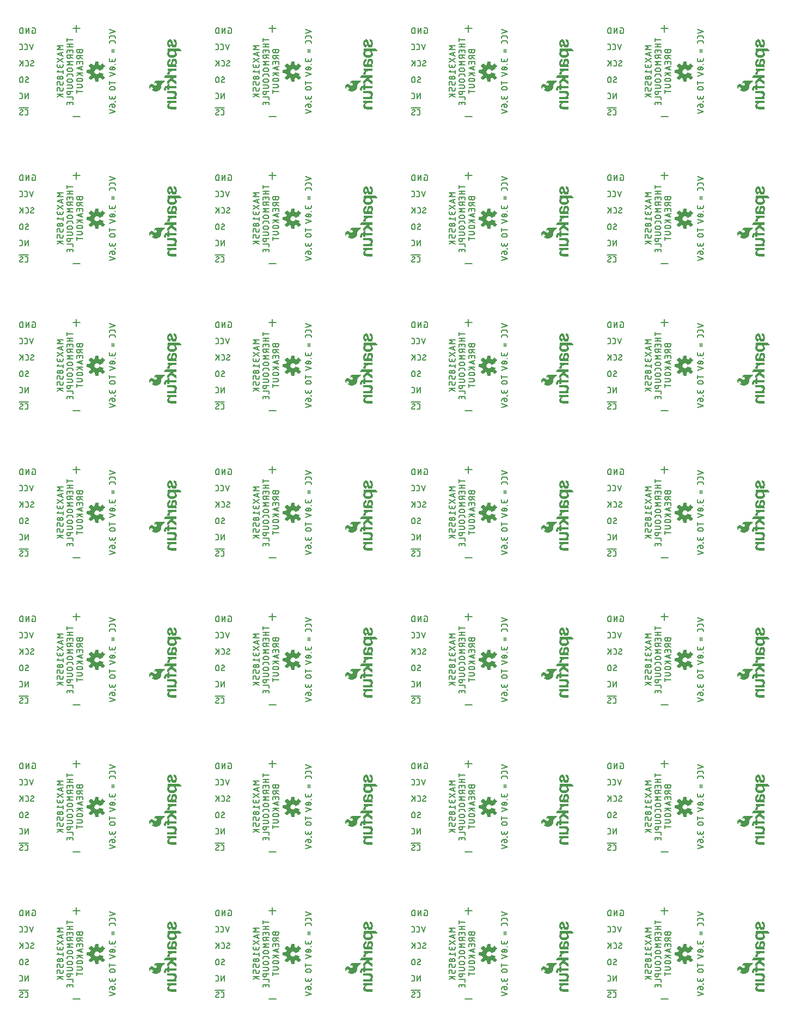
<source format=gbo>
G04 EAGLE Gerber RS-274X export*
G75*
%MOMM*%
%FSLAX34Y34*%
%LPD*%
%INSilkscreen Bottom*%
%IPPOS*%
%AMOC8*
5,1,8,0,0,1.08239X$1,22.5*%
G01*
%ADD10C,0.152400*%

G36*
X150525Y997840D02*
X150525Y997840D01*
X150633Y997854D01*
X150645Y997860D01*
X150659Y997862D01*
X150755Y997914D01*
X150852Y997961D01*
X150862Y997971D01*
X150874Y997977D01*
X150948Y998057D01*
X151025Y998133D01*
X151031Y998145D01*
X151041Y998156D01*
X151086Y998254D01*
X151134Y998351D01*
X151138Y998369D01*
X151142Y998378D01*
X151144Y998399D01*
X151163Y998496D01*
X151606Y1002847D01*
X152765Y1003218D01*
X152783Y1003228D01*
X152880Y1003266D01*
X153962Y1003823D01*
X157352Y1001059D01*
X157446Y1001005D01*
X157538Y1000948D01*
X157551Y1000945D01*
X157563Y1000938D01*
X157670Y1000917D01*
X157775Y1000892D01*
X157789Y1000894D01*
X157803Y1000891D01*
X157910Y1000906D01*
X158018Y1000916D01*
X158031Y1000922D01*
X158045Y1000924D01*
X158142Y1000972D01*
X158241Y1001017D01*
X158254Y1001028D01*
X158263Y1001032D01*
X158278Y1001048D01*
X158355Y1001110D01*
X160940Y1003695D01*
X161003Y1003784D01*
X161069Y1003869D01*
X161074Y1003882D01*
X161082Y1003894D01*
X161113Y1003997D01*
X161149Y1004100D01*
X161149Y1004114D01*
X161153Y1004127D01*
X161149Y1004235D01*
X161150Y1004344D01*
X161145Y1004357D01*
X161145Y1004371D01*
X161107Y1004473D01*
X161072Y1004575D01*
X161063Y1004590D01*
X161059Y1004599D01*
X161045Y1004616D01*
X160991Y1004698D01*
X158227Y1008088D01*
X158784Y1009170D01*
X158801Y1009223D01*
X158827Y1009272D01*
X158838Y1009338D01*
X158859Y1009402D01*
X158858Y1009458D01*
X158867Y1009512D01*
X158856Y1009579D01*
X158855Y1009646D01*
X158837Y1009698D01*
X158828Y1009753D01*
X158796Y1009813D01*
X158773Y1009876D01*
X158739Y1009919D01*
X158713Y1009969D01*
X158664Y1010015D01*
X158622Y1010067D01*
X158575Y1010098D01*
X158535Y1010136D01*
X158430Y1010192D01*
X158417Y1010200D01*
X158412Y1010201D01*
X158405Y1010205D01*
X153208Y1012358D01*
X153109Y1012381D01*
X153011Y1012410D01*
X152990Y1012409D01*
X152970Y1012414D01*
X152869Y1012404D01*
X152768Y1012399D01*
X152748Y1012392D01*
X152727Y1012390D01*
X152635Y1012348D01*
X152540Y1012311D01*
X152524Y1012298D01*
X152505Y1012289D01*
X152431Y1012220D01*
X152353Y1012155D01*
X152337Y1012132D01*
X152327Y1012122D01*
X152315Y1012101D01*
X152268Y1012034D01*
X151762Y1011135D01*
X151118Y1010448D01*
X150330Y1009933D01*
X149442Y1009621D01*
X148505Y1009529D01*
X147573Y1009662D01*
X146699Y1010013D01*
X145934Y1010562D01*
X145321Y1011276D01*
X144896Y1012116D01*
X144682Y1013033D01*
X144692Y1013974D01*
X144926Y1014886D01*
X145369Y1015716D01*
X145998Y1016417D01*
X146775Y1016949D01*
X147656Y1017280D01*
X148591Y1017393D01*
X149508Y1017285D01*
X150376Y1016965D01*
X151145Y1016451D01*
X151772Y1015772D01*
X152267Y1014888D01*
X152331Y1014808D01*
X152391Y1014725D01*
X152407Y1014713D01*
X152420Y1014697D01*
X152506Y1014642D01*
X152589Y1014582D01*
X152608Y1014576D01*
X152625Y1014566D01*
X152724Y1014541D01*
X152823Y1014511D01*
X152842Y1014512D01*
X152862Y1014507D01*
X152964Y1014516D01*
X153066Y1014519D01*
X153091Y1014527D01*
X153105Y1014528D01*
X153127Y1014538D01*
X153208Y1014562D01*
X158405Y1016715D01*
X158452Y1016744D01*
X158504Y1016765D01*
X158555Y1016808D01*
X158612Y1016844D01*
X158647Y1016887D01*
X158690Y1016923D01*
X158724Y1016980D01*
X158767Y1017032D01*
X158786Y1017084D01*
X158815Y1017132D01*
X158829Y1017198D01*
X158853Y1017261D01*
X158855Y1017316D01*
X158866Y1017370D01*
X158859Y1017437D01*
X158861Y1017504D01*
X158845Y1017558D01*
X158838Y1017613D01*
X158794Y1017724D01*
X158790Y1017738D01*
X158787Y1017742D01*
X158784Y1017750D01*
X158227Y1018832D01*
X160991Y1022222D01*
X161045Y1022316D01*
X161102Y1022408D01*
X161105Y1022421D01*
X161112Y1022433D01*
X161133Y1022540D01*
X161158Y1022645D01*
X161156Y1022659D01*
X161159Y1022673D01*
X161144Y1022780D01*
X161134Y1022888D01*
X161128Y1022901D01*
X161126Y1022915D01*
X161078Y1023012D01*
X161033Y1023111D01*
X161022Y1023124D01*
X161018Y1023133D01*
X161002Y1023148D01*
X160940Y1023225D01*
X158355Y1025810D01*
X158266Y1025873D01*
X158181Y1025939D01*
X158168Y1025944D01*
X158156Y1025952D01*
X158053Y1025983D01*
X157950Y1026019D01*
X157936Y1026019D01*
X157923Y1026023D01*
X157815Y1026019D01*
X157706Y1026020D01*
X157693Y1026015D01*
X157679Y1026015D01*
X157577Y1025977D01*
X157475Y1025942D01*
X157460Y1025933D01*
X157451Y1025929D01*
X157434Y1025915D01*
X157352Y1025861D01*
X153962Y1023097D01*
X152880Y1023654D01*
X152860Y1023660D01*
X152765Y1023702D01*
X151606Y1024073D01*
X151163Y1028424D01*
X151135Y1028528D01*
X151110Y1028634D01*
X151103Y1028646D01*
X151100Y1028659D01*
X151039Y1028749D01*
X150982Y1028842D01*
X150971Y1028850D01*
X150963Y1028862D01*
X150877Y1028928D01*
X150793Y1028997D01*
X150780Y1029001D01*
X150769Y1029010D01*
X150666Y1029044D01*
X150565Y1029083D01*
X150547Y1029084D01*
X150538Y1029088D01*
X150516Y1029088D01*
X150418Y1029097D01*
X146762Y1029097D01*
X146655Y1029080D01*
X146547Y1029066D01*
X146535Y1029060D01*
X146521Y1029058D01*
X146425Y1029006D01*
X146328Y1028959D01*
X146318Y1028949D01*
X146306Y1028943D01*
X146232Y1028863D01*
X146155Y1028787D01*
X146149Y1028775D01*
X146139Y1028765D01*
X146094Y1028666D01*
X146046Y1028569D01*
X146042Y1028551D01*
X146038Y1028542D01*
X146036Y1028521D01*
X146017Y1028424D01*
X145574Y1024073D01*
X144415Y1023702D01*
X144397Y1023692D01*
X144300Y1023654D01*
X143218Y1023097D01*
X139828Y1025861D01*
X139734Y1025915D01*
X139642Y1025972D01*
X139629Y1025975D01*
X139617Y1025982D01*
X139510Y1026003D01*
X139405Y1026028D01*
X139391Y1026026D01*
X139377Y1026029D01*
X139270Y1026014D01*
X139162Y1026004D01*
X139149Y1025998D01*
X139136Y1025996D01*
X139038Y1025948D01*
X138939Y1025903D01*
X138926Y1025892D01*
X138917Y1025888D01*
X138902Y1025872D01*
X138825Y1025810D01*
X136240Y1023225D01*
X136177Y1023136D01*
X136111Y1023051D01*
X136106Y1023038D01*
X136098Y1023026D01*
X136067Y1022923D01*
X136031Y1022820D01*
X136031Y1022806D01*
X136027Y1022793D01*
X136031Y1022685D01*
X136030Y1022576D01*
X136035Y1022563D01*
X136035Y1022549D01*
X136073Y1022447D01*
X136108Y1022345D01*
X136117Y1022330D01*
X136121Y1022321D01*
X136135Y1022304D01*
X136189Y1022222D01*
X138953Y1018832D01*
X138396Y1017750D01*
X138390Y1017730D01*
X138348Y1017635D01*
X137977Y1016476D01*
X133626Y1016033D01*
X133522Y1016005D01*
X133416Y1015980D01*
X133404Y1015973D01*
X133391Y1015970D01*
X133301Y1015909D01*
X133208Y1015852D01*
X133200Y1015841D01*
X133188Y1015833D01*
X133122Y1015747D01*
X133054Y1015663D01*
X133049Y1015650D01*
X133040Y1015639D01*
X133006Y1015536D01*
X132967Y1015435D01*
X132966Y1015417D01*
X132962Y1015408D01*
X132963Y1015386D01*
X132953Y1015288D01*
X132953Y1011632D01*
X132970Y1011525D01*
X132984Y1011417D01*
X132990Y1011405D01*
X132992Y1011391D01*
X133044Y1011295D01*
X133091Y1011198D01*
X133101Y1011188D01*
X133107Y1011176D01*
X133187Y1011102D01*
X133263Y1011025D01*
X133275Y1011019D01*
X133286Y1011009D01*
X133384Y1010964D01*
X133481Y1010916D01*
X133499Y1010912D01*
X133508Y1010908D01*
X133529Y1010906D01*
X133626Y1010887D01*
X137977Y1010444D01*
X138348Y1009285D01*
X138358Y1009267D01*
X138396Y1009170D01*
X138953Y1008088D01*
X136189Y1004698D01*
X136135Y1004604D01*
X136078Y1004512D01*
X136075Y1004499D01*
X136068Y1004487D01*
X136047Y1004380D01*
X136022Y1004275D01*
X136024Y1004261D01*
X136021Y1004247D01*
X136036Y1004140D01*
X136046Y1004032D01*
X136052Y1004019D01*
X136054Y1004006D01*
X136102Y1003908D01*
X136147Y1003809D01*
X136158Y1003796D01*
X136162Y1003787D01*
X136178Y1003772D01*
X136240Y1003695D01*
X138825Y1001110D01*
X138914Y1001047D01*
X138999Y1000981D01*
X139012Y1000976D01*
X139024Y1000968D01*
X139127Y1000937D01*
X139230Y1000901D01*
X139244Y1000901D01*
X139257Y1000897D01*
X139365Y1000901D01*
X139474Y1000900D01*
X139487Y1000905D01*
X139501Y1000905D01*
X139603Y1000943D01*
X139705Y1000978D01*
X139720Y1000987D01*
X139729Y1000991D01*
X139746Y1001005D01*
X139828Y1001059D01*
X143218Y1003823D01*
X144300Y1003266D01*
X144320Y1003260D01*
X144415Y1003218D01*
X145574Y1002847D01*
X146017Y998496D01*
X146045Y998392D01*
X146070Y998286D01*
X146077Y998274D01*
X146080Y998261D01*
X146141Y998171D01*
X146198Y998078D01*
X146209Y998070D01*
X146217Y998058D01*
X146303Y997992D01*
X146387Y997924D01*
X146400Y997919D01*
X146411Y997910D01*
X146514Y997876D01*
X146615Y997837D01*
X146633Y997836D01*
X146642Y997832D01*
X146664Y997833D01*
X146762Y997823D01*
X150418Y997823D01*
X150525Y997840D01*
G37*
G36*
X455325Y997840D02*
X455325Y997840D01*
X455433Y997854D01*
X455445Y997860D01*
X455459Y997862D01*
X455555Y997914D01*
X455652Y997961D01*
X455662Y997971D01*
X455674Y997977D01*
X455748Y998057D01*
X455825Y998133D01*
X455831Y998145D01*
X455841Y998156D01*
X455886Y998254D01*
X455934Y998351D01*
X455938Y998369D01*
X455942Y998378D01*
X455944Y998399D01*
X455963Y998496D01*
X456406Y1002847D01*
X457565Y1003218D01*
X457583Y1003228D01*
X457680Y1003266D01*
X458762Y1003823D01*
X462152Y1001059D01*
X462246Y1001005D01*
X462338Y1000948D01*
X462351Y1000945D01*
X462363Y1000938D01*
X462470Y1000917D01*
X462575Y1000892D01*
X462589Y1000894D01*
X462603Y1000891D01*
X462710Y1000906D01*
X462818Y1000916D01*
X462831Y1000922D01*
X462845Y1000924D01*
X462942Y1000972D01*
X463041Y1001017D01*
X463054Y1001028D01*
X463063Y1001032D01*
X463078Y1001048D01*
X463155Y1001110D01*
X465740Y1003695D01*
X465803Y1003784D01*
X465869Y1003869D01*
X465874Y1003882D01*
X465882Y1003894D01*
X465913Y1003997D01*
X465949Y1004100D01*
X465949Y1004114D01*
X465953Y1004127D01*
X465949Y1004235D01*
X465950Y1004344D01*
X465945Y1004357D01*
X465945Y1004371D01*
X465907Y1004473D01*
X465872Y1004575D01*
X465863Y1004590D01*
X465859Y1004599D01*
X465845Y1004616D01*
X465791Y1004698D01*
X463027Y1008088D01*
X463584Y1009170D01*
X463601Y1009223D01*
X463627Y1009272D01*
X463638Y1009338D01*
X463659Y1009402D01*
X463658Y1009458D01*
X463667Y1009512D01*
X463656Y1009579D01*
X463655Y1009646D01*
X463637Y1009698D01*
X463628Y1009753D01*
X463596Y1009813D01*
X463573Y1009876D01*
X463539Y1009919D01*
X463513Y1009969D01*
X463464Y1010015D01*
X463422Y1010067D01*
X463375Y1010098D01*
X463335Y1010136D01*
X463230Y1010192D01*
X463217Y1010200D01*
X463212Y1010201D01*
X463205Y1010205D01*
X458008Y1012358D01*
X457909Y1012381D01*
X457811Y1012410D01*
X457790Y1012409D01*
X457770Y1012414D01*
X457669Y1012404D01*
X457568Y1012399D01*
X457548Y1012392D01*
X457527Y1012390D01*
X457435Y1012348D01*
X457340Y1012311D01*
X457324Y1012298D01*
X457305Y1012289D01*
X457231Y1012220D01*
X457153Y1012155D01*
X457137Y1012132D01*
X457127Y1012122D01*
X457115Y1012101D01*
X457068Y1012034D01*
X456562Y1011135D01*
X455918Y1010448D01*
X455130Y1009933D01*
X454242Y1009621D01*
X453305Y1009529D01*
X452373Y1009662D01*
X451499Y1010013D01*
X450734Y1010562D01*
X450121Y1011276D01*
X449696Y1012116D01*
X449482Y1013033D01*
X449492Y1013974D01*
X449726Y1014886D01*
X450169Y1015716D01*
X450798Y1016417D01*
X451575Y1016949D01*
X452456Y1017280D01*
X453391Y1017393D01*
X454308Y1017285D01*
X455176Y1016965D01*
X455945Y1016451D01*
X456572Y1015772D01*
X457067Y1014888D01*
X457131Y1014808D01*
X457191Y1014725D01*
X457207Y1014713D01*
X457220Y1014697D01*
X457306Y1014642D01*
X457389Y1014582D01*
X457408Y1014576D01*
X457425Y1014566D01*
X457524Y1014541D01*
X457623Y1014511D01*
X457642Y1014512D01*
X457662Y1014507D01*
X457764Y1014516D01*
X457866Y1014519D01*
X457891Y1014527D01*
X457905Y1014528D01*
X457927Y1014538D01*
X458008Y1014562D01*
X463205Y1016715D01*
X463252Y1016744D01*
X463304Y1016765D01*
X463355Y1016808D01*
X463412Y1016844D01*
X463447Y1016887D01*
X463490Y1016923D01*
X463524Y1016980D01*
X463567Y1017032D01*
X463586Y1017084D01*
X463615Y1017132D01*
X463629Y1017198D01*
X463653Y1017261D01*
X463655Y1017316D01*
X463666Y1017370D01*
X463659Y1017437D01*
X463661Y1017504D01*
X463645Y1017558D01*
X463638Y1017613D01*
X463594Y1017724D01*
X463590Y1017738D01*
X463587Y1017742D01*
X463584Y1017750D01*
X463027Y1018832D01*
X465791Y1022222D01*
X465845Y1022316D01*
X465902Y1022408D01*
X465905Y1022421D01*
X465912Y1022433D01*
X465933Y1022540D01*
X465958Y1022645D01*
X465956Y1022659D01*
X465959Y1022673D01*
X465944Y1022780D01*
X465934Y1022888D01*
X465928Y1022901D01*
X465926Y1022915D01*
X465878Y1023012D01*
X465833Y1023111D01*
X465822Y1023124D01*
X465818Y1023133D01*
X465802Y1023148D01*
X465740Y1023225D01*
X463155Y1025810D01*
X463066Y1025873D01*
X462981Y1025939D01*
X462968Y1025944D01*
X462956Y1025952D01*
X462853Y1025983D01*
X462750Y1026019D01*
X462736Y1026019D01*
X462723Y1026023D01*
X462615Y1026019D01*
X462506Y1026020D01*
X462493Y1026015D01*
X462479Y1026015D01*
X462377Y1025977D01*
X462275Y1025942D01*
X462260Y1025933D01*
X462251Y1025929D01*
X462234Y1025915D01*
X462152Y1025861D01*
X458762Y1023097D01*
X457680Y1023654D01*
X457660Y1023660D01*
X457565Y1023702D01*
X456406Y1024073D01*
X455963Y1028424D01*
X455935Y1028528D01*
X455910Y1028634D01*
X455903Y1028646D01*
X455900Y1028659D01*
X455839Y1028749D01*
X455782Y1028842D01*
X455771Y1028850D01*
X455763Y1028862D01*
X455677Y1028928D01*
X455593Y1028997D01*
X455580Y1029001D01*
X455569Y1029010D01*
X455466Y1029044D01*
X455365Y1029083D01*
X455347Y1029084D01*
X455338Y1029088D01*
X455316Y1029088D01*
X455218Y1029097D01*
X451562Y1029097D01*
X451455Y1029080D01*
X451347Y1029066D01*
X451335Y1029060D01*
X451321Y1029058D01*
X451225Y1029006D01*
X451128Y1028959D01*
X451118Y1028949D01*
X451106Y1028943D01*
X451032Y1028863D01*
X450955Y1028787D01*
X450949Y1028775D01*
X450939Y1028765D01*
X450894Y1028666D01*
X450846Y1028569D01*
X450842Y1028551D01*
X450838Y1028542D01*
X450836Y1028521D01*
X450817Y1028424D01*
X450374Y1024073D01*
X449215Y1023702D01*
X449197Y1023692D01*
X449100Y1023654D01*
X448018Y1023097D01*
X444628Y1025861D01*
X444534Y1025915D01*
X444442Y1025972D01*
X444429Y1025975D01*
X444417Y1025982D01*
X444310Y1026003D01*
X444205Y1026028D01*
X444191Y1026026D01*
X444177Y1026029D01*
X444070Y1026014D01*
X443962Y1026004D01*
X443949Y1025998D01*
X443936Y1025996D01*
X443838Y1025948D01*
X443739Y1025903D01*
X443726Y1025892D01*
X443717Y1025888D01*
X443702Y1025872D01*
X443625Y1025810D01*
X441040Y1023225D01*
X440977Y1023136D01*
X440911Y1023051D01*
X440906Y1023038D01*
X440898Y1023026D01*
X440867Y1022923D01*
X440831Y1022820D01*
X440831Y1022806D01*
X440827Y1022793D01*
X440831Y1022685D01*
X440830Y1022576D01*
X440835Y1022563D01*
X440835Y1022549D01*
X440873Y1022447D01*
X440908Y1022345D01*
X440917Y1022330D01*
X440921Y1022321D01*
X440935Y1022304D01*
X440989Y1022222D01*
X443753Y1018832D01*
X443196Y1017750D01*
X443190Y1017730D01*
X443148Y1017635D01*
X442777Y1016476D01*
X438426Y1016033D01*
X438322Y1016005D01*
X438216Y1015980D01*
X438204Y1015973D01*
X438191Y1015970D01*
X438101Y1015909D01*
X438008Y1015852D01*
X438000Y1015841D01*
X437988Y1015833D01*
X437922Y1015747D01*
X437854Y1015663D01*
X437849Y1015650D01*
X437840Y1015639D01*
X437806Y1015536D01*
X437767Y1015435D01*
X437766Y1015417D01*
X437762Y1015408D01*
X437763Y1015386D01*
X437753Y1015288D01*
X437753Y1011632D01*
X437770Y1011525D01*
X437784Y1011417D01*
X437790Y1011405D01*
X437792Y1011391D01*
X437844Y1011295D01*
X437891Y1011198D01*
X437901Y1011188D01*
X437907Y1011176D01*
X437987Y1011102D01*
X438063Y1011025D01*
X438075Y1011019D01*
X438086Y1011009D01*
X438184Y1010964D01*
X438281Y1010916D01*
X438299Y1010912D01*
X438308Y1010908D01*
X438329Y1010906D01*
X438426Y1010887D01*
X442777Y1010444D01*
X443148Y1009285D01*
X443158Y1009267D01*
X443196Y1009170D01*
X443753Y1008088D01*
X440989Y1004698D01*
X440935Y1004604D01*
X440878Y1004512D01*
X440875Y1004499D01*
X440868Y1004487D01*
X440847Y1004380D01*
X440822Y1004275D01*
X440824Y1004261D01*
X440821Y1004247D01*
X440836Y1004140D01*
X440846Y1004032D01*
X440852Y1004019D01*
X440854Y1004006D01*
X440902Y1003908D01*
X440947Y1003809D01*
X440958Y1003796D01*
X440962Y1003787D01*
X440978Y1003772D01*
X441040Y1003695D01*
X443625Y1001110D01*
X443714Y1001047D01*
X443799Y1000981D01*
X443812Y1000976D01*
X443824Y1000968D01*
X443927Y1000937D01*
X444030Y1000901D01*
X444044Y1000901D01*
X444057Y1000897D01*
X444165Y1000901D01*
X444274Y1000900D01*
X444287Y1000905D01*
X444301Y1000905D01*
X444403Y1000943D01*
X444505Y1000978D01*
X444520Y1000987D01*
X444529Y1000991D01*
X444546Y1001005D01*
X444628Y1001059D01*
X448018Y1003823D01*
X449100Y1003266D01*
X449120Y1003260D01*
X449215Y1003218D01*
X450374Y1002847D01*
X450817Y998496D01*
X450845Y998392D01*
X450870Y998286D01*
X450877Y998274D01*
X450880Y998261D01*
X450941Y998171D01*
X450998Y998078D01*
X451009Y998070D01*
X451017Y998058D01*
X451103Y997992D01*
X451187Y997924D01*
X451200Y997919D01*
X451211Y997910D01*
X451314Y997876D01*
X451415Y997837D01*
X451433Y997836D01*
X451442Y997832D01*
X451464Y997833D01*
X451562Y997823D01*
X455218Y997823D01*
X455325Y997840D01*
G37*
G36*
X1064925Y997840D02*
X1064925Y997840D01*
X1065033Y997854D01*
X1065045Y997860D01*
X1065059Y997862D01*
X1065155Y997914D01*
X1065252Y997961D01*
X1065262Y997971D01*
X1065274Y997977D01*
X1065348Y998057D01*
X1065425Y998133D01*
X1065431Y998145D01*
X1065441Y998156D01*
X1065486Y998254D01*
X1065534Y998351D01*
X1065538Y998369D01*
X1065542Y998378D01*
X1065544Y998399D01*
X1065563Y998496D01*
X1066006Y1002847D01*
X1067165Y1003218D01*
X1067183Y1003228D01*
X1067280Y1003266D01*
X1068362Y1003823D01*
X1071752Y1001059D01*
X1071846Y1001005D01*
X1071938Y1000948D01*
X1071951Y1000945D01*
X1071963Y1000938D01*
X1072070Y1000917D01*
X1072175Y1000892D01*
X1072189Y1000894D01*
X1072203Y1000891D01*
X1072310Y1000906D01*
X1072418Y1000916D01*
X1072431Y1000922D01*
X1072445Y1000924D01*
X1072542Y1000972D01*
X1072641Y1001017D01*
X1072654Y1001028D01*
X1072663Y1001032D01*
X1072678Y1001048D01*
X1072755Y1001110D01*
X1075340Y1003695D01*
X1075403Y1003784D01*
X1075469Y1003869D01*
X1075474Y1003882D01*
X1075482Y1003894D01*
X1075513Y1003997D01*
X1075549Y1004100D01*
X1075549Y1004114D01*
X1075553Y1004127D01*
X1075549Y1004235D01*
X1075550Y1004344D01*
X1075545Y1004357D01*
X1075545Y1004371D01*
X1075507Y1004473D01*
X1075472Y1004575D01*
X1075463Y1004590D01*
X1075459Y1004599D01*
X1075445Y1004616D01*
X1075391Y1004698D01*
X1072627Y1008088D01*
X1073184Y1009170D01*
X1073201Y1009223D01*
X1073227Y1009272D01*
X1073238Y1009338D01*
X1073259Y1009402D01*
X1073258Y1009458D01*
X1073267Y1009512D01*
X1073256Y1009579D01*
X1073255Y1009646D01*
X1073237Y1009698D01*
X1073228Y1009753D01*
X1073196Y1009813D01*
X1073173Y1009876D01*
X1073139Y1009919D01*
X1073113Y1009969D01*
X1073064Y1010015D01*
X1073022Y1010067D01*
X1072975Y1010098D01*
X1072935Y1010136D01*
X1072830Y1010192D01*
X1072817Y1010200D01*
X1072812Y1010201D01*
X1072805Y1010205D01*
X1067608Y1012358D01*
X1067509Y1012381D01*
X1067411Y1012410D01*
X1067390Y1012409D01*
X1067370Y1012414D01*
X1067269Y1012404D01*
X1067168Y1012399D01*
X1067148Y1012392D01*
X1067127Y1012390D01*
X1067035Y1012348D01*
X1066940Y1012311D01*
X1066924Y1012298D01*
X1066905Y1012289D01*
X1066831Y1012220D01*
X1066753Y1012155D01*
X1066737Y1012132D01*
X1066727Y1012122D01*
X1066715Y1012101D01*
X1066668Y1012034D01*
X1066162Y1011135D01*
X1065518Y1010448D01*
X1064730Y1009933D01*
X1063842Y1009621D01*
X1062905Y1009529D01*
X1061973Y1009662D01*
X1061099Y1010013D01*
X1060334Y1010562D01*
X1059721Y1011276D01*
X1059296Y1012116D01*
X1059082Y1013033D01*
X1059092Y1013974D01*
X1059326Y1014886D01*
X1059769Y1015716D01*
X1060398Y1016417D01*
X1061175Y1016949D01*
X1062056Y1017280D01*
X1062991Y1017393D01*
X1063908Y1017285D01*
X1064776Y1016965D01*
X1065545Y1016451D01*
X1066172Y1015772D01*
X1066667Y1014888D01*
X1066731Y1014808D01*
X1066791Y1014725D01*
X1066807Y1014713D01*
X1066820Y1014697D01*
X1066906Y1014642D01*
X1066989Y1014582D01*
X1067008Y1014576D01*
X1067025Y1014566D01*
X1067124Y1014541D01*
X1067223Y1014511D01*
X1067242Y1014512D01*
X1067262Y1014507D01*
X1067364Y1014516D01*
X1067466Y1014519D01*
X1067491Y1014527D01*
X1067505Y1014528D01*
X1067527Y1014538D01*
X1067608Y1014562D01*
X1072805Y1016715D01*
X1072852Y1016744D01*
X1072904Y1016765D01*
X1072955Y1016808D01*
X1073012Y1016844D01*
X1073047Y1016887D01*
X1073090Y1016923D01*
X1073124Y1016980D01*
X1073167Y1017032D01*
X1073186Y1017084D01*
X1073215Y1017132D01*
X1073229Y1017198D01*
X1073253Y1017261D01*
X1073255Y1017316D01*
X1073266Y1017370D01*
X1073259Y1017437D01*
X1073261Y1017504D01*
X1073245Y1017558D01*
X1073238Y1017613D01*
X1073194Y1017724D01*
X1073190Y1017738D01*
X1073187Y1017742D01*
X1073184Y1017750D01*
X1072627Y1018832D01*
X1075391Y1022222D01*
X1075445Y1022316D01*
X1075502Y1022408D01*
X1075505Y1022421D01*
X1075512Y1022433D01*
X1075533Y1022540D01*
X1075558Y1022645D01*
X1075556Y1022659D01*
X1075559Y1022673D01*
X1075544Y1022780D01*
X1075534Y1022888D01*
X1075528Y1022901D01*
X1075526Y1022915D01*
X1075478Y1023012D01*
X1075433Y1023111D01*
X1075422Y1023124D01*
X1075418Y1023133D01*
X1075402Y1023148D01*
X1075340Y1023225D01*
X1072755Y1025810D01*
X1072666Y1025873D01*
X1072581Y1025939D01*
X1072568Y1025944D01*
X1072556Y1025952D01*
X1072453Y1025983D01*
X1072350Y1026019D01*
X1072336Y1026019D01*
X1072323Y1026023D01*
X1072215Y1026019D01*
X1072106Y1026020D01*
X1072093Y1026015D01*
X1072079Y1026015D01*
X1071977Y1025977D01*
X1071875Y1025942D01*
X1071860Y1025933D01*
X1071851Y1025929D01*
X1071834Y1025915D01*
X1071752Y1025861D01*
X1068362Y1023097D01*
X1067280Y1023654D01*
X1067260Y1023660D01*
X1067165Y1023702D01*
X1066006Y1024073D01*
X1065563Y1028424D01*
X1065535Y1028528D01*
X1065510Y1028634D01*
X1065503Y1028646D01*
X1065500Y1028659D01*
X1065439Y1028749D01*
X1065382Y1028842D01*
X1065371Y1028850D01*
X1065363Y1028862D01*
X1065277Y1028928D01*
X1065193Y1028997D01*
X1065180Y1029001D01*
X1065169Y1029010D01*
X1065066Y1029044D01*
X1064965Y1029083D01*
X1064947Y1029084D01*
X1064938Y1029088D01*
X1064916Y1029088D01*
X1064818Y1029097D01*
X1061162Y1029097D01*
X1061055Y1029080D01*
X1060947Y1029066D01*
X1060935Y1029060D01*
X1060921Y1029058D01*
X1060825Y1029006D01*
X1060728Y1028959D01*
X1060718Y1028949D01*
X1060706Y1028943D01*
X1060632Y1028863D01*
X1060555Y1028787D01*
X1060549Y1028775D01*
X1060539Y1028765D01*
X1060494Y1028666D01*
X1060446Y1028569D01*
X1060442Y1028551D01*
X1060438Y1028542D01*
X1060436Y1028521D01*
X1060417Y1028424D01*
X1059974Y1024073D01*
X1058815Y1023702D01*
X1058797Y1023692D01*
X1058700Y1023654D01*
X1057618Y1023097D01*
X1054228Y1025861D01*
X1054134Y1025915D01*
X1054042Y1025972D01*
X1054029Y1025975D01*
X1054017Y1025982D01*
X1053910Y1026003D01*
X1053805Y1026028D01*
X1053791Y1026026D01*
X1053777Y1026029D01*
X1053670Y1026014D01*
X1053562Y1026004D01*
X1053549Y1025998D01*
X1053536Y1025996D01*
X1053438Y1025948D01*
X1053339Y1025903D01*
X1053326Y1025892D01*
X1053317Y1025888D01*
X1053302Y1025872D01*
X1053225Y1025810D01*
X1050640Y1023225D01*
X1050577Y1023136D01*
X1050511Y1023051D01*
X1050506Y1023038D01*
X1050498Y1023026D01*
X1050467Y1022923D01*
X1050431Y1022820D01*
X1050431Y1022806D01*
X1050427Y1022793D01*
X1050431Y1022685D01*
X1050430Y1022576D01*
X1050435Y1022563D01*
X1050435Y1022549D01*
X1050473Y1022447D01*
X1050508Y1022345D01*
X1050517Y1022330D01*
X1050521Y1022321D01*
X1050535Y1022304D01*
X1050589Y1022222D01*
X1053353Y1018832D01*
X1052796Y1017750D01*
X1052790Y1017730D01*
X1052748Y1017635D01*
X1052377Y1016476D01*
X1048026Y1016033D01*
X1047922Y1016005D01*
X1047816Y1015980D01*
X1047804Y1015973D01*
X1047791Y1015970D01*
X1047701Y1015909D01*
X1047608Y1015852D01*
X1047600Y1015841D01*
X1047588Y1015833D01*
X1047522Y1015747D01*
X1047454Y1015663D01*
X1047449Y1015650D01*
X1047440Y1015639D01*
X1047406Y1015536D01*
X1047367Y1015435D01*
X1047366Y1015417D01*
X1047362Y1015408D01*
X1047363Y1015386D01*
X1047353Y1015288D01*
X1047353Y1011632D01*
X1047370Y1011525D01*
X1047384Y1011417D01*
X1047390Y1011405D01*
X1047392Y1011391D01*
X1047444Y1011295D01*
X1047491Y1011198D01*
X1047501Y1011188D01*
X1047507Y1011176D01*
X1047587Y1011102D01*
X1047663Y1011025D01*
X1047675Y1011019D01*
X1047686Y1011009D01*
X1047784Y1010964D01*
X1047881Y1010916D01*
X1047899Y1010912D01*
X1047908Y1010908D01*
X1047929Y1010906D01*
X1048026Y1010887D01*
X1052377Y1010444D01*
X1052748Y1009285D01*
X1052758Y1009267D01*
X1052796Y1009170D01*
X1053353Y1008088D01*
X1050589Y1004698D01*
X1050535Y1004604D01*
X1050478Y1004512D01*
X1050475Y1004499D01*
X1050468Y1004487D01*
X1050447Y1004380D01*
X1050422Y1004275D01*
X1050424Y1004261D01*
X1050421Y1004247D01*
X1050436Y1004140D01*
X1050446Y1004032D01*
X1050452Y1004019D01*
X1050454Y1004006D01*
X1050502Y1003908D01*
X1050547Y1003809D01*
X1050558Y1003796D01*
X1050562Y1003787D01*
X1050578Y1003772D01*
X1050640Y1003695D01*
X1053225Y1001110D01*
X1053314Y1001047D01*
X1053399Y1000981D01*
X1053412Y1000976D01*
X1053424Y1000968D01*
X1053527Y1000937D01*
X1053630Y1000901D01*
X1053644Y1000901D01*
X1053657Y1000897D01*
X1053765Y1000901D01*
X1053874Y1000900D01*
X1053887Y1000905D01*
X1053901Y1000905D01*
X1054003Y1000943D01*
X1054105Y1000978D01*
X1054120Y1000987D01*
X1054129Y1000991D01*
X1054146Y1001005D01*
X1054228Y1001059D01*
X1057618Y1003823D01*
X1058700Y1003266D01*
X1058720Y1003260D01*
X1058815Y1003218D01*
X1059974Y1002847D01*
X1060417Y998496D01*
X1060445Y998392D01*
X1060470Y998286D01*
X1060477Y998274D01*
X1060480Y998261D01*
X1060541Y998171D01*
X1060598Y998078D01*
X1060609Y998070D01*
X1060617Y998058D01*
X1060703Y997992D01*
X1060787Y997924D01*
X1060800Y997919D01*
X1060811Y997910D01*
X1060914Y997876D01*
X1061015Y997837D01*
X1061033Y997836D01*
X1061042Y997832D01*
X1061064Y997833D01*
X1061162Y997823D01*
X1064818Y997823D01*
X1064925Y997840D01*
G37*
G36*
X760125Y997840D02*
X760125Y997840D01*
X760233Y997854D01*
X760245Y997860D01*
X760259Y997862D01*
X760355Y997914D01*
X760452Y997961D01*
X760462Y997971D01*
X760474Y997977D01*
X760548Y998057D01*
X760625Y998133D01*
X760631Y998145D01*
X760641Y998156D01*
X760686Y998254D01*
X760734Y998351D01*
X760738Y998369D01*
X760742Y998378D01*
X760744Y998399D01*
X760763Y998496D01*
X761206Y1002847D01*
X762365Y1003218D01*
X762383Y1003228D01*
X762480Y1003266D01*
X763562Y1003823D01*
X766952Y1001059D01*
X767046Y1001005D01*
X767138Y1000948D01*
X767151Y1000945D01*
X767163Y1000938D01*
X767270Y1000917D01*
X767375Y1000892D01*
X767389Y1000894D01*
X767403Y1000891D01*
X767510Y1000906D01*
X767618Y1000916D01*
X767631Y1000922D01*
X767645Y1000924D01*
X767742Y1000972D01*
X767841Y1001017D01*
X767854Y1001028D01*
X767863Y1001032D01*
X767878Y1001048D01*
X767955Y1001110D01*
X770540Y1003695D01*
X770603Y1003784D01*
X770669Y1003869D01*
X770674Y1003882D01*
X770682Y1003894D01*
X770713Y1003997D01*
X770749Y1004100D01*
X770749Y1004114D01*
X770753Y1004127D01*
X770749Y1004235D01*
X770750Y1004344D01*
X770745Y1004357D01*
X770745Y1004371D01*
X770707Y1004473D01*
X770672Y1004575D01*
X770663Y1004590D01*
X770659Y1004599D01*
X770645Y1004616D01*
X770591Y1004698D01*
X767827Y1008088D01*
X768384Y1009170D01*
X768401Y1009223D01*
X768427Y1009272D01*
X768438Y1009338D01*
X768459Y1009402D01*
X768458Y1009458D01*
X768467Y1009512D01*
X768456Y1009579D01*
X768455Y1009646D01*
X768437Y1009698D01*
X768428Y1009753D01*
X768396Y1009813D01*
X768373Y1009876D01*
X768339Y1009919D01*
X768313Y1009969D01*
X768264Y1010015D01*
X768222Y1010067D01*
X768175Y1010098D01*
X768135Y1010136D01*
X768030Y1010192D01*
X768017Y1010200D01*
X768012Y1010201D01*
X768005Y1010205D01*
X762808Y1012358D01*
X762709Y1012381D01*
X762611Y1012410D01*
X762590Y1012409D01*
X762570Y1012414D01*
X762469Y1012404D01*
X762368Y1012399D01*
X762348Y1012392D01*
X762327Y1012390D01*
X762235Y1012348D01*
X762140Y1012311D01*
X762124Y1012298D01*
X762105Y1012289D01*
X762031Y1012220D01*
X761953Y1012155D01*
X761937Y1012132D01*
X761927Y1012122D01*
X761915Y1012101D01*
X761868Y1012034D01*
X761362Y1011135D01*
X760718Y1010448D01*
X759930Y1009933D01*
X759042Y1009621D01*
X758105Y1009529D01*
X757173Y1009662D01*
X756299Y1010013D01*
X755534Y1010562D01*
X754921Y1011276D01*
X754496Y1012116D01*
X754282Y1013033D01*
X754292Y1013974D01*
X754526Y1014886D01*
X754969Y1015716D01*
X755598Y1016417D01*
X756375Y1016949D01*
X757256Y1017280D01*
X758191Y1017393D01*
X759108Y1017285D01*
X759976Y1016965D01*
X760745Y1016451D01*
X761372Y1015772D01*
X761867Y1014888D01*
X761931Y1014808D01*
X761991Y1014725D01*
X762007Y1014713D01*
X762020Y1014697D01*
X762106Y1014642D01*
X762189Y1014582D01*
X762208Y1014576D01*
X762225Y1014566D01*
X762324Y1014541D01*
X762423Y1014511D01*
X762442Y1014512D01*
X762462Y1014507D01*
X762564Y1014516D01*
X762666Y1014519D01*
X762691Y1014527D01*
X762705Y1014528D01*
X762727Y1014538D01*
X762808Y1014562D01*
X768005Y1016715D01*
X768052Y1016744D01*
X768104Y1016765D01*
X768155Y1016808D01*
X768212Y1016844D01*
X768247Y1016887D01*
X768290Y1016923D01*
X768324Y1016980D01*
X768367Y1017032D01*
X768386Y1017084D01*
X768415Y1017132D01*
X768429Y1017198D01*
X768453Y1017261D01*
X768455Y1017316D01*
X768466Y1017370D01*
X768459Y1017437D01*
X768461Y1017504D01*
X768445Y1017558D01*
X768438Y1017613D01*
X768394Y1017724D01*
X768390Y1017738D01*
X768387Y1017742D01*
X768384Y1017750D01*
X767827Y1018832D01*
X770591Y1022222D01*
X770645Y1022316D01*
X770702Y1022408D01*
X770705Y1022421D01*
X770712Y1022433D01*
X770733Y1022540D01*
X770758Y1022645D01*
X770756Y1022659D01*
X770759Y1022673D01*
X770744Y1022780D01*
X770734Y1022888D01*
X770728Y1022901D01*
X770726Y1022915D01*
X770678Y1023012D01*
X770633Y1023111D01*
X770622Y1023124D01*
X770618Y1023133D01*
X770602Y1023148D01*
X770540Y1023225D01*
X767955Y1025810D01*
X767866Y1025873D01*
X767781Y1025939D01*
X767768Y1025944D01*
X767756Y1025952D01*
X767653Y1025983D01*
X767550Y1026019D01*
X767536Y1026019D01*
X767523Y1026023D01*
X767415Y1026019D01*
X767306Y1026020D01*
X767293Y1026015D01*
X767279Y1026015D01*
X767177Y1025977D01*
X767075Y1025942D01*
X767060Y1025933D01*
X767051Y1025929D01*
X767034Y1025915D01*
X766952Y1025861D01*
X763562Y1023097D01*
X762480Y1023654D01*
X762460Y1023660D01*
X762365Y1023702D01*
X761206Y1024073D01*
X760763Y1028424D01*
X760735Y1028528D01*
X760710Y1028634D01*
X760703Y1028646D01*
X760700Y1028659D01*
X760639Y1028749D01*
X760582Y1028842D01*
X760571Y1028850D01*
X760563Y1028862D01*
X760477Y1028928D01*
X760393Y1028997D01*
X760380Y1029001D01*
X760369Y1029010D01*
X760266Y1029044D01*
X760165Y1029083D01*
X760147Y1029084D01*
X760138Y1029088D01*
X760116Y1029088D01*
X760018Y1029097D01*
X756362Y1029097D01*
X756255Y1029080D01*
X756147Y1029066D01*
X756135Y1029060D01*
X756121Y1029058D01*
X756025Y1029006D01*
X755928Y1028959D01*
X755918Y1028949D01*
X755906Y1028943D01*
X755832Y1028863D01*
X755755Y1028787D01*
X755749Y1028775D01*
X755739Y1028765D01*
X755694Y1028666D01*
X755646Y1028569D01*
X755642Y1028551D01*
X755638Y1028542D01*
X755636Y1028521D01*
X755617Y1028424D01*
X755174Y1024073D01*
X754015Y1023702D01*
X753997Y1023692D01*
X753900Y1023654D01*
X752818Y1023097D01*
X749428Y1025861D01*
X749334Y1025915D01*
X749242Y1025972D01*
X749229Y1025975D01*
X749217Y1025982D01*
X749110Y1026003D01*
X749005Y1026028D01*
X748991Y1026026D01*
X748977Y1026029D01*
X748870Y1026014D01*
X748762Y1026004D01*
X748749Y1025998D01*
X748736Y1025996D01*
X748638Y1025948D01*
X748539Y1025903D01*
X748526Y1025892D01*
X748517Y1025888D01*
X748502Y1025872D01*
X748425Y1025810D01*
X745840Y1023225D01*
X745777Y1023136D01*
X745711Y1023051D01*
X745706Y1023038D01*
X745698Y1023026D01*
X745667Y1022923D01*
X745631Y1022820D01*
X745631Y1022806D01*
X745627Y1022793D01*
X745631Y1022685D01*
X745630Y1022576D01*
X745635Y1022563D01*
X745635Y1022549D01*
X745673Y1022447D01*
X745708Y1022345D01*
X745717Y1022330D01*
X745721Y1022321D01*
X745735Y1022304D01*
X745789Y1022222D01*
X748553Y1018832D01*
X747996Y1017750D01*
X747990Y1017730D01*
X747948Y1017635D01*
X747577Y1016476D01*
X743226Y1016033D01*
X743122Y1016005D01*
X743016Y1015980D01*
X743004Y1015973D01*
X742991Y1015970D01*
X742901Y1015909D01*
X742808Y1015852D01*
X742800Y1015841D01*
X742788Y1015833D01*
X742722Y1015747D01*
X742654Y1015663D01*
X742649Y1015650D01*
X742640Y1015639D01*
X742606Y1015536D01*
X742567Y1015435D01*
X742566Y1015417D01*
X742562Y1015408D01*
X742563Y1015386D01*
X742553Y1015288D01*
X742553Y1011632D01*
X742570Y1011525D01*
X742584Y1011417D01*
X742590Y1011405D01*
X742592Y1011391D01*
X742644Y1011295D01*
X742691Y1011198D01*
X742701Y1011188D01*
X742707Y1011176D01*
X742787Y1011102D01*
X742863Y1011025D01*
X742875Y1011019D01*
X742886Y1011009D01*
X742984Y1010964D01*
X743081Y1010916D01*
X743099Y1010912D01*
X743108Y1010908D01*
X743129Y1010906D01*
X743226Y1010887D01*
X747577Y1010444D01*
X747948Y1009285D01*
X747958Y1009267D01*
X747996Y1009170D01*
X748553Y1008088D01*
X745789Y1004698D01*
X745735Y1004604D01*
X745678Y1004512D01*
X745675Y1004499D01*
X745668Y1004487D01*
X745647Y1004380D01*
X745622Y1004275D01*
X745624Y1004261D01*
X745621Y1004247D01*
X745636Y1004140D01*
X745646Y1004032D01*
X745652Y1004019D01*
X745654Y1004006D01*
X745702Y1003908D01*
X745747Y1003809D01*
X745758Y1003796D01*
X745762Y1003787D01*
X745778Y1003772D01*
X745840Y1003695D01*
X748425Y1001110D01*
X748514Y1001047D01*
X748599Y1000981D01*
X748612Y1000976D01*
X748624Y1000968D01*
X748727Y1000937D01*
X748830Y1000901D01*
X748844Y1000901D01*
X748857Y1000897D01*
X748965Y1000901D01*
X749074Y1000900D01*
X749087Y1000905D01*
X749101Y1000905D01*
X749203Y1000943D01*
X749305Y1000978D01*
X749320Y1000987D01*
X749329Y1000991D01*
X749346Y1001005D01*
X749428Y1001059D01*
X752818Y1003823D01*
X753900Y1003266D01*
X753920Y1003260D01*
X754015Y1003218D01*
X755174Y1002847D01*
X755617Y998496D01*
X755645Y998392D01*
X755670Y998286D01*
X755677Y998274D01*
X755680Y998261D01*
X755741Y998171D01*
X755798Y998078D01*
X755809Y998070D01*
X755817Y998058D01*
X755903Y997992D01*
X755987Y997924D01*
X756000Y997919D01*
X756011Y997910D01*
X756114Y997876D01*
X756215Y997837D01*
X756233Y997836D01*
X756242Y997832D01*
X756264Y997833D01*
X756362Y997823D01*
X760018Y997823D01*
X760125Y997840D01*
G37*
G36*
X1064925Y312040D02*
X1064925Y312040D01*
X1065033Y312054D01*
X1065045Y312060D01*
X1065059Y312062D01*
X1065155Y312114D01*
X1065252Y312161D01*
X1065262Y312171D01*
X1065274Y312177D01*
X1065348Y312257D01*
X1065425Y312333D01*
X1065431Y312345D01*
X1065441Y312356D01*
X1065486Y312454D01*
X1065534Y312551D01*
X1065538Y312569D01*
X1065542Y312578D01*
X1065544Y312599D01*
X1065563Y312696D01*
X1066006Y317047D01*
X1067165Y317418D01*
X1067183Y317428D01*
X1067280Y317466D01*
X1068362Y318023D01*
X1071752Y315259D01*
X1071846Y315205D01*
X1071938Y315148D01*
X1071951Y315145D01*
X1071963Y315138D01*
X1072070Y315117D01*
X1072175Y315092D01*
X1072189Y315094D01*
X1072203Y315091D01*
X1072310Y315106D01*
X1072418Y315116D01*
X1072431Y315122D01*
X1072445Y315124D01*
X1072542Y315172D01*
X1072641Y315217D01*
X1072654Y315228D01*
X1072663Y315232D01*
X1072678Y315248D01*
X1072755Y315310D01*
X1075340Y317895D01*
X1075403Y317984D01*
X1075469Y318069D01*
X1075474Y318082D01*
X1075482Y318094D01*
X1075513Y318197D01*
X1075549Y318300D01*
X1075549Y318314D01*
X1075553Y318327D01*
X1075549Y318435D01*
X1075550Y318544D01*
X1075545Y318557D01*
X1075545Y318571D01*
X1075507Y318673D01*
X1075472Y318775D01*
X1075463Y318790D01*
X1075459Y318799D01*
X1075445Y318816D01*
X1075391Y318898D01*
X1072627Y322288D01*
X1073184Y323370D01*
X1073201Y323423D01*
X1073227Y323472D01*
X1073238Y323538D01*
X1073259Y323602D01*
X1073258Y323658D01*
X1073267Y323712D01*
X1073256Y323779D01*
X1073255Y323846D01*
X1073237Y323898D01*
X1073228Y323953D01*
X1073196Y324013D01*
X1073173Y324076D01*
X1073139Y324119D01*
X1073113Y324169D01*
X1073064Y324215D01*
X1073022Y324267D01*
X1072975Y324298D01*
X1072935Y324336D01*
X1072830Y324392D01*
X1072817Y324400D01*
X1072812Y324401D01*
X1072805Y324405D01*
X1067608Y326558D01*
X1067509Y326581D01*
X1067411Y326610D01*
X1067390Y326609D01*
X1067370Y326614D01*
X1067269Y326604D01*
X1067168Y326599D01*
X1067148Y326592D01*
X1067127Y326590D01*
X1067035Y326548D01*
X1066940Y326511D01*
X1066924Y326498D01*
X1066905Y326489D01*
X1066831Y326420D01*
X1066753Y326355D01*
X1066737Y326332D01*
X1066727Y326322D01*
X1066715Y326301D01*
X1066668Y326234D01*
X1066162Y325335D01*
X1065518Y324648D01*
X1064730Y324133D01*
X1063842Y323821D01*
X1062905Y323729D01*
X1061973Y323862D01*
X1061099Y324213D01*
X1060334Y324762D01*
X1059721Y325476D01*
X1059296Y326316D01*
X1059082Y327233D01*
X1059092Y328174D01*
X1059326Y329086D01*
X1059769Y329916D01*
X1060398Y330617D01*
X1061175Y331149D01*
X1062056Y331480D01*
X1062991Y331593D01*
X1063908Y331485D01*
X1064776Y331165D01*
X1065545Y330651D01*
X1066172Y329972D01*
X1066667Y329088D01*
X1066731Y329008D01*
X1066791Y328925D01*
X1066807Y328913D01*
X1066820Y328897D01*
X1066906Y328842D01*
X1066989Y328782D01*
X1067008Y328776D01*
X1067025Y328766D01*
X1067124Y328741D01*
X1067223Y328711D01*
X1067242Y328712D01*
X1067262Y328707D01*
X1067364Y328716D01*
X1067466Y328719D01*
X1067491Y328727D01*
X1067505Y328728D01*
X1067527Y328738D01*
X1067608Y328762D01*
X1072805Y330915D01*
X1072852Y330944D01*
X1072904Y330965D01*
X1072955Y331008D01*
X1073012Y331044D01*
X1073047Y331087D01*
X1073090Y331123D01*
X1073124Y331180D01*
X1073167Y331232D01*
X1073186Y331284D01*
X1073215Y331332D01*
X1073229Y331398D01*
X1073253Y331461D01*
X1073255Y331516D01*
X1073266Y331570D01*
X1073259Y331637D01*
X1073261Y331704D01*
X1073245Y331758D01*
X1073238Y331813D01*
X1073194Y331924D01*
X1073190Y331938D01*
X1073187Y331942D01*
X1073184Y331950D01*
X1072627Y333032D01*
X1075391Y336422D01*
X1075445Y336516D01*
X1075502Y336608D01*
X1075505Y336621D01*
X1075512Y336633D01*
X1075533Y336740D01*
X1075558Y336845D01*
X1075556Y336859D01*
X1075559Y336873D01*
X1075544Y336980D01*
X1075534Y337088D01*
X1075528Y337101D01*
X1075526Y337115D01*
X1075478Y337212D01*
X1075433Y337311D01*
X1075422Y337324D01*
X1075418Y337333D01*
X1075402Y337348D01*
X1075340Y337425D01*
X1072755Y340010D01*
X1072666Y340073D01*
X1072581Y340139D01*
X1072568Y340144D01*
X1072556Y340152D01*
X1072453Y340183D01*
X1072350Y340219D01*
X1072336Y340219D01*
X1072323Y340223D01*
X1072215Y340219D01*
X1072106Y340220D01*
X1072093Y340215D01*
X1072079Y340215D01*
X1071977Y340177D01*
X1071875Y340142D01*
X1071860Y340133D01*
X1071851Y340129D01*
X1071834Y340115D01*
X1071752Y340061D01*
X1068362Y337297D01*
X1067280Y337854D01*
X1067260Y337860D01*
X1067165Y337902D01*
X1066006Y338273D01*
X1065563Y342624D01*
X1065535Y342728D01*
X1065510Y342834D01*
X1065503Y342846D01*
X1065500Y342859D01*
X1065439Y342949D01*
X1065382Y343042D01*
X1065371Y343050D01*
X1065363Y343062D01*
X1065277Y343128D01*
X1065193Y343197D01*
X1065180Y343201D01*
X1065169Y343210D01*
X1065066Y343244D01*
X1064965Y343283D01*
X1064947Y343284D01*
X1064938Y343288D01*
X1064916Y343288D01*
X1064818Y343297D01*
X1061162Y343297D01*
X1061055Y343280D01*
X1060947Y343266D01*
X1060935Y343260D01*
X1060921Y343258D01*
X1060825Y343206D01*
X1060728Y343159D01*
X1060718Y343149D01*
X1060706Y343143D01*
X1060632Y343063D01*
X1060555Y342987D01*
X1060549Y342975D01*
X1060539Y342965D01*
X1060494Y342866D01*
X1060446Y342769D01*
X1060442Y342751D01*
X1060438Y342742D01*
X1060436Y342721D01*
X1060417Y342624D01*
X1059974Y338273D01*
X1058815Y337902D01*
X1058797Y337892D01*
X1058700Y337854D01*
X1057618Y337297D01*
X1054228Y340061D01*
X1054134Y340115D01*
X1054042Y340172D01*
X1054029Y340175D01*
X1054017Y340182D01*
X1053910Y340203D01*
X1053805Y340228D01*
X1053791Y340226D01*
X1053777Y340229D01*
X1053670Y340214D01*
X1053562Y340204D01*
X1053549Y340198D01*
X1053536Y340196D01*
X1053438Y340148D01*
X1053339Y340103D01*
X1053326Y340092D01*
X1053317Y340088D01*
X1053302Y340072D01*
X1053225Y340010D01*
X1050640Y337425D01*
X1050577Y337336D01*
X1050511Y337251D01*
X1050506Y337238D01*
X1050498Y337226D01*
X1050467Y337123D01*
X1050431Y337020D01*
X1050431Y337006D01*
X1050427Y336993D01*
X1050431Y336885D01*
X1050430Y336776D01*
X1050435Y336763D01*
X1050435Y336749D01*
X1050473Y336647D01*
X1050508Y336545D01*
X1050517Y336530D01*
X1050521Y336521D01*
X1050535Y336504D01*
X1050589Y336422D01*
X1053353Y333032D01*
X1052796Y331950D01*
X1052790Y331930D01*
X1052748Y331835D01*
X1052377Y330676D01*
X1048026Y330233D01*
X1047922Y330205D01*
X1047816Y330180D01*
X1047804Y330173D01*
X1047791Y330170D01*
X1047701Y330109D01*
X1047608Y330052D01*
X1047600Y330041D01*
X1047588Y330033D01*
X1047522Y329947D01*
X1047454Y329863D01*
X1047449Y329850D01*
X1047440Y329839D01*
X1047406Y329736D01*
X1047367Y329635D01*
X1047366Y329617D01*
X1047362Y329608D01*
X1047363Y329586D01*
X1047353Y329488D01*
X1047353Y325832D01*
X1047370Y325725D01*
X1047384Y325617D01*
X1047390Y325605D01*
X1047392Y325591D01*
X1047444Y325495D01*
X1047491Y325398D01*
X1047501Y325388D01*
X1047507Y325376D01*
X1047587Y325302D01*
X1047663Y325225D01*
X1047675Y325219D01*
X1047686Y325209D01*
X1047784Y325164D01*
X1047881Y325116D01*
X1047899Y325112D01*
X1047908Y325108D01*
X1047929Y325106D01*
X1048026Y325087D01*
X1052377Y324644D01*
X1052748Y323485D01*
X1052758Y323467D01*
X1052796Y323370D01*
X1053353Y322288D01*
X1050589Y318898D01*
X1050535Y318804D01*
X1050478Y318712D01*
X1050475Y318699D01*
X1050468Y318687D01*
X1050447Y318580D01*
X1050422Y318475D01*
X1050424Y318461D01*
X1050421Y318447D01*
X1050436Y318340D01*
X1050446Y318232D01*
X1050452Y318219D01*
X1050454Y318206D01*
X1050502Y318108D01*
X1050547Y318009D01*
X1050558Y317996D01*
X1050562Y317987D01*
X1050578Y317972D01*
X1050640Y317895D01*
X1053225Y315310D01*
X1053314Y315247D01*
X1053399Y315181D01*
X1053412Y315176D01*
X1053424Y315168D01*
X1053527Y315137D01*
X1053630Y315101D01*
X1053644Y315101D01*
X1053657Y315097D01*
X1053765Y315101D01*
X1053874Y315100D01*
X1053887Y315105D01*
X1053901Y315105D01*
X1054003Y315143D01*
X1054105Y315178D01*
X1054120Y315187D01*
X1054129Y315191D01*
X1054146Y315205D01*
X1054228Y315259D01*
X1057618Y318023D01*
X1058700Y317466D01*
X1058720Y317460D01*
X1058815Y317418D01*
X1059974Y317047D01*
X1060417Y312696D01*
X1060445Y312592D01*
X1060470Y312486D01*
X1060477Y312474D01*
X1060480Y312461D01*
X1060541Y312371D01*
X1060598Y312278D01*
X1060609Y312270D01*
X1060617Y312258D01*
X1060703Y312192D01*
X1060787Y312124D01*
X1060800Y312119D01*
X1060811Y312110D01*
X1060914Y312076D01*
X1061015Y312037D01*
X1061033Y312036D01*
X1061042Y312032D01*
X1061064Y312033D01*
X1061162Y312023D01*
X1064818Y312023D01*
X1064925Y312040D01*
G37*
G36*
X1064925Y769240D02*
X1064925Y769240D01*
X1065033Y769254D01*
X1065045Y769260D01*
X1065059Y769262D01*
X1065155Y769314D01*
X1065252Y769361D01*
X1065262Y769371D01*
X1065274Y769377D01*
X1065348Y769457D01*
X1065425Y769533D01*
X1065431Y769545D01*
X1065441Y769556D01*
X1065486Y769654D01*
X1065534Y769751D01*
X1065538Y769769D01*
X1065542Y769778D01*
X1065544Y769799D01*
X1065563Y769896D01*
X1066006Y774247D01*
X1067165Y774618D01*
X1067183Y774628D01*
X1067280Y774666D01*
X1068362Y775223D01*
X1071752Y772459D01*
X1071846Y772405D01*
X1071938Y772348D01*
X1071951Y772345D01*
X1071963Y772338D01*
X1072070Y772317D01*
X1072175Y772292D01*
X1072189Y772294D01*
X1072203Y772291D01*
X1072310Y772306D01*
X1072418Y772316D01*
X1072431Y772322D01*
X1072445Y772324D01*
X1072542Y772372D01*
X1072641Y772417D01*
X1072654Y772428D01*
X1072663Y772432D01*
X1072678Y772448D01*
X1072755Y772510D01*
X1075340Y775095D01*
X1075403Y775184D01*
X1075469Y775269D01*
X1075474Y775282D01*
X1075482Y775294D01*
X1075513Y775397D01*
X1075549Y775500D01*
X1075549Y775514D01*
X1075553Y775527D01*
X1075549Y775635D01*
X1075550Y775744D01*
X1075545Y775757D01*
X1075545Y775771D01*
X1075507Y775873D01*
X1075472Y775975D01*
X1075463Y775990D01*
X1075459Y775999D01*
X1075445Y776016D01*
X1075391Y776098D01*
X1072627Y779488D01*
X1073184Y780570D01*
X1073201Y780623D01*
X1073227Y780672D01*
X1073238Y780738D01*
X1073259Y780802D01*
X1073258Y780858D01*
X1073267Y780912D01*
X1073256Y780979D01*
X1073255Y781046D01*
X1073237Y781098D01*
X1073228Y781153D01*
X1073196Y781213D01*
X1073173Y781276D01*
X1073139Y781319D01*
X1073113Y781369D01*
X1073064Y781415D01*
X1073022Y781467D01*
X1072975Y781498D01*
X1072935Y781536D01*
X1072830Y781592D01*
X1072817Y781600D01*
X1072812Y781601D01*
X1072805Y781605D01*
X1067608Y783758D01*
X1067509Y783781D01*
X1067411Y783810D01*
X1067390Y783809D01*
X1067370Y783814D01*
X1067269Y783804D01*
X1067168Y783799D01*
X1067148Y783792D01*
X1067127Y783790D01*
X1067035Y783748D01*
X1066940Y783711D01*
X1066924Y783698D01*
X1066905Y783689D01*
X1066831Y783620D01*
X1066753Y783555D01*
X1066737Y783532D01*
X1066727Y783522D01*
X1066715Y783501D01*
X1066668Y783434D01*
X1066162Y782535D01*
X1065518Y781848D01*
X1064730Y781333D01*
X1063842Y781021D01*
X1062905Y780929D01*
X1061973Y781062D01*
X1061099Y781413D01*
X1060334Y781962D01*
X1059721Y782676D01*
X1059296Y783516D01*
X1059082Y784433D01*
X1059092Y785374D01*
X1059326Y786286D01*
X1059769Y787116D01*
X1060398Y787817D01*
X1061175Y788349D01*
X1062056Y788680D01*
X1062991Y788793D01*
X1063908Y788685D01*
X1064776Y788365D01*
X1065545Y787851D01*
X1066172Y787172D01*
X1066667Y786288D01*
X1066731Y786208D01*
X1066791Y786125D01*
X1066807Y786113D01*
X1066820Y786097D01*
X1066906Y786042D01*
X1066989Y785982D01*
X1067008Y785976D01*
X1067025Y785966D01*
X1067124Y785941D01*
X1067223Y785911D01*
X1067242Y785912D01*
X1067262Y785907D01*
X1067364Y785916D01*
X1067466Y785919D01*
X1067491Y785927D01*
X1067505Y785928D01*
X1067527Y785938D01*
X1067608Y785962D01*
X1072805Y788115D01*
X1072852Y788144D01*
X1072904Y788165D01*
X1072955Y788208D01*
X1073012Y788244D01*
X1073047Y788287D01*
X1073090Y788323D01*
X1073124Y788380D01*
X1073167Y788432D01*
X1073186Y788484D01*
X1073215Y788532D01*
X1073229Y788598D01*
X1073253Y788661D01*
X1073255Y788716D01*
X1073266Y788770D01*
X1073259Y788837D01*
X1073261Y788904D01*
X1073245Y788958D01*
X1073238Y789013D01*
X1073194Y789124D01*
X1073190Y789138D01*
X1073187Y789142D01*
X1073184Y789150D01*
X1072627Y790232D01*
X1075391Y793622D01*
X1075445Y793716D01*
X1075502Y793808D01*
X1075505Y793821D01*
X1075512Y793833D01*
X1075533Y793940D01*
X1075558Y794045D01*
X1075556Y794059D01*
X1075559Y794073D01*
X1075544Y794180D01*
X1075534Y794288D01*
X1075528Y794301D01*
X1075526Y794315D01*
X1075478Y794412D01*
X1075433Y794511D01*
X1075422Y794524D01*
X1075418Y794533D01*
X1075402Y794548D01*
X1075340Y794625D01*
X1072755Y797210D01*
X1072666Y797273D01*
X1072581Y797339D01*
X1072568Y797344D01*
X1072556Y797352D01*
X1072453Y797383D01*
X1072350Y797419D01*
X1072336Y797419D01*
X1072323Y797423D01*
X1072215Y797419D01*
X1072106Y797420D01*
X1072093Y797415D01*
X1072079Y797415D01*
X1071977Y797377D01*
X1071875Y797342D01*
X1071860Y797333D01*
X1071851Y797329D01*
X1071834Y797315D01*
X1071752Y797261D01*
X1068362Y794497D01*
X1067280Y795054D01*
X1067260Y795060D01*
X1067165Y795102D01*
X1066006Y795473D01*
X1065563Y799824D01*
X1065535Y799928D01*
X1065510Y800034D01*
X1065503Y800046D01*
X1065500Y800059D01*
X1065439Y800149D01*
X1065382Y800242D01*
X1065371Y800250D01*
X1065363Y800262D01*
X1065277Y800328D01*
X1065193Y800397D01*
X1065180Y800401D01*
X1065169Y800410D01*
X1065066Y800444D01*
X1064965Y800483D01*
X1064947Y800484D01*
X1064938Y800488D01*
X1064916Y800488D01*
X1064818Y800497D01*
X1061162Y800497D01*
X1061055Y800480D01*
X1060947Y800466D01*
X1060935Y800460D01*
X1060921Y800458D01*
X1060825Y800406D01*
X1060728Y800359D01*
X1060718Y800349D01*
X1060706Y800343D01*
X1060632Y800263D01*
X1060555Y800187D01*
X1060549Y800175D01*
X1060539Y800165D01*
X1060494Y800066D01*
X1060446Y799969D01*
X1060442Y799951D01*
X1060438Y799942D01*
X1060436Y799921D01*
X1060417Y799824D01*
X1059974Y795473D01*
X1058815Y795102D01*
X1058797Y795092D01*
X1058700Y795054D01*
X1057618Y794497D01*
X1054228Y797261D01*
X1054134Y797315D01*
X1054042Y797372D01*
X1054029Y797375D01*
X1054017Y797382D01*
X1053910Y797403D01*
X1053805Y797428D01*
X1053791Y797426D01*
X1053777Y797429D01*
X1053670Y797414D01*
X1053562Y797404D01*
X1053549Y797398D01*
X1053536Y797396D01*
X1053438Y797348D01*
X1053339Y797303D01*
X1053326Y797292D01*
X1053317Y797288D01*
X1053302Y797272D01*
X1053225Y797210D01*
X1050640Y794625D01*
X1050577Y794536D01*
X1050511Y794451D01*
X1050506Y794438D01*
X1050498Y794426D01*
X1050467Y794323D01*
X1050431Y794220D01*
X1050431Y794206D01*
X1050427Y794193D01*
X1050431Y794085D01*
X1050430Y793976D01*
X1050435Y793963D01*
X1050435Y793949D01*
X1050473Y793847D01*
X1050508Y793745D01*
X1050517Y793730D01*
X1050521Y793721D01*
X1050535Y793704D01*
X1050589Y793622D01*
X1053353Y790232D01*
X1052796Y789150D01*
X1052790Y789130D01*
X1052748Y789035D01*
X1052377Y787876D01*
X1048026Y787433D01*
X1047922Y787405D01*
X1047816Y787380D01*
X1047804Y787373D01*
X1047791Y787370D01*
X1047701Y787309D01*
X1047608Y787252D01*
X1047600Y787241D01*
X1047588Y787233D01*
X1047522Y787147D01*
X1047454Y787063D01*
X1047449Y787050D01*
X1047440Y787039D01*
X1047406Y786936D01*
X1047367Y786835D01*
X1047366Y786817D01*
X1047362Y786808D01*
X1047363Y786786D01*
X1047353Y786688D01*
X1047353Y783032D01*
X1047370Y782925D01*
X1047384Y782817D01*
X1047390Y782805D01*
X1047392Y782791D01*
X1047444Y782695D01*
X1047491Y782598D01*
X1047501Y782588D01*
X1047507Y782576D01*
X1047587Y782502D01*
X1047663Y782425D01*
X1047675Y782419D01*
X1047686Y782409D01*
X1047784Y782364D01*
X1047881Y782316D01*
X1047899Y782312D01*
X1047908Y782308D01*
X1047929Y782306D01*
X1048026Y782287D01*
X1052377Y781844D01*
X1052748Y780685D01*
X1052758Y780667D01*
X1052796Y780570D01*
X1053353Y779488D01*
X1050589Y776098D01*
X1050535Y776004D01*
X1050478Y775912D01*
X1050475Y775899D01*
X1050468Y775887D01*
X1050447Y775780D01*
X1050422Y775675D01*
X1050424Y775661D01*
X1050421Y775647D01*
X1050436Y775540D01*
X1050446Y775432D01*
X1050452Y775419D01*
X1050454Y775406D01*
X1050502Y775308D01*
X1050547Y775209D01*
X1050558Y775196D01*
X1050562Y775187D01*
X1050578Y775172D01*
X1050640Y775095D01*
X1053225Y772510D01*
X1053314Y772447D01*
X1053399Y772381D01*
X1053412Y772376D01*
X1053424Y772368D01*
X1053527Y772337D01*
X1053630Y772301D01*
X1053644Y772301D01*
X1053657Y772297D01*
X1053765Y772301D01*
X1053874Y772300D01*
X1053887Y772305D01*
X1053901Y772305D01*
X1054003Y772343D01*
X1054105Y772378D01*
X1054120Y772387D01*
X1054129Y772391D01*
X1054146Y772405D01*
X1054228Y772459D01*
X1057618Y775223D01*
X1058700Y774666D01*
X1058720Y774660D01*
X1058815Y774618D01*
X1059974Y774247D01*
X1060417Y769896D01*
X1060445Y769792D01*
X1060470Y769686D01*
X1060477Y769674D01*
X1060480Y769661D01*
X1060541Y769571D01*
X1060598Y769478D01*
X1060609Y769470D01*
X1060617Y769458D01*
X1060703Y769392D01*
X1060787Y769324D01*
X1060800Y769319D01*
X1060811Y769310D01*
X1060914Y769276D01*
X1061015Y769237D01*
X1061033Y769236D01*
X1061042Y769232D01*
X1061064Y769233D01*
X1061162Y769223D01*
X1064818Y769223D01*
X1064925Y769240D01*
G37*
G36*
X150525Y769240D02*
X150525Y769240D01*
X150633Y769254D01*
X150645Y769260D01*
X150659Y769262D01*
X150755Y769314D01*
X150852Y769361D01*
X150862Y769371D01*
X150874Y769377D01*
X150948Y769457D01*
X151025Y769533D01*
X151031Y769545D01*
X151041Y769556D01*
X151086Y769654D01*
X151134Y769751D01*
X151138Y769769D01*
X151142Y769778D01*
X151144Y769799D01*
X151163Y769896D01*
X151606Y774247D01*
X152765Y774618D01*
X152783Y774628D01*
X152880Y774666D01*
X153962Y775223D01*
X157352Y772459D01*
X157446Y772405D01*
X157538Y772348D01*
X157551Y772345D01*
X157563Y772338D01*
X157670Y772317D01*
X157775Y772292D01*
X157789Y772294D01*
X157803Y772291D01*
X157910Y772306D01*
X158018Y772316D01*
X158031Y772322D01*
X158045Y772324D01*
X158142Y772372D01*
X158241Y772417D01*
X158254Y772428D01*
X158263Y772432D01*
X158278Y772448D01*
X158355Y772510D01*
X160940Y775095D01*
X161003Y775184D01*
X161069Y775269D01*
X161074Y775282D01*
X161082Y775294D01*
X161113Y775397D01*
X161149Y775500D01*
X161149Y775514D01*
X161153Y775527D01*
X161149Y775635D01*
X161150Y775744D01*
X161145Y775757D01*
X161145Y775771D01*
X161107Y775873D01*
X161072Y775975D01*
X161063Y775990D01*
X161059Y775999D01*
X161045Y776016D01*
X160991Y776098D01*
X158227Y779488D01*
X158784Y780570D01*
X158801Y780623D01*
X158827Y780672D01*
X158838Y780738D01*
X158859Y780802D01*
X158858Y780858D01*
X158867Y780912D01*
X158856Y780979D01*
X158855Y781046D01*
X158837Y781098D01*
X158828Y781153D01*
X158796Y781213D01*
X158773Y781276D01*
X158739Y781319D01*
X158713Y781369D01*
X158664Y781415D01*
X158622Y781467D01*
X158575Y781498D01*
X158535Y781536D01*
X158430Y781592D01*
X158417Y781600D01*
X158412Y781601D01*
X158405Y781605D01*
X153208Y783758D01*
X153109Y783781D01*
X153011Y783810D01*
X152990Y783809D01*
X152970Y783814D01*
X152869Y783804D01*
X152768Y783799D01*
X152748Y783792D01*
X152727Y783790D01*
X152635Y783748D01*
X152540Y783711D01*
X152524Y783698D01*
X152505Y783689D01*
X152431Y783620D01*
X152353Y783555D01*
X152337Y783532D01*
X152327Y783522D01*
X152315Y783501D01*
X152268Y783434D01*
X151762Y782535D01*
X151118Y781848D01*
X150330Y781333D01*
X149442Y781021D01*
X148505Y780929D01*
X147573Y781062D01*
X146699Y781413D01*
X145934Y781962D01*
X145321Y782676D01*
X144896Y783516D01*
X144682Y784433D01*
X144692Y785374D01*
X144926Y786286D01*
X145369Y787116D01*
X145998Y787817D01*
X146775Y788349D01*
X147656Y788680D01*
X148591Y788793D01*
X149508Y788685D01*
X150376Y788365D01*
X151145Y787851D01*
X151772Y787172D01*
X152267Y786288D01*
X152331Y786208D01*
X152391Y786125D01*
X152407Y786113D01*
X152420Y786097D01*
X152506Y786042D01*
X152589Y785982D01*
X152608Y785976D01*
X152625Y785966D01*
X152724Y785941D01*
X152823Y785911D01*
X152842Y785912D01*
X152862Y785907D01*
X152964Y785916D01*
X153066Y785919D01*
X153091Y785927D01*
X153105Y785928D01*
X153127Y785938D01*
X153208Y785962D01*
X158405Y788115D01*
X158452Y788144D01*
X158504Y788165D01*
X158555Y788208D01*
X158612Y788244D01*
X158647Y788287D01*
X158690Y788323D01*
X158724Y788380D01*
X158767Y788432D01*
X158786Y788484D01*
X158815Y788532D01*
X158829Y788598D01*
X158853Y788661D01*
X158855Y788716D01*
X158866Y788770D01*
X158859Y788837D01*
X158861Y788904D01*
X158845Y788958D01*
X158838Y789013D01*
X158794Y789124D01*
X158790Y789138D01*
X158787Y789142D01*
X158784Y789150D01*
X158227Y790232D01*
X160991Y793622D01*
X161045Y793716D01*
X161102Y793808D01*
X161105Y793821D01*
X161112Y793833D01*
X161133Y793940D01*
X161158Y794045D01*
X161156Y794059D01*
X161159Y794073D01*
X161144Y794180D01*
X161134Y794288D01*
X161128Y794301D01*
X161126Y794315D01*
X161078Y794412D01*
X161033Y794511D01*
X161022Y794524D01*
X161018Y794533D01*
X161002Y794548D01*
X160940Y794625D01*
X158355Y797210D01*
X158266Y797273D01*
X158181Y797339D01*
X158168Y797344D01*
X158156Y797352D01*
X158053Y797383D01*
X157950Y797419D01*
X157936Y797419D01*
X157923Y797423D01*
X157815Y797419D01*
X157706Y797420D01*
X157693Y797415D01*
X157679Y797415D01*
X157577Y797377D01*
X157475Y797342D01*
X157460Y797333D01*
X157451Y797329D01*
X157434Y797315D01*
X157352Y797261D01*
X153962Y794497D01*
X152880Y795054D01*
X152860Y795060D01*
X152765Y795102D01*
X151606Y795473D01*
X151163Y799824D01*
X151135Y799928D01*
X151110Y800034D01*
X151103Y800046D01*
X151100Y800059D01*
X151039Y800149D01*
X150982Y800242D01*
X150971Y800250D01*
X150963Y800262D01*
X150877Y800328D01*
X150793Y800397D01*
X150780Y800401D01*
X150769Y800410D01*
X150666Y800444D01*
X150565Y800483D01*
X150547Y800484D01*
X150538Y800488D01*
X150516Y800488D01*
X150418Y800497D01*
X146762Y800497D01*
X146655Y800480D01*
X146547Y800466D01*
X146535Y800460D01*
X146521Y800458D01*
X146425Y800406D01*
X146328Y800359D01*
X146318Y800349D01*
X146306Y800343D01*
X146232Y800263D01*
X146155Y800187D01*
X146149Y800175D01*
X146139Y800165D01*
X146094Y800066D01*
X146046Y799969D01*
X146042Y799951D01*
X146038Y799942D01*
X146036Y799921D01*
X146017Y799824D01*
X145574Y795473D01*
X144415Y795102D01*
X144397Y795092D01*
X144300Y795054D01*
X143218Y794497D01*
X139828Y797261D01*
X139734Y797315D01*
X139642Y797372D01*
X139629Y797375D01*
X139617Y797382D01*
X139510Y797403D01*
X139405Y797428D01*
X139391Y797426D01*
X139377Y797429D01*
X139270Y797414D01*
X139162Y797404D01*
X139149Y797398D01*
X139136Y797396D01*
X139038Y797348D01*
X138939Y797303D01*
X138926Y797292D01*
X138917Y797288D01*
X138902Y797272D01*
X138825Y797210D01*
X136240Y794625D01*
X136177Y794536D01*
X136111Y794451D01*
X136106Y794438D01*
X136098Y794426D01*
X136067Y794323D01*
X136031Y794220D01*
X136031Y794206D01*
X136027Y794193D01*
X136031Y794085D01*
X136030Y793976D01*
X136035Y793963D01*
X136035Y793949D01*
X136073Y793847D01*
X136108Y793745D01*
X136117Y793730D01*
X136121Y793721D01*
X136135Y793704D01*
X136189Y793622D01*
X138953Y790232D01*
X138396Y789150D01*
X138390Y789130D01*
X138348Y789035D01*
X137977Y787876D01*
X133626Y787433D01*
X133522Y787405D01*
X133416Y787380D01*
X133404Y787373D01*
X133391Y787370D01*
X133301Y787309D01*
X133208Y787252D01*
X133200Y787241D01*
X133188Y787233D01*
X133122Y787147D01*
X133054Y787063D01*
X133049Y787050D01*
X133040Y787039D01*
X133006Y786936D01*
X132967Y786835D01*
X132966Y786817D01*
X132962Y786808D01*
X132963Y786786D01*
X132953Y786688D01*
X132953Y783032D01*
X132970Y782925D01*
X132984Y782817D01*
X132990Y782805D01*
X132992Y782791D01*
X133044Y782695D01*
X133091Y782598D01*
X133101Y782588D01*
X133107Y782576D01*
X133187Y782502D01*
X133263Y782425D01*
X133275Y782419D01*
X133286Y782409D01*
X133384Y782364D01*
X133481Y782316D01*
X133499Y782312D01*
X133508Y782308D01*
X133529Y782306D01*
X133626Y782287D01*
X137977Y781844D01*
X138348Y780685D01*
X138358Y780667D01*
X138396Y780570D01*
X138953Y779488D01*
X136189Y776098D01*
X136135Y776004D01*
X136078Y775912D01*
X136075Y775899D01*
X136068Y775887D01*
X136047Y775780D01*
X136022Y775675D01*
X136024Y775661D01*
X136021Y775647D01*
X136036Y775540D01*
X136046Y775432D01*
X136052Y775419D01*
X136054Y775406D01*
X136102Y775308D01*
X136147Y775209D01*
X136158Y775196D01*
X136162Y775187D01*
X136178Y775172D01*
X136240Y775095D01*
X138825Y772510D01*
X138914Y772447D01*
X138999Y772381D01*
X139012Y772376D01*
X139024Y772368D01*
X139127Y772337D01*
X139230Y772301D01*
X139244Y772301D01*
X139257Y772297D01*
X139365Y772301D01*
X139474Y772300D01*
X139487Y772305D01*
X139501Y772305D01*
X139603Y772343D01*
X139705Y772378D01*
X139720Y772387D01*
X139729Y772391D01*
X139746Y772405D01*
X139828Y772459D01*
X143218Y775223D01*
X144300Y774666D01*
X144320Y774660D01*
X144415Y774618D01*
X145574Y774247D01*
X146017Y769896D01*
X146045Y769792D01*
X146070Y769686D01*
X146077Y769674D01*
X146080Y769661D01*
X146141Y769571D01*
X146198Y769478D01*
X146209Y769470D01*
X146217Y769458D01*
X146303Y769392D01*
X146387Y769324D01*
X146400Y769319D01*
X146411Y769310D01*
X146514Y769276D01*
X146615Y769237D01*
X146633Y769236D01*
X146642Y769232D01*
X146664Y769233D01*
X146762Y769223D01*
X150418Y769223D01*
X150525Y769240D01*
G37*
G36*
X760125Y83440D02*
X760125Y83440D01*
X760233Y83454D01*
X760245Y83460D01*
X760259Y83462D01*
X760355Y83514D01*
X760452Y83561D01*
X760462Y83571D01*
X760474Y83577D01*
X760548Y83657D01*
X760625Y83733D01*
X760631Y83745D01*
X760641Y83756D01*
X760686Y83854D01*
X760734Y83951D01*
X760738Y83969D01*
X760742Y83978D01*
X760744Y83999D01*
X760763Y84096D01*
X761206Y88447D01*
X762365Y88818D01*
X762383Y88828D01*
X762480Y88866D01*
X763562Y89423D01*
X766952Y86659D01*
X767046Y86605D01*
X767138Y86548D01*
X767151Y86545D01*
X767163Y86538D01*
X767270Y86517D01*
X767375Y86492D01*
X767389Y86494D01*
X767403Y86491D01*
X767510Y86506D01*
X767618Y86516D01*
X767631Y86522D01*
X767645Y86524D01*
X767742Y86572D01*
X767841Y86617D01*
X767854Y86628D01*
X767863Y86632D01*
X767878Y86648D01*
X767955Y86710D01*
X770540Y89295D01*
X770603Y89384D01*
X770669Y89469D01*
X770674Y89482D01*
X770682Y89494D01*
X770713Y89597D01*
X770749Y89700D01*
X770749Y89714D01*
X770753Y89727D01*
X770749Y89835D01*
X770750Y89944D01*
X770745Y89957D01*
X770745Y89971D01*
X770707Y90073D01*
X770672Y90175D01*
X770663Y90190D01*
X770659Y90199D01*
X770645Y90216D01*
X770591Y90298D01*
X767827Y93688D01*
X768384Y94770D01*
X768401Y94823D01*
X768427Y94872D01*
X768438Y94938D01*
X768459Y95002D01*
X768458Y95058D01*
X768467Y95112D01*
X768456Y95179D01*
X768455Y95246D01*
X768437Y95298D01*
X768428Y95353D01*
X768396Y95413D01*
X768373Y95476D01*
X768339Y95519D01*
X768313Y95569D01*
X768264Y95615D01*
X768222Y95667D01*
X768175Y95698D01*
X768135Y95736D01*
X768030Y95792D01*
X768017Y95800D01*
X768012Y95801D01*
X768005Y95805D01*
X762808Y97958D01*
X762709Y97981D01*
X762611Y98010D01*
X762590Y98009D01*
X762570Y98014D01*
X762469Y98004D01*
X762368Y97999D01*
X762348Y97992D01*
X762327Y97990D01*
X762235Y97948D01*
X762140Y97911D01*
X762124Y97898D01*
X762105Y97889D01*
X762031Y97820D01*
X761953Y97755D01*
X761937Y97732D01*
X761927Y97722D01*
X761915Y97701D01*
X761868Y97634D01*
X761362Y96735D01*
X760718Y96048D01*
X759930Y95533D01*
X759042Y95221D01*
X758105Y95129D01*
X757173Y95262D01*
X756299Y95613D01*
X755534Y96162D01*
X754921Y96876D01*
X754496Y97716D01*
X754282Y98633D01*
X754292Y99574D01*
X754526Y100486D01*
X754969Y101316D01*
X755598Y102017D01*
X756375Y102549D01*
X757256Y102880D01*
X758191Y102993D01*
X759108Y102885D01*
X759976Y102565D01*
X760745Y102051D01*
X761372Y101372D01*
X761867Y100488D01*
X761931Y100408D01*
X761991Y100325D01*
X762007Y100313D01*
X762020Y100297D01*
X762106Y100242D01*
X762189Y100182D01*
X762208Y100176D01*
X762225Y100166D01*
X762324Y100141D01*
X762423Y100111D01*
X762442Y100112D01*
X762462Y100107D01*
X762564Y100116D01*
X762666Y100119D01*
X762691Y100127D01*
X762705Y100128D01*
X762727Y100138D01*
X762808Y100162D01*
X768005Y102315D01*
X768052Y102344D01*
X768104Y102365D01*
X768155Y102408D01*
X768212Y102444D01*
X768247Y102487D01*
X768290Y102523D01*
X768324Y102580D01*
X768367Y102632D01*
X768386Y102684D01*
X768415Y102732D01*
X768429Y102798D01*
X768453Y102861D01*
X768455Y102916D01*
X768466Y102970D01*
X768459Y103037D01*
X768461Y103104D01*
X768445Y103158D01*
X768438Y103213D01*
X768394Y103324D01*
X768390Y103338D01*
X768387Y103342D01*
X768384Y103350D01*
X767827Y104432D01*
X770591Y107822D01*
X770645Y107916D01*
X770702Y108008D01*
X770705Y108021D01*
X770712Y108033D01*
X770733Y108140D01*
X770758Y108245D01*
X770756Y108259D01*
X770759Y108273D01*
X770744Y108380D01*
X770734Y108488D01*
X770728Y108501D01*
X770726Y108515D01*
X770678Y108612D01*
X770633Y108711D01*
X770622Y108724D01*
X770618Y108733D01*
X770602Y108748D01*
X770540Y108825D01*
X767955Y111410D01*
X767866Y111473D01*
X767781Y111539D01*
X767768Y111544D01*
X767756Y111552D01*
X767653Y111583D01*
X767550Y111619D01*
X767536Y111619D01*
X767523Y111623D01*
X767415Y111619D01*
X767306Y111620D01*
X767293Y111615D01*
X767279Y111615D01*
X767177Y111577D01*
X767075Y111542D01*
X767060Y111533D01*
X767051Y111529D01*
X767034Y111515D01*
X766952Y111461D01*
X763562Y108697D01*
X762480Y109254D01*
X762460Y109260D01*
X762365Y109302D01*
X761206Y109673D01*
X760763Y114024D01*
X760735Y114128D01*
X760710Y114234D01*
X760703Y114246D01*
X760700Y114259D01*
X760639Y114349D01*
X760582Y114442D01*
X760571Y114450D01*
X760563Y114462D01*
X760477Y114528D01*
X760393Y114597D01*
X760380Y114601D01*
X760369Y114610D01*
X760266Y114644D01*
X760165Y114683D01*
X760147Y114684D01*
X760138Y114688D01*
X760116Y114688D01*
X760018Y114697D01*
X756362Y114697D01*
X756255Y114680D01*
X756147Y114666D01*
X756135Y114660D01*
X756121Y114658D01*
X756025Y114606D01*
X755928Y114559D01*
X755918Y114549D01*
X755906Y114543D01*
X755832Y114463D01*
X755755Y114387D01*
X755749Y114375D01*
X755739Y114365D01*
X755694Y114266D01*
X755646Y114169D01*
X755642Y114151D01*
X755638Y114142D01*
X755636Y114121D01*
X755617Y114024D01*
X755174Y109673D01*
X754015Y109302D01*
X753997Y109292D01*
X753900Y109254D01*
X752818Y108697D01*
X749428Y111461D01*
X749334Y111515D01*
X749242Y111572D01*
X749229Y111575D01*
X749217Y111582D01*
X749110Y111603D01*
X749005Y111628D01*
X748991Y111626D01*
X748977Y111629D01*
X748870Y111614D01*
X748762Y111604D01*
X748749Y111598D01*
X748736Y111596D01*
X748638Y111548D01*
X748539Y111503D01*
X748526Y111492D01*
X748517Y111488D01*
X748502Y111472D01*
X748425Y111410D01*
X745840Y108825D01*
X745777Y108736D01*
X745711Y108651D01*
X745706Y108638D01*
X745698Y108626D01*
X745667Y108523D01*
X745631Y108420D01*
X745631Y108406D01*
X745627Y108393D01*
X745631Y108285D01*
X745630Y108176D01*
X745635Y108163D01*
X745635Y108149D01*
X745673Y108047D01*
X745708Y107945D01*
X745717Y107930D01*
X745721Y107921D01*
X745735Y107904D01*
X745789Y107822D01*
X748553Y104432D01*
X747996Y103350D01*
X747990Y103330D01*
X747948Y103235D01*
X747577Y102076D01*
X743226Y101633D01*
X743122Y101605D01*
X743016Y101580D01*
X743004Y101573D01*
X742991Y101570D01*
X742901Y101509D01*
X742808Y101452D01*
X742800Y101441D01*
X742788Y101433D01*
X742722Y101347D01*
X742654Y101263D01*
X742649Y101250D01*
X742640Y101239D01*
X742606Y101136D01*
X742567Y101035D01*
X742566Y101017D01*
X742562Y101008D01*
X742563Y100986D01*
X742553Y100888D01*
X742553Y97232D01*
X742570Y97125D01*
X742584Y97017D01*
X742590Y97005D01*
X742592Y96991D01*
X742644Y96895D01*
X742691Y96798D01*
X742701Y96788D01*
X742707Y96776D01*
X742787Y96702D01*
X742863Y96625D01*
X742875Y96619D01*
X742886Y96609D01*
X742984Y96564D01*
X743081Y96516D01*
X743099Y96512D01*
X743108Y96508D01*
X743129Y96506D01*
X743226Y96487D01*
X747577Y96044D01*
X747948Y94885D01*
X747958Y94867D01*
X747996Y94770D01*
X748553Y93688D01*
X745789Y90298D01*
X745735Y90204D01*
X745678Y90112D01*
X745675Y90099D01*
X745668Y90087D01*
X745647Y89980D01*
X745622Y89875D01*
X745624Y89861D01*
X745621Y89847D01*
X745636Y89740D01*
X745646Y89632D01*
X745652Y89619D01*
X745654Y89606D01*
X745702Y89508D01*
X745747Y89409D01*
X745758Y89396D01*
X745762Y89387D01*
X745778Y89372D01*
X745840Y89295D01*
X748425Y86710D01*
X748514Y86647D01*
X748599Y86581D01*
X748612Y86576D01*
X748624Y86568D01*
X748727Y86537D01*
X748830Y86501D01*
X748844Y86501D01*
X748857Y86497D01*
X748965Y86501D01*
X749074Y86500D01*
X749087Y86505D01*
X749101Y86505D01*
X749203Y86543D01*
X749305Y86578D01*
X749320Y86587D01*
X749329Y86591D01*
X749346Y86605D01*
X749428Y86659D01*
X752818Y89423D01*
X753900Y88866D01*
X753920Y88860D01*
X754015Y88818D01*
X755174Y88447D01*
X755617Y84096D01*
X755645Y83992D01*
X755670Y83886D01*
X755677Y83874D01*
X755680Y83861D01*
X755741Y83771D01*
X755798Y83678D01*
X755809Y83670D01*
X755817Y83658D01*
X755903Y83592D01*
X755987Y83524D01*
X756000Y83519D01*
X756011Y83510D01*
X756114Y83476D01*
X756215Y83437D01*
X756233Y83436D01*
X756242Y83432D01*
X756264Y83433D01*
X756362Y83423D01*
X760018Y83423D01*
X760125Y83440D01*
G37*
G36*
X455325Y83440D02*
X455325Y83440D01*
X455433Y83454D01*
X455445Y83460D01*
X455459Y83462D01*
X455555Y83514D01*
X455652Y83561D01*
X455662Y83571D01*
X455674Y83577D01*
X455748Y83657D01*
X455825Y83733D01*
X455831Y83745D01*
X455841Y83756D01*
X455886Y83854D01*
X455934Y83951D01*
X455938Y83969D01*
X455942Y83978D01*
X455944Y83999D01*
X455963Y84096D01*
X456406Y88447D01*
X457565Y88818D01*
X457583Y88828D01*
X457680Y88866D01*
X458762Y89423D01*
X462152Y86659D01*
X462246Y86605D01*
X462338Y86548D01*
X462351Y86545D01*
X462363Y86538D01*
X462470Y86517D01*
X462575Y86492D01*
X462589Y86494D01*
X462603Y86491D01*
X462710Y86506D01*
X462818Y86516D01*
X462831Y86522D01*
X462845Y86524D01*
X462942Y86572D01*
X463041Y86617D01*
X463054Y86628D01*
X463063Y86632D01*
X463078Y86648D01*
X463155Y86710D01*
X465740Y89295D01*
X465803Y89384D01*
X465869Y89469D01*
X465874Y89482D01*
X465882Y89494D01*
X465913Y89597D01*
X465949Y89700D01*
X465949Y89714D01*
X465953Y89727D01*
X465949Y89835D01*
X465950Y89944D01*
X465945Y89957D01*
X465945Y89971D01*
X465907Y90073D01*
X465872Y90175D01*
X465863Y90190D01*
X465859Y90199D01*
X465845Y90216D01*
X465791Y90298D01*
X463027Y93688D01*
X463584Y94770D01*
X463601Y94823D01*
X463627Y94872D01*
X463638Y94938D01*
X463659Y95002D01*
X463658Y95058D01*
X463667Y95112D01*
X463656Y95179D01*
X463655Y95246D01*
X463637Y95298D01*
X463628Y95353D01*
X463596Y95413D01*
X463573Y95476D01*
X463539Y95519D01*
X463513Y95569D01*
X463464Y95615D01*
X463422Y95667D01*
X463375Y95698D01*
X463335Y95736D01*
X463230Y95792D01*
X463217Y95800D01*
X463212Y95801D01*
X463205Y95805D01*
X458008Y97958D01*
X457909Y97981D01*
X457811Y98010D01*
X457790Y98009D01*
X457770Y98014D01*
X457669Y98004D01*
X457568Y97999D01*
X457548Y97992D01*
X457527Y97990D01*
X457435Y97948D01*
X457340Y97911D01*
X457324Y97898D01*
X457305Y97889D01*
X457231Y97820D01*
X457153Y97755D01*
X457137Y97732D01*
X457127Y97722D01*
X457115Y97701D01*
X457068Y97634D01*
X456562Y96735D01*
X455918Y96048D01*
X455130Y95533D01*
X454242Y95221D01*
X453305Y95129D01*
X452373Y95262D01*
X451499Y95613D01*
X450734Y96162D01*
X450121Y96876D01*
X449696Y97716D01*
X449482Y98633D01*
X449492Y99574D01*
X449726Y100486D01*
X450169Y101316D01*
X450798Y102017D01*
X451575Y102549D01*
X452456Y102880D01*
X453391Y102993D01*
X454308Y102885D01*
X455176Y102565D01*
X455945Y102051D01*
X456572Y101372D01*
X457067Y100488D01*
X457131Y100408D01*
X457191Y100325D01*
X457207Y100313D01*
X457220Y100297D01*
X457306Y100242D01*
X457389Y100182D01*
X457408Y100176D01*
X457425Y100166D01*
X457524Y100141D01*
X457623Y100111D01*
X457642Y100112D01*
X457662Y100107D01*
X457764Y100116D01*
X457866Y100119D01*
X457891Y100127D01*
X457905Y100128D01*
X457927Y100138D01*
X458008Y100162D01*
X463205Y102315D01*
X463252Y102344D01*
X463304Y102365D01*
X463355Y102408D01*
X463412Y102444D01*
X463447Y102487D01*
X463490Y102523D01*
X463524Y102580D01*
X463567Y102632D01*
X463586Y102684D01*
X463615Y102732D01*
X463629Y102798D01*
X463653Y102861D01*
X463655Y102916D01*
X463666Y102970D01*
X463659Y103037D01*
X463661Y103104D01*
X463645Y103158D01*
X463638Y103213D01*
X463594Y103324D01*
X463590Y103338D01*
X463587Y103342D01*
X463584Y103350D01*
X463027Y104432D01*
X465791Y107822D01*
X465845Y107916D01*
X465902Y108008D01*
X465905Y108021D01*
X465912Y108033D01*
X465933Y108140D01*
X465958Y108245D01*
X465956Y108259D01*
X465959Y108273D01*
X465944Y108380D01*
X465934Y108488D01*
X465928Y108501D01*
X465926Y108515D01*
X465878Y108612D01*
X465833Y108711D01*
X465822Y108724D01*
X465818Y108733D01*
X465802Y108748D01*
X465740Y108825D01*
X463155Y111410D01*
X463066Y111473D01*
X462981Y111539D01*
X462968Y111544D01*
X462956Y111552D01*
X462853Y111583D01*
X462750Y111619D01*
X462736Y111619D01*
X462723Y111623D01*
X462615Y111619D01*
X462506Y111620D01*
X462493Y111615D01*
X462479Y111615D01*
X462377Y111577D01*
X462275Y111542D01*
X462260Y111533D01*
X462251Y111529D01*
X462234Y111515D01*
X462152Y111461D01*
X458762Y108697D01*
X457680Y109254D01*
X457660Y109260D01*
X457565Y109302D01*
X456406Y109673D01*
X455963Y114024D01*
X455935Y114128D01*
X455910Y114234D01*
X455903Y114246D01*
X455900Y114259D01*
X455839Y114349D01*
X455782Y114442D01*
X455771Y114450D01*
X455763Y114462D01*
X455677Y114528D01*
X455593Y114597D01*
X455580Y114601D01*
X455569Y114610D01*
X455466Y114644D01*
X455365Y114683D01*
X455347Y114684D01*
X455338Y114688D01*
X455316Y114688D01*
X455218Y114697D01*
X451562Y114697D01*
X451455Y114680D01*
X451347Y114666D01*
X451335Y114660D01*
X451321Y114658D01*
X451225Y114606D01*
X451128Y114559D01*
X451118Y114549D01*
X451106Y114543D01*
X451032Y114463D01*
X450955Y114387D01*
X450949Y114375D01*
X450939Y114365D01*
X450894Y114266D01*
X450846Y114169D01*
X450842Y114151D01*
X450838Y114142D01*
X450836Y114121D01*
X450817Y114024D01*
X450374Y109673D01*
X449215Y109302D01*
X449197Y109292D01*
X449100Y109254D01*
X448018Y108697D01*
X444628Y111461D01*
X444534Y111515D01*
X444442Y111572D01*
X444429Y111575D01*
X444417Y111582D01*
X444310Y111603D01*
X444205Y111628D01*
X444191Y111626D01*
X444177Y111629D01*
X444070Y111614D01*
X443962Y111604D01*
X443949Y111598D01*
X443936Y111596D01*
X443838Y111548D01*
X443739Y111503D01*
X443726Y111492D01*
X443717Y111488D01*
X443702Y111472D01*
X443625Y111410D01*
X441040Y108825D01*
X440977Y108736D01*
X440911Y108651D01*
X440906Y108638D01*
X440898Y108626D01*
X440867Y108523D01*
X440831Y108420D01*
X440831Y108406D01*
X440827Y108393D01*
X440831Y108285D01*
X440830Y108176D01*
X440835Y108163D01*
X440835Y108149D01*
X440873Y108047D01*
X440908Y107945D01*
X440917Y107930D01*
X440921Y107921D01*
X440935Y107904D01*
X440989Y107822D01*
X443753Y104432D01*
X443196Y103350D01*
X443190Y103330D01*
X443148Y103235D01*
X442777Y102076D01*
X438426Y101633D01*
X438322Y101605D01*
X438216Y101580D01*
X438204Y101573D01*
X438191Y101570D01*
X438101Y101509D01*
X438008Y101452D01*
X438000Y101441D01*
X437988Y101433D01*
X437922Y101347D01*
X437854Y101263D01*
X437849Y101250D01*
X437840Y101239D01*
X437806Y101136D01*
X437767Y101035D01*
X437766Y101017D01*
X437762Y101008D01*
X437763Y100986D01*
X437753Y100888D01*
X437753Y97232D01*
X437770Y97125D01*
X437784Y97017D01*
X437790Y97005D01*
X437792Y96991D01*
X437844Y96895D01*
X437891Y96798D01*
X437901Y96788D01*
X437907Y96776D01*
X437987Y96702D01*
X438063Y96625D01*
X438075Y96619D01*
X438086Y96609D01*
X438184Y96564D01*
X438281Y96516D01*
X438299Y96512D01*
X438308Y96508D01*
X438329Y96506D01*
X438426Y96487D01*
X442777Y96044D01*
X443148Y94885D01*
X443158Y94867D01*
X443196Y94770D01*
X443753Y93688D01*
X440989Y90298D01*
X440935Y90204D01*
X440878Y90112D01*
X440875Y90099D01*
X440868Y90087D01*
X440847Y89980D01*
X440822Y89875D01*
X440824Y89861D01*
X440821Y89847D01*
X440836Y89740D01*
X440846Y89632D01*
X440852Y89619D01*
X440854Y89606D01*
X440902Y89508D01*
X440947Y89409D01*
X440958Y89396D01*
X440962Y89387D01*
X440978Y89372D01*
X441040Y89295D01*
X443625Y86710D01*
X443714Y86647D01*
X443799Y86581D01*
X443812Y86576D01*
X443824Y86568D01*
X443927Y86537D01*
X444030Y86501D01*
X444044Y86501D01*
X444057Y86497D01*
X444165Y86501D01*
X444274Y86500D01*
X444287Y86505D01*
X444301Y86505D01*
X444403Y86543D01*
X444505Y86578D01*
X444520Y86587D01*
X444529Y86591D01*
X444546Y86605D01*
X444628Y86659D01*
X448018Y89423D01*
X449100Y88866D01*
X449120Y88860D01*
X449215Y88818D01*
X450374Y88447D01*
X450817Y84096D01*
X450845Y83992D01*
X450870Y83886D01*
X450877Y83874D01*
X450880Y83861D01*
X450941Y83771D01*
X450998Y83678D01*
X451009Y83670D01*
X451017Y83658D01*
X451103Y83592D01*
X451187Y83524D01*
X451200Y83519D01*
X451211Y83510D01*
X451314Y83476D01*
X451415Y83437D01*
X451433Y83436D01*
X451442Y83432D01*
X451464Y83433D01*
X451562Y83423D01*
X455218Y83423D01*
X455325Y83440D01*
G37*
G36*
X150525Y83440D02*
X150525Y83440D01*
X150633Y83454D01*
X150645Y83460D01*
X150659Y83462D01*
X150755Y83514D01*
X150852Y83561D01*
X150862Y83571D01*
X150874Y83577D01*
X150948Y83657D01*
X151025Y83733D01*
X151031Y83745D01*
X151041Y83756D01*
X151086Y83854D01*
X151134Y83951D01*
X151138Y83969D01*
X151142Y83978D01*
X151144Y83999D01*
X151163Y84096D01*
X151606Y88447D01*
X152765Y88818D01*
X152783Y88828D01*
X152880Y88866D01*
X153962Y89423D01*
X157352Y86659D01*
X157446Y86605D01*
X157538Y86548D01*
X157551Y86545D01*
X157563Y86538D01*
X157670Y86517D01*
X157775Y86492D01*
X157789Y86494D01*
X157803Y86491D01*
X157910Y86506D01*
X158018Y86516D01*
X158031Y86522D01*
X158045Y86524D01*
X158142Y86572D01*
X158241Y86617D01*
X158254Y86628D01*
X158263Y86632D01*
X158278Y86648D01*
X158355Y86710D01*
X160940Y89295D01*
X161003Y89384D01*
X161069Y89469D01*
X161074Y89482D01*
X161082Y89494D01*
X161113Y89597D01*
X161149Y89700D01*
X161149Y89714D01*
X161153Y89727D01*
X161149Y89835D01*
X161150Y89944D01*
X161145Y89957D01*
X161145Y89971D01*
X161107Y90073D01*
X161072Y90175D01*
X161063Y90190D01*
X161059Y90199D01*
X161045Y90216D01*
X160991Y90298D01*
X158227Y93688D01*
X158784Y94770D01*
X158801Y94823D01*
X158827Y94872D01*
X158838Y94938D01*
X158859Y95002D01*
X158858Y95058D01*
X158867Y95112D01*
X158856Y95179D01*
X158855Y95246D01*
X158837Y95298D01*
X158828Y95353D01*
X158796Y95413D01*
X158773Y95476D01*
X158739Y95519D01*
X158713Y95569D01*
X158664Y95615D01*
X158622Y95667D01*
X158575Y95698D01*
X158535Y95736D01*
X158430Y95792D01*
X158417Y95800D01*
X158412Y95801D01*
X158405Y95805D01*
X153208Y97958D01*
X153109Y97981D01*
X153011Y98010D01*
X152990Y98009D01*
X152970Y98014D01*
X152869Y98004D01*
X152768Y97999D01*
X152748Y97992D01*
X152727Y97990D01*
X152635Y97948D01*
X152540Y97911D01*
X152524Y97898D01*
X152505Y97889D01*
X152431Y97820D01*
X152353Y97755D01*
X152337Y97732D01*
X152327Y97722D01*
X152315Y97701D01*
X152268Y97634D01*
X151762Y96735D01*
X151118Y96048D01*
X150330Y95533D01*
X149442Y95221D01*
X148505Y95129D01*
X147573Y95262D01*
X146699Y95613D01*
X145934Y96162D01*
X145321Y96876D01*
X144896Y97716D01*
X144682Y98633D01*
X144692Y99574D01*
X144926Y100486D01*
X145369Y101316D01*
X145998Y102017D01*
X146775Y102549D01*
X147656Y102880D01*
X148591Y102993D01*
X149508Y102885D01*
X150376Y102565D01*
X151145Y102051D01*
X151772Y101372D01*
X152267Y100488D01*
X152331Y100408D01*
X152391Y100325D01*
X152407Y100313D01*
X152420Y100297D01*
X152506Y100242D01*
X152589Y100182D01*
X152608Y100176D01*
X152625Y100166D01*
X152724Y100141D01*
X152823Y100111D01*
X152842Y100112D01*
X152862Y100107D01*
X152964Y100116D01*
X153066Y100119D01*
X153091Y100127D01*
X153105Y100128D01*
X153127Y100138D01*
X153208Y100162D01*
X158405Y102315D01*
X158452Y102344D01*
X158504Y102365D01*
X158555Y102408D01*
X158612Y102444D01*
X158647Y102487D01*
X158690Y102523D01*
X158724Y102580D01*
X158767Y102632D01*
X158786Y102684D01*
X158815Y102732D01*
X158829Y102798D01*
X158853Y102861D01*
X158855Y102916D01*
X158866Y102970D01*
X158859Y103037D01*
X158861Y103104D01*
X158845Y103158D01*
X158838Y103213D01*
X158794Y103324D01*
X158790Y103338D01*
X158787Y103342D01*
X158784Y103350D01*
X158227Y104432D01*
X160991Y107822D01*
X161045Y107916D01*
X161102Y108008D01*
X161105Y108021D01*
X161112Y108033D01*
X161133Y108140D01*
X161158Y108245D01*
X161156Y108259D01*
X161159Y108273D01*
X161144Y108380D01*
X161134Y108488D01*
X161128Y108501D01*
X161126Y108515D01*
X161078Y108612D01*
X161033Y108711D01*
X161022Y108724D01*
X161018Y108733D01*
X161002Y108748D01*
X160940Y108825D01*
X158355Y111410D01*
X158266Y111473D01*
X158181Y111539D01*
X158168Y111544D01*
X158156Y111552D01*
X158053Y111583D01*
X157950Y111619D01*
X157936Y111619D01*
X157923Y111623D01*
X157815Y111619D01*
X157706Y111620D01*
X157693Y111615D01*
X157679Y111615D01*
X157577Y111577D01*
X157475Y111542D01*
X157460Y111533D01*
X157451Y111529D01*
X157434Y111515D01*
X157352Y111461D01*
X153962Y108697D01*
X152880Y109254D01*
X152860Y109260D01*
X152765Y109302D01*
X151606Y109673D01*
X151163Y114024D01*
X151135Y114128D01*
X151110Y114234D01*
X151103Y114246D01*
X151100Y114259D01*
X151039Y114349D01*
X150982Y114442D01*
X150971Y114450D01*
X150963Y114462D01*
X150877Y114528D01*
X150793Y114597D01*
X150780Y114601D01*
X150769Y114610D01*
X150666Y114644D01*
X150565Y114683D01*
X150547Y114684D01*
X150538Y114688D01*
X150516Y114688D01*
X150418Y114697D01*
X146762Y114697D01*
X146655Y114680D01*
X146547Y114666D01*
X146535Y114660D01*
X146521Y114658D01*
X146425Y114606D01*
X146328Y114559D01*
X146318Y114549D01*
X146306Y114543D01*
X146232Y114463D01*
X146155Y114387D01*
X146149Y114375D01*
X146139Y114365D01*
X146094Y114266D01*
X146046Y114169D01*
X146042Y114151D01*
X146038Y114142D01*
X146036Y114121D01*
X146017Y114024D01*
X145574Y109673D01*
X144415Y109302D01*
X144397Y109292D01*
X144300Y109254D01*
X143218Y108697D01*
X139828Y111461D01*
X139734Y111515D01*
X139642Y111572D01*
X139629Y111575D01*
X139617Y111582D01*
X139510Y111603D01*
X139405Y111628D01*
X139391Y111626D01*
X139377Y111629D01*
X139270Y111614D01*
X139162Y111604D01*
X139149Y111598D01*
X139136Y111596D01*
X139038Y111548D01*
X138939Y111503D01*
X138926Y111492D01*
X138917Y111488D01*
X138902Y111472D01*
X138825Y111410D01*
X136240Y108825D01*
X136177Y108736D01*
X136111Y108651D01*
X136106Y108638D01*
X136098Y108626D01*
X136067Y108523D01*
X136031Y108420D01*
X136031Y108406D01*
X136027Y108393D01*
X136031Y108285D01*
X136030Y108176D01*
X136035Y108163D01*
X136035Y108149D01*
X136073Y108047D01*
X136108Y107945D01*
X136117Y107930D01*
X136121Y107921D01*
X136135Y107904D01*
X136189Y107822D01*
X138953Y104432D01*
X138396Y103350D01*
X138390Y103330D01*
X138348Y103235D01*
X137977Y102076D01*
X133626Y101633D01*
X133522Y101605D01*
X133416Y101580D01*
X133404Y101573D01*
X133391Y101570D01*
X133301Y101509D01*
X133208Y101452D01*
X133200Y101441D01*
X133188Y101433D01*
X133122Y101347D01*
X133054Y101263D01*
X133049Y101250D01*
X133040Y101239D01*
X133006Y101136D01*
X132967Y101035D01*
X132966Y101017D01*
X132962Y101008D01*
X132963Y100986D01*
X132953Y100888D01*
X132953Y97232D01*
X132970Y97125D01*
X132984Y97017D01*
X132990Y97005D01*
X132992Y96991D01*
X133044Y96895D01*
X133091Y96798D01*
X133101Y96788D01*
X133107Y96776D01*
X133187Y96702D01*
X133263Y96625D01*
X133275Y96619D01*
X133286Y96609D01*
X133384Y96564D01*
X133481Y96516D01*
X133499Y96512D01*
X133508Y96508D01*
X133529Y96506D01*
X133626Y96487D01*
X137977Y96044D01*
X138348Y94885D01*
X138358Y94867D01*
X138396Y94770D01*
X138953Y93688D01*
X136189Y90298D01*
X136135Y90204D01*
X136078Y90112D01*
X136075Y90099D01*
X136068Y90087D01*
X136047Y89980D01*
X136022Y89875D01*
X136024Y89861D01*
X136021Y89847D01*
X136036Y89740D01*
X136046Y89632D01*
X136052Y89619D01*
X136054Y89606D01*
X136102Y89508D01*
X136147Y89409D01*
X136158Y89396D01*
X136162Y89387D01*
X136178Y89372D01*
X136240Y89295D01*
X138825Y86710D01*
X138914Y86647D01*
X138999Y86581D01*
X139012Y86576D01*
X139024Y86568D01*
X139127Y86537D01*
X139230Y86501D01*
X139244Y86501D01*
X139257Y86497D01*
X139365Y86501D01*
X139474Y86500D01*
X139487Y86505D01*
X139501Y86505D01*
X139603Y86543D01*
X139705Y86578D01*
X139720Y86587D01*
X139729Y86591D01*
X139746Y86605D01*
X139828Y86659D01*
X143218Y89423D01*
X144300Y88866D01*
X144320Y88860D01*
X144415Y88818D01*
X145574Y88447D01*
X146017Y84096D01*
X146045Y83992D01*
X146070Y83886D01*
X146077Y83874D01*
X146080Y83861D01*
X146141Y83771D01*
X146198Y83678D01*
X146209Y83670D01*
X146217Y83658D01*
X146303Y83592D01*
X146387Y83524D01*
X146400Y83519D01*
X146411Y83510D01*
X146514Y83476D01*
X146615Y83437D01*
X146633Y83436D01*
X146642Y83432D01*
X146664Y83433D01*
X146762Y83423D01*
X150418Y83423D01*
X150525Y83440D01*
G37*
G36*
X1064925Y83440D02*
X1064925Y83440D01*
X1065033Y83454D01*
X1065045Y83460D01*
X1065059Y83462D01*
X1065155Y83514D01*
X1065252Y83561D01*
X1065262Y83571D01*
X1065274Y83577D01*
X1065348Y83657D01*
X1065425Y83733D01*
X1065431Y83745D01*
X1065441Y83756D01*
X1065486Y83854D01*
X1065534Y83951D01*
X1065538Y83969D01*
X1065542Y83978D01*
X1065544Y83999D01*
X1065563Y84096D01*
X1066006Y88447D01*
X1067165Y88818D01*
X1067183Y88828D01*
X1067280Y88866D01*
X1068362Y89423D01*
X1071752Y86659D01*
X1071846Y86605D01*
X1071938Y86548D01*
X1071951Y86545D01*
X1071963Y86538D01*
X1072070Y86517D01*
X1072175Y86492D01*
X1072189Y86494D01*
X1072203Y86491D01*
X1072310Y86506D01*
X1072418Y86516D01*
X1072431Y86522D01*
X1072445Y86524D01*
X1072542Y86572D01*
X1072641Y86617D01*
X1072654Y86628D01*
X1072663Y86632D01*
X1072678Y86648D01*
X1072755Y86710D01*
X1075340Y89295D01*
X1075403Y89384D01*
X1075469Y89469D01*
X1075474Y89482D01*
X1075482Y89494D01*
X1075513Y89597D01*
X1075549Y89700D01*
X1075549Y89714D01*
X1075553Y89727D01*
X1075549Y89835D01*
X1075550Y89944D01*
X1075545Y89957D01*
X1075545Y89971D01*
X1075507Y90073D01*
X1075472Y90175D01*
X1075463Y90190D01*
X1075459Y90199D01*
X1075445Y90216D01*
X1075391Y90298D01*
X1072627Y93688D01*
X1073184Y94770D01*
X1073201Y94823D01*
X1073227Y94872D01*
X1073238Y94938D01*
X1073259Y95002D01*
X1073258Y95058D01*
X1073267Y95112D01*
X1073256Y95179D01*
X1073255Y95246D01*
X1073237Y95298D01*
X1073228Y95353D01*
X1073196Y95413D01*
X1073173Y95476D01*
X1073139Y95519D01*
X1073113Y95569D01*
X1073064Y95615D01*
X1073022Y95667D01*
X1072975Y95698D01*
X1072935Y95736D01*
X1072830Y95792D01*
X1072817Y95800D01*
X1072812Y95801D01*
X1072805Y95805D01*
X1067608Y97958D01*
X1067509Y97981D01*
X1067411Y98010D01*
X1067390Y98009D01*
X1067370Y98014D01*
X1067269Y98004D01*
X1067168Y97999D01*
X1067148Y97992D01*
X1067127Y97990D01*
X1067035Y97948D01*
X1066940Y97911D01*
X1066924Y97898D01*
X1066905Y97889D01*
X1066831Y97820D01*
X1066753Y97755D01*
X1066737Y97732D01*
X1066727Y97722D01*
X1066715Y97701D01*
X1066668Y97634D01*
X1066162Y96735D01*
X1065518Y96048D01*
X1064730Y95533D01*
X1063842Y95221D01*
X1062905Y95129D01*
X1061973Y95262D01*
X1061099Y95613D01*
X1060334Y96162D01*
X1059721Y96876D01*
X1059296Y97716D01*
X1059082Y98633D01*
X1059092Y99574D01*
X1059326Y100486D01*
X1059769Y101316D01*
X1060398Y102017D01*
X1061175Y102549D01*
X1062056Y102880D01*
X1062991Y102993D01*
X1063908Y102885D01*
X1064776Y102565D01*
X1065545Y102051D01*
X1066172Y101372D01*
X1066667Y100488D01*
X1066731Y100408D01*
X1066791Y100325D01*
X1066807Y100313D01*
X1066820Y100297D01*
X1066906Y100242D01*
X1066989Y100182D01*
X1067008Y100176D01*
X1067025Y100166D01*
X1067124Y100141D01*
X1067223Y100111D01*
X1067242Y100112D01*
X1067262Y100107D01*
X1067364Y100116D01*
X1067466Y100119D01*
X1067491Y100127D01*
X1067505Y100128D01*
X1067527Y100138D01*
X1067608Y100162D01*
X1072805Y102315D01*
X1072852Y102344D01*
X1072904Y102365D01*
X1072955Y102408D01*
X1073012Y102444D01*
X1073047Y102487D01*
X1073090Y102523D01*
X1073124Y102580D01*
X1073167Y102632D01*
X1073186Y102684D01*
X1073215Y102732D01*
X1073229Y102798D01*
X1073253Y102861D01*
X1073255Y102916D01*
X1073266Y102970D01*
X1073259Y103037D01*
X1073261Y103104D01*
X1073245Y103158D01*
X1073238Y103213D01*
X1073194Y103324D01*
X1073190Y103338D01*
X1073187Y103342D01*
X1073184Y103350D01*
X1072627Y104432D01*
X1075391Y107822D01*
X1075445Y107916D01*
X1075502Y108008D01*
X1075505Y108021D01*
X1075512Y108033D01*
X1075533Y108140D01*
X1075558Y108245D01*
X1075556Y108259D01*
X1075559Y108273D01*
X1075544Y108380D01*
X1075534Y108488D01*
X1075528Y108501D01*
X1075526Y108515D01*
X1075478Y108612D01*
X1075433Y108711D01*
X1075422Y108724D01*
X1075418Y108733D01*
X1075402Y108748D01*
X1075340Y108825D01*
X1072755Y111410D01*
X1072666Y111473D01*
X1072581Y111539D01*
X1072568Y111544D01*
X1072556Y111552D01*
X1072453Y111583D01*
X1072350Y111619D01*
X1072336Y111619D01*
X1072323Y111623D01*
X1072215Y111619D01*
X1072106Y111620D01*
X1072093Y111615D01*
X1072079Y111615D01*
X1071977Y111577D01*
X1071875Y111542D01*
X1071860Y111533D01*
X1071851Y111529D01*
X1071834Y111515D01*
X1071752Y111461D01*
X1068362Y108697D01*
X1067280Y109254D01*
X1067260Y109260D01*
X1067165Y109302D01*
X1066006Y109673D01*
X1065563Y114024D01*
X1065535Y114128D01*
X1065510Y114234D01*
X1065503Y114246D01*
X1065500Y114259D01*
X1065439Y114349D01*
X1065382Y114442D01*
X1065371Y114450D01*
X1065363Y114462D01*
X1065277Y114528D01*
X1065193Y114597D01*
X1065180Y114601D01*
X1065169Y114610D01*
X1065066Y114644D01*
X1064965Y114683D01*
X1064947Y114684D01*
X1064938Y114688D01*
X1064916Y114688D01*
X1064818Y114697D01*
X1061162Y114697D01*
X1061055Y114680D01*
X1060947Y114666D01*
X1060935Y114660D01*
X1060921Y114658D01*
X1060825Y114606D01*
X1060728Y114559D01*
X1060718Y114549D01*
X1060706Y114543D01*
X1060632Y114463D01*
X1060555Y114387D01*
X1060549Y114375D01*
X1060539Y114365D01*
X1060494Y114266D01*
X1060446Y114169D01*
X1060442Y114151D01*
X1060438Y114142D01*
X1060436Y114121D01*
X1060417Y114024D01*
X1059974Y109673D01*
X1058815Y109302D01*
X1058797Y109292D01*
X1058700Y109254D01*
X1057618Y108697D01*
X1054228Y111461D01*
X1054134Y111515D01*
X1054042Y111572D01*
X1054029Y111575D01*
X1054017Y111582D01*
X1053910Y111603D01*
X1053805Y111628D01*
X1053791Y111626D01*
X1053777Y111629D01*
X1053670Y111614D01*
X1053562Y111604D01*
X1053549Y111598D01*
X1053536Y111596D01*
X1053438Y111548D01*
X1053339Y111503D01*
X1053326Y111492D01*
X1053317Y111488D01*
X1053302Y111472D01*
X1053225Y111410D01*
X1050640Y108825D01*
X1050577Y108736D01*
X1050511Y108651D01*
X1050506Y108638D01*
X1050498Y108626D01*
X1050467Y108523D01*
X1050431Y108420D01*
X1050431Y108406D01*
X1050427Y108393D01*
X1050431Y108285D01*
X1050430Y108176D01*
X1050435Y108163D01*
X1050435Y108149D01*
X1050473Y108047D01*
X1050508Y107945D01*
X1050517Y107930D01*
X1050521Y107921D01*
X1050535Y107904D01*
X1050589Y107822D01*
X1053353Y104432D01*
X1052796Y103350D01*
X1052790Y103330D01*
X1052748Y103235D01*
X1052377Y102076D01*
X1048026Y101633D01*
X1047922Y101605D01*
X1047816Y101580D01*
X1047804Y101573D01*
X1047791Y101570D01*
X1047701Y101509D01*
X1047608Y101452D01*
X1047600Y101441D01*
X1047588Y101433D01*
X1047522Y101347D01*
X1047454Y101263D01*
X1047449Y101250D01*
X1047440Y101239D01*
X1047406Y101136D01*
X1047367Y101035D01*
X1047366Y101017D01*
X1047362Y101008D01*
X1047363Y100986D01*
X1047353Y100888D01*
X1047353Y97232D01*
X1047370Y97125D01*
X1047384Y97017D01*
X1047390Y97005D01*
X1047392Y96991D01*
X1047444Y96895D01*
X1047491Y96798D01*
X1047501Y96788D01*
X1047507Y96776D01*
X1047587Y96702D01*
X1047663Y96625D01*
X1047675Y96619D01*
X1047686Y96609D01*
X1047784Y96564D01*
X1047881Y96516D01*
X1047899Y96512D01*
X1047908Y96508D01*
X1047929Y96506D01*
X1048026Y96487D01*
X1052377Y96044D01*
X1052748Y94885D01*
X1052758Y94867D01*
X1052796Y94770D01*
X1053353Y93688D01*
X1050589Y90298D01*
X1050535Y90204D01*
X1050478Y90112D01*
X1050475Y90099D01*
X1050468Y90087D01*
X1050447Y89980D01*
X1050422Y89875D01*
X1050424Y89861D01*
X1050421Y89847D01*
X1050436Y89740D01*
X1050446Y89632D01*
X1050452Y89619D01*
X1050454Y89606D01*
X1050502Y89508D01*
X1050547Y89409D01*
X1050558Y89396D01*
X1050562Y89387D01*
X1050578Y89372D01*
X1050640Y89295D01*
X1053225Y86710D01*
X1053314Y86647D01*
X1053399Y86581D01*
X1053412Y86576D01*
X1053424Y86568D01*
X1053527Y86537D01*
X1053630Y86501D01*
X1053644Y86501D01*
X1053657Y86497D01*
X1053765Y86501D01*
X1053874Y86500D01*
X1053887Y86505D01*
X1053901Y86505D01*
X1054003Y86543D01*
X1054105Y86578D01*
X1054120Y86587D01*
X1054129Y86591D01*
X1054146Y86605D01*
X1054228Y86659D01*
X1057618Y89423D01*
X1058700Y88866D01*
X1058720Y88860D01*
X1058815Y88818D01*
X1059974Y88447D01*
X1060417Y84096D01*
X1060445Y83992D01*
X1060470Y83886D01*
X1060477Y83874D01*
X1060480Y83861D01*
X1060541Y83771D01*
X1060598Y83678D01*
X1060609Y83670D01*
X1060617Y83658D01*
X1060703Y83592D01*
X1060787Y83524D01*
X1060800Y83519D01*
X1060811Y83510D01*
X1060914Y83476D01*
X1061015Y83437D01*
X1061033Y83436D01*
X1061042Y83432D01*
X1061064Y83433D01*
X1061162Y83423D01*
X1064818Y83423D01*
X1064925Y83440D01*
G37*
G36*
X455325Y312040D02*
X455325Y312040D01*
X455433Y312054D01*
X455445Y312060D01*
X455459Y312062D01*
X455555Y312114D01*
X455652Y312161D01*
X455662Y312171D01*
X455674Y312177D01*
X455748Y312257D01*
X455825Y312333D01*
X455831Y312345D01*
X455841Y312356D01*
X455886Y312454D01*
X455934Y312551D01*
X455938Y312569D01*
X455942Y312578D01*
X455944Y312599D01*
X455963Y312696D01*
X456406Y317047D01*
X457565Y317418D01*
X457583Y317428D01*
X457680Y317466D01*
X458762Y318023D01*
X462152Y315259D01*
X462246Y315205D01*
X462338Y315148D01*
X462351Y315145D01*
X462363Y315138D01*
X462470Y315117D01*
X462575Y315092D01*
X462589Y315094D01*
X462603Y315091D01*
X462710Y315106D01*
X462818Y315116D01*
X462831Y315122D01*
X462845Y315124D01*
X462942Y315172D01*
X463041Y315217D01*
X463054Y315228D01*
X463063Y315232D01*
X463078Y315248D01*
X463155Y315310D01*
X465740Y317895D01*
X465803Y317984D01*
X465869Y318069D01*
X465874Y318082D01*
X465882Y318094D01*
X465913Y318197D01*
X465949Y318300D01*
X465949Y318314D01*
X465953Y318327D01*
X465949Y318435D01*
X465950Y318544D01*
X465945Y318557D01*
X465945Y318571D01*
X465907Y318673D01*
X465872Y318775D01*
X465863Y318790D01*
X465859Y318799D01*
X465845Y318816D01*
X465791Y318898D01*
X463027Y322288D01*
X463584Y323370D01*
X463601Y323423D01*
X463627Y323472D01*
X463638Y323538D01*
X463659Y323602D01*
X463658Y323658D01*
X463667Y323712D01*
X463656Y323779D01*
X463655Y323846D01*
X463637Y323898D01*
X463628Y323953D01*
X463596Y324013D01*
X463573Y324076D01*
X463539Y324119D01*
X463513Y324169D01*
X463464Y324215D01*
X463422Y324267D01*
X463375Y324298D01*
X463335Y324336D01*
X463230Y324392D01*
X463217Y324400D01*
X463212Y324401D01*
X463205Y324405D01*
X458008Y326558D01*
X457909Y326581D01*
X457811Y326610D01*
X457790Y326609D01*
X457770Y326614D01*
X457669Y326604D01*
X457568Y326599D01*
X457548Y326592D01*
X457527Y326590D01*
X457435Y326548D01*
X457340Y326511D01*
X457324Y326498D01*
X457305Y326489D01*
X457231Y326420D01*
X457153Y326355D01*
X457137Y326332D01*
X457127Y326322D01*
X457115Y326301D01*
X457068Y326234D01*
X456562Y325335D01*
X455918Y324648D01*
X455130Y324133D01*
X454242Y323821D01*
X453305Y323729D01*
X452373Y323862D01*
X451499Y324213D01*
X450734Y324762D01*
X450121Y325476D01*
X449696Y326316D01*
X449482Y327233D01*
X449492Y328174D01*
X449726Y329086D01*
X450169Y329916D01*
X450798Y330617D01*
X451575Y331149D01*
X452456Y331480D01*
X453391Y331593D01*
X454308Y331485D01*
X455176Y331165D01*
X455945Y330651D01*
X456572Y329972D01*
X457067Y329088D01*
X457131Y329008D01*
X457191Y328925D01*
X457207Y328913D01*
X457220Y328897D01*
X457306Y328842D01*
X457389Y328782D01*
X457408Y328776D01*
X457425Y328766D01*
X457524Y328741D01*
X457623Y328711D01*
X457642Y328712D01*
X457662Y328707D01*
X457764Y328716D01*
X457866Y328719D01*
X457891Y328727D01*
X457905Y328728D01*
X457927Y328738D01*
X458008Y328762D01*
X463205Y330915D01*
X463252Y330944D01*
X463304Y330965D01*
X463355Y331008D01*
X463412Y331044D01*
X463447Y331087D01*
X463490Y331123D01*
X463524Y331180D01*
X463567Y331232D01*
X463586Y331284D01*
X463615Y331332D01*
X463629Y331398D01*
X463653Y331461D01*
X463655Y331516D01*
X463666Y331570D01*
X463659Y331637D01*
X463661Y331704D01*
X463645Y331758D01*
X463638Y331813D01*
X463594Y331924D01*
X463590Y331938D01*
X463587Y331942D01*
X463584Y331950D01*
X463027Y333032D01*
X465791Y336422D01*
X465845Y336516D01*
X465902Y336608D01*
X465905Y336621D01*
X465912Y336633D01*
X465933Y336740D01*
X465958Y336845D01*
X465956Y336859D01*
X465959Y336873D01*
X465944Y336980D01*
X465934Y337088D01*
X465928Y337101D01*
X465926Y337115D01*
X465878Y337212D01*
X465833Y337311D01*
X465822Y337324D01*
X465818Y337333D01*
X465802Y337348D01*
X465740Y337425D01*
X463155Y340010D01*
X463066Y340073D01*
X462981Y340139D01*
X462968Y340144D01*
X462956Y340152D01*
X462853Y340183D01*
X462750Y340219D01*
X462736Y340219D01*
X462723Y340223D01*
X462615Y340219D01*
X462506Y340220D01*
X462493Y340215D01*
X462479Y340215D01*
X462377Y340177D01*
X462275Y340142D01*
X462260Y340133D01*
X462251Y340129D01*
X462234Y340115D01*
X462152Y340061D01*
X458762Y337297D01*
X457680Y337854D01*
X457660Y337860D01*
X457565Y337902D01*
X456406Y338273D01*
X455963Y342624D01*
X455935Y342728D01*
X455910Y342834D01*
X455903Y342846D01*
X455900Y342859D01*
X455839Y342949D01*
X455782Y343042D01*
X455771Y343050D01*
X455763Y343062D01*
X455677Y343128D01*
X455593Y343197D01*
X455580Y343201D01*
X455569Y343210D01*
X455466Y343244D01*
X455365Y343283D01*
X455347Y343284D01*
X455338Y343288D01*
X455316Y343288D01*
X455218Y343297D01*
X451562Y343297D01*
X451455Y343280D01*
X451347Y343266D01*
X451335Y343260D01*
X451321Y343258D01*
X451225Y343206D01*
X451128Y343159D01*
X451118Y343149D01*
X451106Y343143D01*
X451032Y343063D01*
X450955Y342987D01*
X450949Y342975D01*
X450939Y342965D01*
X450894Y342866D01*
X450846Y342769D01*
X450842Y342751D01*
X450838Y342742D01*
X450836Y342721D01*
X450817Y342624D01*
X450374Y338273D01*
X449215Y337902D01*
X449197Y337892D01*
X449100Y337854D01*
X448018Y337297D01*
X444628Y340061D01*
X444534Y340115D01*
X444442Y340172D01*
X444429Y340175D01*
X444417Y340182D01*
X444310Y340203D01*
X444205Y340228D01*
X444191Y340226D01*
X444177Y340229D01*
X444070Y340214D01*
X443962Y340204D01*
X443949Y340198D01*
X443936Y340196D01*
X443838Y340148D01*
X443739Y340103D01*
X443726Y340092D01*
X443717Y340088D01*
X443702Y340072D01*
X443625Y340010D01*
X441040Y337425D01*
X440977Y337336D01*
X440911Y337251D01*
X440906Y337238D01*
X440898Y337226D01*
X440867Y337123D01*
X440831Y337020D01*
X440831Y337006D01*
X440827Y336993D01*
X440831Y336885D01*
X440830Y336776D01*
X440835Y336763D01*
X440835Y336749D01*
X440873Y336647D01*
X440908Y336545D01*
X440917Y336530D01*
X440921Y336521D01*
X440935Y336504D01*
X440989Y336422D01*
X443753Y333032D01*
X443196Y331950D01*
X443190Y331930D01*
X443148Y331835D01*
X442777Y330676D01*
X438426Y330233D01*
X438322Y330205D01*
X438216Y330180D01*
X438204Y330173D01*
X438191Y330170D01*
X438101Y330109D01*
X438008Y330052D01*
X438000Y330041D01*
X437988Y330033D01*
X437922Y329947D01*
X437854Y329863D01*
X437849Y329850D01*
X437840Y329839D01*
X437806Y329736D01*
X437767Y329635D01*
X437766Y329617D01*
X437762Y329608D01*
X437763Y329586D01*
X437753Y329488D01*
X437753Y325832D01*
X437770Y325725D01*
X437784Y325617D01*
X437790Y325605D01*
X437792Y325591D01*
X437844Y325495D01*
X437891Y325398D01*
X437901Y325388D01*
X437907Y325376D01*
X437987Y325302D01*
X438063Y325225D01*
X438075Y325219D01*
X438086Y325209D01*
X438184Y325164D01*
X438281Y325116D01*
X438299Y325112D01*
X438308Y325108D01*
X438329Y325106D01*
X438426Y325087D01*
X442777Y324644D01*
X443148Y323485D01*
X443158Y323467D01*
X443196Y323370D01*
X443753Y322288D01*
X440989Y318898D01*
X440935Y318804D01*
X440878Y318712D01*
X440875Y318699D01*
X440868Y318687D01*
X440847Y318580D01*
X440822Y318475D01*
X440824Y318461D01*
X440821Y318447D01*
X440836Y318340D01*
X440846Y318232D01*
X440852Y318219D01*
X440854Y318206D01*
X440902Y318108D01*
X440947Y318009D01*
X440958Y317996D01*
X440962Y317987D01*
X440978Y317972D01*
X441040Y317895D01*
X443625Y315310D01*
X443714Y315247D01*
X443799Y315181D01*
X443812Y315176D01*
X443824Y315168D01*
X443927Y315137D01*
X444030Y315101D01*
X444044Y315101D01*
X444057Y315097D01*
X444165Y315101D01*
X444274Y315100D01*
X444287Y315105D01*
X444301Y315105D01*
X444403Y315143D01*
X444505Y315178D01*
X444520Y315187D01*
X444529Y315191D01*
X444546Y315205D01*
X444628Y315259D01*
X448018Y318023D01*
X449100Y317466D01*
X449120Y317460D01*
X449215Y317418D01*
X450374Y317047D01*
X450817Y312696D01*
X450845Y312592D01*
X450870Y312486D01*
X450877Y312474D01*
X450880Y312461D01*
X450941Y312371D01*
X450998Y312278D01*
X451009Y312270D01*
X451017Y312258D01*
X451103Y312192D01*
X451187Y312124D01*
X451200Y312119D01*
X451211Y312110D01*
X451314Y312076D01*
X451415Y312037D01*
X451433Y312036D01*
X451442Y312032D01*
X451464Y312033D01*
X451562Y312023D01*
X455218Y312023D01*
X455325Y312040D01*
G37*
G36*
X760125Y312040D02*
X760125Y312040D01*
X760233Y312054D01*
X760245Y312060D01*
X760259Y312062D01*
X760355Y312114D01*
X760452Y312161D01*
X760462Y312171D01*
X760474Y312177D01*
X760548Y312257D01*
X760625Y312333D01*
X760631Y312345D01*
X760641Y312356D01*
X760686Y312454D01*
X760734Y312551D01*
X760738Y312569D01*
X760742Y312578D01*
X760744Y312599D01*
X760763Y312696D01*
X761206Y317047D01*
X762365Y317418D01*
X762383Y317428D01*
X762480Y317466D01*
X763562Y318023D01*
X766952Y315259D01*
X767046Y315205D01*
X767138Y315148D01*
X767151Y315145D01*
X767163Y315138D01*
X767270Y315117D01*
X767375Y315092D01*
X767389Y315094D01*
X767403Y315091D01*
X767510Y315106D01*
X767618Y315116D01*
X767631Y315122D01*
X767645Y315124D01*
X767742Y315172D01*
X767841Y315217D01*
X767854Y315228D01*
X767863Y315232D01*
X767878Y315248D01*
X767955Y315310D01*
X770540Y317895D01*
X770603Y317984D01*
X770669Y318069D01*
X770674Y318082D01*
X770682Y318094D01*
X770713Y318197D01*
X770749Y318300D01*
X770749Y318314D01*
X770753Y318327D01*
X770749Y318435D01*
X770750Y318544D01*
X770745Y318557D01*
X770745Y318571D01*
X770707Y318673D01*
X770672Y318775D01*
X770663Y318790D01*
X770659Y318799D01*
X770645Y318816D01*
X770591Y318898D01*
X767827Y322288D01*
X768384Y323370D01*
X768401Y323423D01*
X768427Y323472D01*
X768438Y323538D01*
X768459Y323602D01*
X768458Y323658D01*
X768467Y323712D01*
X768456Y323779D01*
X768455Y323846D01*
X768437Y323898D01*
X768428Y323953D01*
X768396Y324013D01*
X768373Y324076D01*
X768339Y324119D01*
X768313Y324169D01*
X768264Y324215D01*
X768222Y324267D01*
X768175Y324298D01*
X768135Y324336D01*
X768030Y324392D01*
X768017Y324400D01*
X768012Y324401D01*
X768005Y324405D01*
X762808Y326558D01*
X762709Y326581D01*
X762611Y326610D01*
X762590Y326609D01*
X762570Y326614D01*
X762469Y326604D01*
X762368Y326599D01*
X762348Y326592D01*
X762327Y326590D01*
X762235Y326548D01*
X762140Y326511D01*
X762124Y326498D01*
X762105Y326489D01*
X762031Y326420D01*
X761953Y326355D01*
X761937Y326332D01*
X761927Y326322D01*
X761915Y326301D01*
X761868Y326234D01*
X761362Y325335D01*
X760718Y324648D01*
X759930Y324133D01*
X759042Y323821D01*
X758105Y323729D01*
X757173Y323862D01*
X756299Y324213D01*
X755534Y324762D01*
X754921Y325476D01*
X754496Y326316D01*
X754282Y327233D01*
X754292Y328174D01*
X754526Y329086D01*
X754969Y329916D01*
X755598Y330617D01*
X756375Y331149D01*
X757256Y331480D01*
X758191Y331593D01*
X759108Y331485D01*
X759976Y331165D01*
X760745Y330651D01*
X761372Y329972D01*
X761867Y329088D01*
X761931Y329008D01*
X761991Y328925D01*
X762007Y328913D01*
X762020Y328897D01*
X762106Y328842D01*
X762189Y328782D01*
X762208Y328776D01*
X762225Y328766D01*
X762324Y328741D01*
X762423Y328711D01*
X762442Y328712D01*
X762462Y328707D01*
X762564Y328716D01*
X762666Y328719D01*
X762691Y328727D01*
X762705Y328728D01*
X762727Y328738D01*
X762808Y328762D01*
X768005Y330915D01*
X768052Y330944D01*
X768104Y330965D01*
X768155Y331008D01*
X768212Y331044D01*
X768247Y331087D01*
X768290Y331123D01*
X768324Y331180D01*
X768367Y331232D01*
X768386Y331284D01*
X768415Y331332D01*
X768429Y331398D01*
X768453Y331461D01*
X768455Y331516D01*
X768466Y331570D01*
X768459Y331637D01*
X768461Y331704D01*
X768445Y331758D01*
X768438Y331813D01*
X768394Y331924D01*
X768390Y331938D01*
X768387Y331942D01*
X768384Y331950D01*
X767827Y333032D01*
X770591Y336422D01*
X770645Y336516D01*
X770702Y336608D01*
X770705Y336621D01*
X770712Y336633D01*
X770733Y336740D01*
X770758Y336845D01*
X770756Y336859D01*
X770759Y336873D01*
X770744Y336980D01*
X770734Y337088D01*
X770728Y337101D01*
X770726Y337115D01*
X770678Y337212D01*
X770633Y337311D01*
X770622Y337324D01*
X770618Y337333D01*
X770602Y337348D01*
X770540Y337425D01*
X767955Y340010D01*
X767866Y340073D01*
X767781Y340139D01*
X767768Y340144D01*
X767756Y340152D01*
X767653Y340183D01*
X767550Y340219D01*
X767536Y340219D01*
X767523Y340223D01*
X767415Y340219D01*
X767306Y340220D01*
X767293Y340215D01*
X767279Y340215D01*
X767177Y340177D01*
X767075Y340142D01*
X767060Y340133D01*
X767051Y340129D01*
X767034Y340115D01*
X766952Y340061D01*
X763562Y337297D01*
X762480Y337854D01*
X762460Y337860D01*
X762365Y337902D01*
X761206Y338273D01*
X760763Y342624D01*
X760735Y342728D01*
X760710Y342834D01*
X760703Y342846D01*
X760700Y342859D01*
X760639Y342949D01*
X760582Y343042D01*
X760571Y343050D01*
X760563Y343062D01*
X760477Y343128D01*
X760393Y343197D01*
X760380Y343201D01*
X760369Y343210D01*
X760266Y343244D01*
X760165Y343283D01*
X760147Y343284D01*
X760138Y343288D01*
X760116Y343288D01*
X760018Y343297D01*
X756362Y343297D01*
X756255Y343280D01*
X756147Y343266D01*
X756135Y343260D01*
X756121Y343258D01*
X756025Y343206D01*
X755928Y343159D01*
X755918Y343149D01*
X755906Y343143D01*
X755832Y343063D01*
X755755Y342987D01*
X755749Y342975D01*
X755739Y342965D01*
X755694Y342866D01*
X755646Y342769D01*
X755642Y342751D01*
X755638Y342742D01*
X755636Y342721D01*
X755617Y342624D01*
X755174Y338273D01*
X754015Y337902D01*
X753997Y337892D01*
X753900Y337854D01*
X752818Y337297D01*
X749428Y340061D01*
X749334Y340115D01*
X749242Y340172D01*
X749229Y340175D01*
X749217Y340182D01*
X749110Y340203D01*
X749005Y340228D01*
X748991Y340226D01*
X748977Y340229D01*
X748870Y340214D01*
X748762Y340204D01*
X748749Y340198D01*
X748736Y340196D01*
X748638Y340148D01*
X748539Y340103D01*
X748526Y340092D01*
X748517Y340088D01*
X748502Y340072D01*
X748425Y340010D01*
X745840Y337425D01*
X745777Y337336D01*
X745711Y337251D01*
X745706Y337238D01*
X745698Y337226D01*
X745667Y337123D01*
X745631Y337020D01*
X745631Y337006D01*
X745627Y336993D01*
X745631Y336885D01*
X745630Y336776D01*
X745635Y336763D01*
X745635Y336749D01*
X745673Y336647D01*
X745708Y336545D01*
X745717Y336530D01*
X745721Y336521D01*
X745735Y336504D01*
X745789Y336422D01*
X748553Y333032D01*
X747996Y331950D01*
X747990Y331930D01*
X747948Y331835D01*
X747577Y330676D01*
X743226Y330233D01*
X743122Y330205D01*
X743016Y330180D01*
X743004Y330173D01*
X742991Y330170D01*
X742901Y330109D01*
X742808Y330052D01*
X742800Y330041D01*
X742788Y330033D01*
X742722Y329947D01*
X742654Y329863D01*
X742649Y329850D01*
X742640Y329839D01*
X742606Y329736D01*
X742567Y329635D01*
X742566Y329617D01*
X742562Y329608D01*
X742563Y329586D01*
X742553Y329488D01*
X742553Y325832D01*
X742570Y325725D01*
X742584Y325617D01*
X742590Y325605D01*
X742592Y325591D01*
X742644Y325495D01*
X742691Y325398D01*
X742701Y325388D01*
X742707Y325376D01*
X742787Y325302D01*
X742863Y325225D01*
X742875Y325219D01*
X742886Y325209D01*
X742984Y325164D01*
X743081Y325116D01*
X743099Y325112D01*
X743108Y325108D01*
X743129Y325106D01*
X743226Y325087D01*
X747577Y324644D01*
X747948Y323485D01*
X747958Y323467D01*
X747996Y323370D01*
X748553Y322288D01*
X745789Y318898D01*
X745735Y318804D01*
X745678Y318712D01*
X745675Y318699D01*
X745668Y318687D01*
X745647Y318580D01*
X745622Y318475D01*
X745624Y318461D01*
X745621Y318447D01*
X745636Y318340D01*
X745646Y318232D01*
X745652Y318219D01*
X745654Y318206D01*
X745702Y318108D01*
X745747Y318009D01*
X745758Y317996D01*
X745762Y317987D01*
X745778Y317972D01*
X745840Y317895D01*
X748425Y315310D01*
X748514Y315247D01*
X748599Y315181D01*
X748612Y315176D01*
X748624Y315168D01*
X748727Y315137D01*
X748830Y315101D01*
X748844Y315101D01*
X748857Y315097D01*
X748965Y315101D01*
X749074Y315100D01*
X749087Y315105D01*
X749101Y315105D01*
X749203Y315143D01*
X749305Y315178D01*
X749320Y315187D01*
X749329Y315191D01*
X749346Y315205D01*
X749428Y315259D01*
X752818Y318023D01*
X753900Y317466D01*
X753920Y317460D01*
X754015Y317418D01*
X755174Y317047D01*
X755617Y312696D01*
X755645Y312592D01*
X755670Y312486D01*
X755677Y312474D01*
X755680Y312461D01*
X755741Y312371D01*
X755798Y312278D01*
X755809Y312270D01*
X755817Y312258D01*
X755903Y312192D01*
X755987Y312124D01*
X756000Y312119D01*
X756011Y312110D01*
X756114Y312076D01*
X756215Y312037D01*
X756233Y312036D01*
X756242Y312032D01*
X756264Y312033D01*
X756362Y312023D01*
X760018Y312023D01*
X760125Y312040D01*
G37*
G36*
X150525Y312040D02*
X150525Y312040D01*
X150633Y312054D01*
X150645Y312060D01*
X150659Y312062D01*
X150755Y312114D01*
X150852Y312161D01*
X150862Y312171D01*
X150874Y312177D01*
X150948Y312257D01*
X151025Y312333D01*
X151031Y312345D01*
X151041Y312356D01*
X151086Y312454D01*
X151134Y312551D01*
X151138Y312569D01*
X151142Y312578D01*
X151144Y312599D01*
X151163Y312696D01*
X151606Y317047D01*
X152765Y317418D01*
X152783Y317428D01*
X152880Y317466D01*
X153962Y318023D01*
X157352Y315259D01*
X157446Y315205D01*
X157538Y315148D01*
X157551Y315145D01*
X157563Y315138D01*
X157670Y315117D01*
X157775Y315092D01*
X157789Y315094D01*
X157803Y315091D01*
X157910Y315106D01*
X158018Y315116D01*
X158031Y315122D01*
X158045Y315124D01*
X158142Y315172D01*
X158241Y315217D01*
X158254Y315228D01*
X158263Y315232D01*
X158278Y315248D01*
X158355Y315310D01*
X160940Y317895D01*
X161003Y317984D01*
X161069Y318069D01*
X161074Y318082D01*
X161082Y318094D01*
X161113Y318197D01*
X161149Y318300D01*
X161149Y318314D01*
X161153Y318327D01*
X161149Y318435D01*
X161150Y318544D01*
X161145Y318557D01*
X161145Y318571D01*
X161107Y318673D01*
X161072Y318775D01*
X161063Y318790D01*
X161059Y318799D01*
X161045Y318816D01*
X160991Y318898D01*
X158227Y322288D01*
X158784Y323370D01*
X158801Y323423D01*
X158827Y323472D01*
X158838Y323538D01*
X158859Y323602D01*
X158858Y323658D01*
X158867Y323712D01*
X158856Y323779D01*
X158855Y323846D01*
X158837Y323898D01*
X158828Y323953D01*
X158796Y324013D01*
X158773Y324076D01*
X158739Y324119D01*
X158713Y324169D01*
X158664Y324215D01*
X158622Y324267D01*
X158575Y324298D01*
X158535Y324336D01*
X158430Y324392D01*
X158417Y324400D01*
X158412Y324401D01*
X158405Y324405D01*
X153208Y326558D01*
X153109Y326581D01*
X153011Y326610D01*
X152990Y326609D01*
X152970Y326614D01*
X152869Y326604D01*
X152768Y326599D01*
X152748Y326592D01*
X152727Y326590D01*
X152635Y326548D01*
X152540Y326511D01*
X152524Y326498D01*
X152505Y326489D01*
X152431Y326420D01*
X152353Y326355D01*
X152337Y326332D01*
X152327Y326322D01*
X152315Y326301D01*
X152268Y326234D01*
X151762Y325335D01*
X151118Y324648D01*
X150330Y324133D01*
X149442Y323821D01*
X148505Y323729D01*
X147573Y323862D01*
X146699Y324213D01*
X145934Y324762D01*
X145321Y325476D01*
X144896Y326316D01*
X144682Y327233D01*
X144692Y328174D01*
X144926Y329086D01*
X145369Y329916D01*
X145998Y330617D01*
X146775Y331149D01*
X147656Y331480D01*
X148591Y331593D01*
X149508Y331485D01*
X150376Y331165D01*
X151145Y330651D01*
X151772Y329972D01*
X152267Y329088D01*
X152331Y329008D01*
X152391Y328925D01*
X152407Y328913D01*
X152420Y328897D01*
X152506Y328842D01*
X152589Y328782D01*
X152608Y328776D01*
X152625Y328766D01*
X152724Y328741D01*
X152823Y328711D01*
X152842Y328712D01*
X152862Y328707D01*
X152964Y328716D01*
X153066Y328719D01*
X153091Y328727D01*
X153105Y328728D01*
X153127Y328738D01*
X153208Y328762D01*
X158405Y330915D01*
X158452Y330944D01*
X158504Y330965D01*
X158555Y331008D01*
X158612Y331044D01*
X158647Y331087D01*
X158690Y331123D01*
X158724Y331180D01*
X158767Y331232D01*
X158786Y331284D01*
X158815Y331332D01*
X158829Y331398D01*
X158853Y331461D01*
X158855Y331516D01*
X158866Y331570D01*
X158859Y331637D01*
X158861Y331704D01*
X158845Y331758D01*
X158838Y331813D01*
X158794Y331924D01*
X158790Y331938D01*
X158787Y331942D01*
X158784Y331950D01*
X158227Y333032D01*
X160991Y336422D01*
X161045Y336516D01*
X161102Y336608D01*
X161105Y336621D01*
X161112Y336633D01*
X161133Y336740D01*
X161158Y336845D01*
X161156Y336859D01*
X161159Y336873D01*
X161144Y336980D01*
X161134Y337088D01*
X161128Y337101D01*
X161126Y337115D01*
X161078Y337212D01*
X161033Y337311D01*
X161022Y337324D01*
X161018Y337333D01*
X161002Y337348D01*
X160940Y337425D01*
X158355Y340010D01*
X158266Y340073D01*
X158181Y340139D01*
X158168Y340144D01*
X158156Y340152D01*
X158053Y340183D01*
X157950Y340219D01*
X157936Y340219D01*
X157923Y340223D01*
X157815Y340219D01*
X157706Y340220D01*
X157693Y340215D01*
X157679Y340215D01*
X157577Y340177D01*
X157475Y340142D01*
X157460Y340133D01*
X157451Y340129D01*
X157434Y340115D01*
X157352Y340061D01*
X153962Y337297D01*
X152880Y337854D01*
X152860Y337860D01*
X152765Y337902D01*
X151606Y338273D01*
X151163Y342624D01*
X151135Y342728D01*
X151110Y342834D01*
X151103Y342846D01*
X151100Y342859D01*
X151039Y342949D01*
X150982Y343042D01*
X150971Y343050D01*
X150963Y343062D01*
X150877Y343128D01*
X150793Y343197D01*
X150780Y343201D01*
X150769Y343210D01*
X150666Y343244D01*
X150565Y343283D01*
X150547Y343284D01*
X150538Y343288D01*
X150516Y343288D01*
X150418Y343297D01*
X146762Y343297D01*
X146655Y343280D01*
X146547Y343266D01*
X146535Y343260D01*
X146521Y343258D01*
X146425Y343206D01*
X146328Y343159D01*
X146318Y343149D01*
X146306Y343143D01*
X146232Y343063D01*
X146155Y342987D01*
X146149Y342975D01*
X146139Y342965D01*
X146094Y342866D01*
X146046Y342769D01*
X146042Y342751D01*
X146038Y342742D01*
X146036Y342721D01*
X146017Y342624D01*
X145574Y338273D01*
X144415Y337902D01*
X144397Y337892D01*
X144300Y337854D01*
X143218Y337297D01*
X139828Y340061D01*
X139734Y340115D01*
X139642Y340172D01*
X139629Y340175D01*
X139617Y340182D01*
X139510Y340203D01*
X139405Y340228D01*
X139391Y340226D01*
X139377Y340229D01*
X139270Y340214D01*
X139162Y340204D01*
X139149Y340198D01*
X139136Y340196D01*
X139038Y340148D01*
X138939Y340103D01*
X138926Y340092D01*
X138917Y340088D01*
X138902Y340072D01*
X138825Y340010D01*
X136240Y337425D01*
X136177Y337336D01*
X136111Y337251D01*
X136106Y337238D01*
X136098Y337226D01*
X136067Y337123D01*
X136031Y337020D01*
X136031Y337006D01*
X136027Y336993D01*
X136031Y336885D01*
X136030Y336776D01*
X136035Y336763D01*
X136035Y336749D01*
X136073Y336647D01*
X136108Y336545D01*
X136117Y336530D01*
X136121Y336521D01*
X136135Y336504D01*
X136189Y336422D01*
X138953Y333032D01*
X138396Y331950D01*
X138390Y331930D01*
X138348Y331835D01*
X137977Y330676D01*
X133626Y330233D01*
X133522Y330205D01*
X133416Y330180D01*
X133404Y330173D01*
X133391Y330170D01*
X133301Y330109D01*
X133208Y330052D01*
X133200Y330041D01*
X133188Y330033D01*
X133122Y329947D01*
X133054Y329863D01*
X133049Y329850D01*
X133040Y329839D01*
X133006Y329736D01*
X132967Y329635D01*
X132966Y329617D01*
X132962Y329608D01*
X132963Y329586D01*
X132953Y329488D01*
X132953Y325832D01*
X132970Y325725D01*
X132984Y325617D01*
X132990Y325605D01*
X132992Y325591D01*
X133044Y325495D01*
X133091Y325398D01*
X133101Y325388D01*
X133107Y325376D01*
X133187Y325302D01*
X133263Y325225D01*
X133275Y325219D01*
X133286Y325209D01*
X133384Y325164D01*
X133481Y325116D01*
X133499Y325112D01*
X133508Y325108D01*
X133529Y325106D01*
X133626Y325087D01*
X137977Y324644D01*
X138348Y323485D01*
X138358Y323467D01*
X138396Y323370D01*
X138953Y322288D01*
X136189Y318898D01*
X136135Y318804D01*
X136078Y318712D01*
X136075Y318699D01*
X136068Y318687D01*
X136047Y318580D01*
X136022Y318475D01*
X136024Y318461D01*
X136021Y318447D01*
X136036Y318340D01*
X136046Y318232D01*
X136052Y318219D01*
X136054Y318206D01*
X136102Y318108D01*
X136147Y318009D01*
X136158Y317996D01*
X136162Y317987D01*
X136178Y317972D01*
X136240Y317895D01*
X138825Y315310D01*
X138914Y315247D01*
X138999Y315181D01*
X139012Y315176D01*
X139024Y315168D01*
X139127Y315137D01*
X139230Y315101D01*
X139244Y315101D01*
X139257Y315097D01*
X139365Y315101D01*
X139474Y315100D01*
X139487Y315105D01*
X139501Y315105D01*
X139603Y315143D01*
X139705Y315178D01*
X139720Y315187D01*
X139729Y315191D01*
X139746Y315205D01*
X139828Y315259D01*
X143218Y318023D01*
X144300Y317466D01*
X144320Y317460D01*
X144415Y317418D01*
X145574Y317047D01*
X146017Y312696D01*
X146045Y312592D01*
X146070Y312486D01*
X146077Y312474D01*
X146080Y312461D01*
X146141Y312371D01*
X146198Y312278D01*
X146209Y312270D01*
X146217Y312258D01*
X146303Y312192D01*
X146387Y312124D01*
X146400Y312119D01*
X146411Y312110D01*
X146514Y312076D01*
X146615Y312037D01*
X146633Y312036D01*
X146642Y312032D01*
X146664Y312033D01*
X146762Y312023D01*
X150418Y312023D01*
X150525Y312040D01*
G37*
G36*
X1064925Y1455040D02*
X1064925Y1455040D01*
X1065033Y1455054D01*
X1065045Y1455060D01*
X1065059Y1455062D01*
X1065155Y1455114D01*
X1065252Y1455161D01*
X1065262Y1455171D01*
X1065274Y1455177D01*
X1065348Y1455257D01*
X1065425Y1455333D01*
X1065431Y1455345D01*
X1065441Y1455356D01*
X1065486Y1455454D01*
X1065534Y1455551D01*
X1065538Y1455569D01*
X1065542Y1455578D01*
X1065544Y1455599D01*
X1065563Y1455696D01*
X1066006Y1460047D01*
X1067165Y1460418D01*
X1067183Y1460428D01*
X1067280Y1460466D01*
X1068362Y1461023D01*
X1071752Y1458259D01*
X1071846Y1458205D01*
X1071938Y1458148D01*
X1071951Y1458145D01*
X1071963Y1458138D01*
X1072070Y1458117D01*
X1072175Y1458092D01*
X1072189Y1458094D01*
X1072203Y1458091D01*
X1072310Y1458106D01*
X1072418Y1458116D01*
X1072431Y1458122D01*
X1072445Y1458124D01*
X1072542Y1458172D01*
X1072641Y1458217D01*
X1072654Y1458228D01*
X1072663Y1458232D01*
X1072678Y1458248D01*
X1072755Y1458310D01*
X1075340Y1460895D01*
X1075403Y1460984D01*
X1075469Y1461069D01*
X1075474Y1461082D01*
X1075482Y1461094D01*
X1075513Y1461197D01*
X1075549Y1461300D01*
X1075549Y1461314D01*
X1075553Y1461327D01*
X1075549Y1461435D01*
X1075550Y1461544D01*
X1075545Y1461557D01*
X1075545Y1461571D01*
X1075507Y1461673D01*
X1075472Y1461775D01*
X1075463Y1461790D01*
X1075459Y1461799D01*
X1075445Y1461816D01*
X1075391Y1461898D01*
X1072627Y1465288D01*
X1073184Y1466370D01*
X1073201Y1466423D01*
X1073227Y1466472D01*
X1073238Y1466538D01*
X1073259Y1466602D01*
X1073258Y1466658D01*
X1073267Y1466712D01*
X1073256Y1466779D01*
X1073255Y1466846D01*
X1073237Y1466898D01*
X1073228Y1466953D01*
X1073196Y1467013D01*
X1073173Y1467076D01*
X1073139Y1467119D01*
X1073113Y1467169D01*
X1073064Y1467215D01*
X1073022Y1467267D01*
X1072975Y1467298D01*
X1072935Y1467336D01*
X1072830Y1467392D01*
X1072817Y1467400D01*
X1072812Y1467401D01*
X1072805Y1467405D01*
X1067608Y1469558D01*
X1067509Y1469581D01*
X1067411Y1469610D01*
X1067390Y1469609D01*
X1067370Y1469614D01*
X1067269Y1469604D01*
X1067168Y1469599D01*
X1067148Y1469592D01*
X1067127Y1469590D01*
X1067035Y1469548D01*
X1066940Y1469511D01*
X1066924Y1469498D01*
X1066905Y1469489D01*
X1066831Y1469420D01*
X1066753Y1469355D01*
X1066737Y1469332D01*
X1066727Y1469322D01*
X1066715Y1469301D01*
X1066668Y1469234D01*
X1066162Y1468335D01*
X1065518Y1467648D01*
X1064730Y1467133D01*
X1063842Y1466821D01*
X1062905Y1466729D01*
X1061973Y1466862D01*
X1061099Y1467213D01*
X1060334Y1467762D01*
X1059721Y1468476D01*
X1059296Y1469316D01*
X1059082Y1470233D01*
X1059092Y1471174D01*
X1059326Y1472086D01*
X1059769Y1472916D01*
X1060398Y1473617D01*
X1061175Y1474149D01*
X1062056Y1474480D01*
X1062991Y1474593D01*
X1063908Y1474485D01*
X1064776Y1474165D01*
X1065545Y1473651D01*
X1066172Y1472972D01*
X1066667Y1472088D01*
X1066731Y1472008D01*
X1066791Y1471925D01*
X1066807Y1471913D01*
X1066820Y1471897D01*
X1066906Y1471842D01*
X1066989Y1471782D01*
X1067008Y1471776D01*
X1067025Y1471766D01*
X1067124Y1471741D01*
X1067223Y1471711D01*
X1067242Y1471712D01*
X1067262Y1471707D01*
X1067364Y1471716D01*
X1067466Y1471719D01*
X1067491Y1471727D01*
X1067505Y1471728D01*
X1067527Y1471738D01*
X1067608Y1471762D01*
X1072805Y1473915D01*
X1072852Y1473944D01*
X1072904Y1473965D01*
X1072955Y1474008D01*
X1073012Y1474044D01*
X1073047Y1474087D01*
X1073090Y1474123D01*
X1073124Y1474180D01*
X1073167Y1474232D01*
X1073186Y1474284D01*
X1073215Y1474332D01*
X1073229Y1474398D01*
X1073253Y1474461D01*
X1073255Y1474516D01*
X1073266Y1474570D01*
X1073259Y1474637D01*
X1073261Y1474704D01*
X1073245Y1474758D01*
X1073238Y1474813D01*
X1073194Y1474924D01*
X1073190Y1474938D01*
X1073187Y1474942D01*
X1073184Y1474950D01*
X1072627Y1476032D01*
X1075391Y1479422D01*
X1075445Y1479516D01*
X1075502Y1479608D01*
X1075505Y1479621D01*
X1075512Y1479633D01*
X1075533Y1479740D01*
X1075558Y1479845D01*
X1075556Y1479859D01*
X1075559Y1479873D01*
X1075544Y1479980D01*
X1075534Y1480088D01*
X1075528Y1480101D01*
X1075526Y1480115D01*
X1075478Y1480212D01*
X1075433Y1480311D01*
X1075422Y1480324D01*
X1075418Y1480333D01*
X1075402Y1480348D01*
X1075340Y1480425D01*
X1072755Y1483010D01*
X1072666Y1483073D01*
X1072581Y1483139D01*
X1072568Y1483144D01*
X1072556Y1483152D01*
X1072453Y1483183D01*
X1072350Y1483219D01*
X1072336Y1483219D01*
X1072323Y1483223D01*
X1072215Y1483219D01*
X1072106Y1483220D01*
X1072093Y1483215D01*
X1072079Y1483215D01*
X1071977Y1483177D01*
X1071875Y1483142D01*
X1071860Y1483133D01*
X1071851Y1483129D01*
X1071834Y1483115D01*
X1071752Y1483061D01*
X1068362Y1480297D01*
X1067280Y1480854D01*
X1067260Y1480860D01*
X1067165Y1480902D01*
X1066006Y1481273D01*
X1065563Y1485624D01*
X1065535Y1485728D01*
X1065510Y1485834D01*
X1065503Y1485846D01*
X1065500Y1485859D01*
X1065439Y1485949D01*
X1065382Y1486042D01*
X1065371Y1486050D01*
X1065363Y1486062D01*
X1065277Y1486128D01*
X1065193Y1486197D01*
X1065180Y1486201D01*
X1065169Y1486210D01*
X1065066Y1486244D01*
X1064965Y1486283D01*
X1064947Y1486284D01*
X1064938Y1486288D01*
X1064916Y1486288D01*
X1064818Y1486297D01*
X1061162Y1486297D01*
X1061055Y1486280D01*
X1060947Y1486266D01*
X1060935Y1486260D01*
X1060921Y1486258D01*
X1060825Y1486206D01*
X1060728Y1486159D01*
X1060718Y1486149D01*
X1060706Y1486143D01*
X1060632Y1486063D01*
X1060555Y1485987D01*
X1060549Y1485975D01*
X1060539Y1485965D01*
X1060494Y1485866D01*
X1060446Y1485769D01*
X1060442Y1485751D01*
X1060438Y1485742D01*
X1060436Y1485721D01*
X1060417Y1485624D01*
X1059974Y1481273D01*
X1058815Y1480902D01*
X1058797Y1480892D01*
X1058700Y1480854D01*
X1057618Y1480297D01*
X1054228Y1483061D01*
X1054134Y1483115D01*
X1054042Y1483172D01*
X1054029Y1483175D01*
X1054017Y1483182D01*
X1053910Y1483203D01*
X1053805Y1483228D01*
X1053791Y1483226D01*
X1053777Y1483229D01*
X1053670Y1483214D01*
X1053562Y1483204D01*
X1053549Y1483198D01*
X1053536Y1483196D01*
X1053438Y1483148D01*
X1053339Y1483103D01*
X1053326Y1483092D01*
X1053317Y1483088D01*
X1053302Y1483072D01*
X1053225Y1483010D01*
X1050640Y1480425D01*
X1050577Y1480336D01*
X1050511Y1480251D01*
X1050506Y1480238D01*
X1050498Y1480226D01*
X1050467Y1480123D01*
X1050431Y1480020D01*
X1050431Y1480006D01*
X1050427Y1479993D01*
X1050431Y1479885D01*
X1050430Y1479776D01*
X1050435Y1479763D01*
X1050435Y1479749D01*
X1050473Y1479647D01*
X1050508Y1479545D01*
X1050517Y1479530D01*
X1050521Y1479521D01*
X1050535Y1479504D01*
X1050589Y1479422D01*
X1053353Y1476032D01*
X1052796Y1474950D01*
X1052790Y1474930D01*
X1052748Y1474835D01*
X1052377Y1473676D01*
X1048026Y1473233D01*
X1047922Y1473205D01*
X1047816Y1473180D01*
X1047804Y1473173D01*
X1047791Y1473170D01*
X1047701Y1473109D01*
X1047608Y1473052D01*
X1047600Y1473041D01*
X1047588Y1473033D01*
X1047522Y1472947D01*
X1047454Y1472863D01*
X1047449Y1472850D01*
X1047440Y1472839D01*
X1047406Y1472736D01*
X1047367Y1472635D01*
X1047366Y1472617D01*
X1047362Y1472608D01*
X1047363Y1472586D01*
X1047353Y1472488D01*
X1047353Y1468832D01*
X1047370Y1468725D01*
X1047384Y1468617D01*
X1047390Y1468605D01*
X1047392Y1468591D01*
X1047444Y1468495D01*
X1047491Y1468398D01*
X1047501Y1468388D01*
X1047507Y1468376D01*
X1047587Y1468302D01*
X1047663Y1468225D01*
X1047675Y1468219D01*
X1047686Y1468209D01*
X1047784Y1468164D01*
X1047881Y1468116D01*
X1047899Y1468112D01*
X1047908Y1468108D01*
X1047929Y1468106D01*
X1048026Y1468087D01*
X1052377Y1467644D01*
X1052748Y1466485D01*
X1052758Y1466467D01*
X1052796Y1466370D01*
X1053353Y1465288D01*
X1050589Y1461898D01*
X1050535Y1461804D01*
X1050478Y1461712D01*
X1050475Y1461699D01*
X1050468Y1461687D01*
X1050447Y1461580D01*
X1050422Y1461475D01*
X1050424Y1461461D01*
X1050421Y1461447D01*
X1050436Y1461340D01*
X1050446Y1461232D01*
X1050452Y1461219D01*
X1050454Y1461206D01*
X1050502Y1461108D01*
X1050547Y1461009D01*
X1050558Y1460996D01*
X1050562Y1460987D01*
X1050578Y1460972D01*
X1050640Y1460895D01*
X1053225Y1458310D01*
X1053314Y1458247D01*
X1053399Y1458181D01*
X1053412Y1458176D01*
X1053424Y1458168D01*
X1053527Y1458137D01*
X1053630Y1458101D01*
X1053644Y1458101D01*
X1053657Y1458097D01*
X1053765Y1458101D01*
X1053874Y1458100D01*
X1053887Y1458105D01*
X1053901Y1458105D01*
X1054003Y1458143D01*
X1054105Y1458178D01*
X1054120Y1458187D01*
X1054129Y1458191D01*
X1054146Y1458205D01*
X1054228Y1458259D01*
X1057618Y1461023D01*
X1058700Y1460466D01*
X1058720Y1460460D01*
X1058815Y1460418D01*
X1059974Y1460047D01*
X1060417Y1455696D01*
X1060445Y1455592D01*
X1060470Y1455486D01*
X1060477Y1455474D01*
X1060480Y1455461D01*
X1060541Y1455371D01*
X1060598Y1455278D01*
X1060609Y1455270D01*
X1060617Y1455258D01*
X1060703Y1455192D01*
X1060787Y1455124D01*
X1060800Y1455119D01*
X1060811Y1455110D01*
X1060914Y1455076D01*
X1061015Y1455037D01*
X1061033Y1455036D01*
X1061042Y1455032D01*
X1061064Y1455033D01*
X1061162Y1455023D01*
X1064818Y1455023D01*
X1064925Y1455040D01*
G37*
G36*
X150525Y540640D02*
X150525Y540640D01*
X150633Y540654D01*
X150645Y540660D01*
X150659Y540662D01*
X150755Y540714D01*
X150852Y540761D01*
X150862Y540771D01*
X150874Y540777D01*
X150948Y540857D01*
X151025Y540933D01*
X151031Y540945D01*
X151041Y540956D01*
X151086Y541054D01*
X151134Y541151D01*
X151138Y541169D01*
X151142Y541178D01*
X151144Y541199D01*
X151163Y541296D01*
X151606Y545647D01*
X152765Y546018D01*
X152783Y546028D01*
X152880Y546066D01*
X153962Y546623D01*
X157352Y543859D01*
X157446Y543805D01*
X157538Y543748D01*
X157551Y543745D01*
X157563Y543738D01*
X157670Y543717D01*
X157775Y543692D01*
X157789Y543694D01*
X157803Y543691D01*
X157910Y543706D01*
X158018Y543716D01*
X158031Y543722D01*
X158045Y543724D01*
X158142Y543772D01*
X158241Y543817D01*
X158254Y543828D01*
X158263Y543832D01*
X158278Y543848D01*
X158355Y543910D01*
X160940Y546495D01*
X161003Y546584D01*
X161069Y546669D01*
X161074Y546682D01*
X161082Y546694D01*
X161113Y546797D01*
X161149Y546900D01*
X161149Y546914D01*
X161153Y546927D01*
X161149Y547035D01*
X161150Y547144D01*
X161145Y547157D01*
X161145Y547171D01*
X161107Y547273D01*
X161072Y547375D01*
X161063Y547390D01*
X161059Y547399D01*
X161045Y547416D01*
X160991Y547498D01*
X158227Y550888D01*
X158784Y551970D01*
X158801Y552023D01*
X158827Y552072D01*
X158838Y552138D01*
X158859Y552202D01*
X158858Y552258D01*
X158867Y552312D01*
X158856Y552379D01*
X158855Y552446D01*
X158837Y552498D01*
X158828Y552553D01*
X158796Y552613D01*
X158773Y552676D01*
X158739Y552719D01*
X158713Y552769D01*
X158664Y552815D01*
X158622Y552867D01*
X158575Y552898D01*
X158535Y552936D01*
X158430Y552992D01*
X158417Y553000D01*
X158412Y553001D01*
X158405Y553005D01*
X153208Y555158D01*
X153109Y555181D01*
X153011Y555210D01*
X152990Y555209D01*
X152970Y555214D01*
X152869Y555204D01*
X152768Y555199D01*
X152748Y555192D01*
X152727Y555190D01*
X152635Y555148D01*
X152540Y555111D01*
X152524Y555098D01*
X152505Y555089D01*
X152431Y555020D01*
X152353Y554955D01*
X152337Y554932D01*
X152327Y554922D01*
X152315Y554901D01*
X152268Y554834D01*
X151762Y553935D01*
X151118Y553248D01*
X150330Y552733D01*
X149442Y552421D01*
X148505Y552329D01*
X147573Y552462D01*
X146699Y552813D01*
X145934Y553362D01*
X145321Y554076D01*
X144896Y554916D01*
X144682Y555833D01*
X144692Y556774D01*
X144926Y557686D01*
X145369Y558516D01*
X145998Y559217D01*
X146775Y559749D01*
X147656Y560080D01*
X148591Y560193D01*
X149508Y560085D01*
X150376Y559765D01*
X151145Y559251D01*
X151772Y558572D01*
X152267Y557688D01*
X152331Y557608D01*
X152391Y557525D01*
X152407Y557513D01*
X152420Y557497D01*
X152506Y557442D01*
X152589Y557382D01*
X152608Y557376D01*
X152625Y557366D01*
X152724Y557341D01*
X152823Y557311D01*
X152842Y557312D01*
X152862Y557307D01*
X152964Y557316D01*
X153066Y557319D01*
X153091Y557327D01*
X153105Y557328D01*
X153127Y557338D01*
X153208Y557362D01*
X158405Y559515D01*
X158452Y559544D01*
X158504Y559565D01*
X158555Y559608D01*
X158612Y559644D01*
X158647Y559687D01*
X158690Y559723D01*
X158724Y559780D01*
X158767Y559832D01*
X158786Y559884D01*
X158815Y559932D01*
X158829Y559998D01*
X158853Y560061D01*
X158855Y560116D01*
X158866Y560170D01*
X158859Y560237D01*
X158861Y560304D01*
X158845Y560358D01*
X158838Y560413D01*
X158794Y560524D01*
X158790Y560538D01*
X158787Y560542D01*
X158784Y560550D01*
X158227Y561632D01*
X160991Y565022D01*
X161045Y565116D01*
X161102Y565208D01*
X161105Y565221D01*
X161112Y565233D01*
X161133Y565340D01*
X161158Y565445D01*
X161156Y565459D01*
X161159Y565473D01*
X161144Y565580D01*
X161134Y565688D01*
X161128Y565701D01*
X161126Y565715D01*
X161078Y565812D01*
X161033Y565911D01*
X161022Y565924D01*
X161018Y565933D01*
X161002Y565948D01*
X160940Y566025D01*
X158355Y568610D01*
X158266Y568673D01*
X158181Y568739D01*
X158168Y568744D01*
X158156Y568752D01*
X158053Y568783D01*
X157950Y568819D01*
X157936Y568819D01*
X157923Y568823D01*
X157815Y568819D01*
X157706Y568820D01*
X157693Y568815D01*
X157679Y568815D01*
X157577Y568777D01*
X157475Y568742D01*
X157460Y568733D01*
X157451Y568729D01*
X157434Y568715D01*
X157352Y568661D01*
X153962Y565897D01*
X152880Y566454D01*
X152860Y566460D01*
X152765Y566502D01*
X151606Y566873D01*
X151163Y571224D01*
X151135Y571328D01*
X151110Y571434D01*
X151103Y571446D01*
X151100Y571459D01*
X151039Y571549D01*
X150982Y571642D01*
X150971Y571650D01*
X150963Y571662D01*
X150877Y571728D01*
X150793Y571797D01*
X150780Y571801D01*
X150769Y571810D01*
X150666Y571844D01*
X150565Y571883D01*
X150547Y571884D01*
X150538Y571888D01*
X150516Y571888D01*
X150418Y571897D01*
X146762Y571897D01*
X146655Y571880D01*
X146547Y571866D01*
X146535Y571860D01*
X146521Y571858D01*
X146425Y571806D01*
X146328Y571759D01*
X146318Y571749D01*
X146306Y571743D01*
X146232Y571663D01*
X146155Y571587D01*
X146149Y571575D01*
X146139Y571565D01*
X146094Y571466D01*
X146046Y571369D01*
X146042Y571351D01*
X146038Y571342D01*
X146036Y571321D01*
X146017Y571224D01*
X145574Y566873D01*
X144415Y566502D01*
X144397Y566492D01*
X144300Y566454D01*
X143218Y565897D01*
X139828Y568661D01*
X139734Y568715D01*
X139642Y568772D01*
X139629Y568775D01*
X139617Y568782D01*
X139510Y568803D01*
X139405Y568828D01*
X139391Y568826D01*
X139377Y568829D01*
X139270Y568814D01*
X139162Y568804D01*
X139149Y568798D01*
X139136Y568796D01*
X139038Y568748D01*
X138939Y568703D01*
X138926Y568692D01*
X138917Y568688D01*
X138902Y568672D01*
X138825Y568610D01*
X136240Y566025D01*
X136177Y565936D01*
X136111Y565851D01*
X136106Y565838D01*
X136098Y565826D01*
X136067Y565723D01*
X136031Y565620D01*
X136031Y565606D01*
X136027Y565593D01*
X136031Y565485D01*
X136030Y565376D01*
X136035Y565363D01*
X136035Y565349D01*
X136073Y565247D01*
X136108Y565145D01*
X136117Y565130D01*
X136121Y565121D01*
X136135Y565104D01*
X136189Y565022D01*
X138953Y561632D01*
X138396Y560550D01*
X138390Y560530D01*
X138348Y560435D01*
X137977Y559276D01*
X133626Y558833D01*
X133522Y558805D01*
X133416Y558780D01*
X133404Y558773D01*
X133391Y558770D01*
X133301Y558709D01*
X133208Y558652D01*
X133200Y558641D01*
X133188Y558633D01*
X133122Y558547D01*
X133054Y558463D01*
X133049Y558450D01*
X133040Y558439D01*
X133006Y558336D01*
X132967Y558235D01*
X132966Y558217D01*
X132962Y558208D01*
X132963Y558186D01*
X132953Y558088D01*
X132953Y554432D01*
X132970Y554325D01*
X132984Y554217D01*
X132990Y554205D01*
X132992Y554191D01*
X133044Y554095D01*
X133091Y553998D01*
X133101Y553988D01*
X133107Y553976D01*
X133187Y553902D01*
X133263Y553825D01*
X133275Y553819D01*
X133286Y553809D01*
X133384Y553764D01*
X133481Y553716D01*
X133499Y553712D01*
X133508Y553708D01*
X133529Y553706D01*
X133626Y553687D01*
X137977Y553244D01*
X138348Y552085D01*
X138358Y552067D01*
X138396Y551970D01*
X138953Y550888D01*
X136189Y547498D01*
X136135Y547404D01*
X136078Y547312D01*
X136075Y547299D01*
X136068Y547287D01*
X136047Y547180D01*
X136022Y547075D01*
X136024Y547061D01*
X136021Y547047D01*
X136036Y546940D01*
X136046Y546832D01*
X136052Y546819D01*
X136054Y546806D01*
X136102Y546708D01*
X136147Y546609D01*
X136158Y546596D01*
X136162Y546587D01*
X136178Y546572D01*
X136240Y546495D01*
X138825Y543910D01*
X138914Y543847D01*
X138999Y543781D01*
X139012Y543776D01*
X139024Y543768D01*
X139127Y543737D01*
X139230Y543701D01*
X139244Y543701D01*
X139257Y543697D01*
X139365Y543701D01*
X139474Y543700D01*
X139487Y543705D01*
X139501Y543705D01*
X139603Y543743D01*
X139705Y543778D01*
X139720Y543787D01*
X139729Y543791D01*
X139746Y543805D01*
X139828Y543859D01*
X143218Y546623D01*
X144300Y546066D01*
X144320Y546060D01*
X144415Y546018D01*
X145574Y545647D01*
X146017Y541296D01*
X146045Y541192D01*
X146070Y541086D01*
X146077Y541074D01*
X146080Y541061D01*
X146141Y540971D01*
X146198Y540878D01*
X146209Y540870D01*
X146217Y540858D01*
X146303Y540792D01*
X146387Y540724D01*
X146400Y540719D01*
X146411Y540710D01*
X146514Y540676D01*
X146615Y540637D01*
X146633Y540636D01*
X146642Y540632D01*
X146664Y540633D01*
X146762Y540623D01*
X150418Y540623D01*
X150525Y540640D01*
G37*
G36*
X455325Y540640D02*
X455325Y540640D01*
X455433Y540654D01*
X455445Y540660D01*
X455459Y540662D01*
X455555Y540714D01*
X455652Y540761D01*
X455662Y540771D01*
X455674Y540777D01*
X455748Y540857D01*
X455825Y540933D01*
X455831Y540945D01*
X455841Y540956D01*
X455886Y541054D01*
X455934Y541151D01*
X455938Y541169D01*
X455942Y541178D01*
X455944Y541199D01*
X455963Y541296D01*
X456406Y545647D01*
X457565Y546018D01*
X457583Y546028D01*
X457680Y546066D01*
X458762Y546623D01*
X462152Y543859D01*
X462246Y543805D01*
X462338Y543748D01*
X462351Y543745D01*
X462363Y543738D01*
X462470Y543717D01*
X462575Y543692D01*
X462589Y543694D01*
X462603Y543691D01*
X462710Y543706D01*
X462818Y543716D01*
X462831Y543722D01*
X462845Y543724D01*
X462942Y543772D01*
X463041Y543817D01*
X463054Y543828D01*
X463063Y543832D01*
X463078Y543848D01*
X463155Y543910D01*
X465740Y546495D01*
X465803Y546584D01*
X465869Y546669D01*
X465874Y546682D01*
X465882Y546694D01*
X465913Y546797D01*
X465949Y546900D01*
X465949Y546914D01*
X465953Y546927D01*
X465949Y547035D01*
X465950Y547144D01*
X465945Y547157D01*
X465945Y547171D01*
X465907Y547273D01*
X465872Y547375D01*
X465863Y547390D01*
X465859Y547399D01*
X465845Y547416D01*
X465791Y547498D01*
X463027Y550888D01*
X463584Y551970D01*
X463601Y552023D01*
X463627Y552072D01*
X463638Y552138D01*
X463659Y552202D01*
X463658Y552258D01*
X463667Y552312D01*
X463656Y552379D01*
X463655Y552446D01*
X463637Y552498D01*
X463628Y552553D01*
X463596Y552613D01*
X463573Y552676D01*
X463539Y552719D01*
X463513Y552769D01*
X463464Y552815D01*
X463422Y552867D01*
X463375Y552898D01*
X463335Y552936D01*
X463230Y552992D01*
X463217Y553000D01*
X463212Y553001D01*
X463205Y553005D01*
X458008Y555158D01*
X457909Y555181D01*
X457811Y555210D01*
X457790Y555209D01*
X457770Y555214D01*
X457669Y555204D01*
X457568Y555199D01*
X457548Y555192D01*
X457527Y555190D01*
X457435Y555148D01*
X457340Y555111D01*
X457324Y555098D01*
X457305Y555089D01*
X457231Y555020D01*
X457153Y554955D01*
X457137Y554932D01*
X457127Y554922D01*
X457115Y554901D01*
X457068Y554834D01*
X456562Y553935D01*
X455918Y553248D01*
X455130Y552733D01*
X454242Y552421D01*
X453305Y552329D01*
X452373Y552462D01*
X451499Y552813D01*
X450734Y553362D01*
X450121Y554076D01*
X449696Y554916D01*
X449482Y555833D01*
X449492Y556774D01*
X449726Y557686D01*
X450169Y558516D01*
X450798Y559217D01*
X451575Y559749D01*
X452456Y560080D01*
X453391Y560193D01*
X454308Y560085D01*
X455176Y559765D01*
X455945Y559251D01*
X456572Y558572D01*
X457067Y557688D01*
X457131Y557608D01*
X457191Y557525D01*
X457207Y557513D01*
X457220Y557497D01*
X457306Y557442D01*
X457389Y557382D01*
X457408Y557376D01*
X457425Y557366D01*
X457524Y557341D01*
X457623Y557311D01*
X457642Y557312D01*
X457662Y557307D01*
X457764Y557316D01*
X457866Y557319D01*
X457891Y557327D01*
X457905Y557328D01*
X457927Y557338D01*
X458008Y557362D01*
X463205Y559515D01*
X463252Y559544D01*
X463304Y559565D01*
X463355Y559608D01*
X463412Y559644D01*
X463447Y559687D01*
X463490Y559723D01*
X463524Y559780D01*
X463567Y559832D01*
X463586Y559884D01*
X463615Y559932D01*
X463629Y559998D01*
X463653Y560061D01*
X463655Y560116D01*
X463666Y560170D01*
X463659Y560237D01*
X463661Y560304D01*
X463645Y560358D01*
X463638Y560413D01*
X463594Y560524D01*
X463590Y560538D01*
X463587Y560542D01*
X463584Y560550D01*
X463027Y561632D01*
X465791Y565022D01*
X465845Y565116D01*
X465902Y565208D01*
X465905Y565221D01*
X465912Y565233D01*
X465933Y565340D01*
X465958Y565445D01*
X465956Y565459D01*
X465959Y565473D01*
X465944Y565580D01*
X465934Y565688D01*
X465928Y565701D01*
X465926Y565715D01*
X465878Y565812D01*
X465833Y565911D01*
X465822Y565924D01*
X465818Y565933D01*
X465802Y565948D01*
X465740Y566025D01*
X463155Y568610D01*
X463066Y568673D01*
X462981Y568739D01*
X462968Y568744D01*
X462956Y568752D01*
X462853Y568783D01*
X462750Y568819D01*
X462736Y568819D01*
X462723Y568823D01*
X462615Y568819D01*
X462506Y568820D01*
X462493Y568815D01*
X462479Y568815D01*
X462377Y568777D01*
X462275Y568742D01*
X462260Y568733D01*
X462251Y568729D01*
X462234Y568715D01*
X462152Y568661D01*
X458762Y565897D01*
X457680Y566454D01*
X457660Y566460D01*
X457565Y566502D01*
X456406Y566873D01*
X455963Y571224D01*
X455935Y571328D01*
X455910Y571434D01*
X455903Y571446D01*
X455900Y571459D01*
X455839Y571549D01*
X455782Y571642D01*
X455771Y571650D01*
X455763Y571662D01*
X455677Y571728D01*
X455593Y571797D01*
X455580Y571801D01*
X455569Y571810D01*
X455466Y571844D01*
X455365Y571883D01*
X455347Y571884D01*
X455338Y571888D01*
X455316Y571888D01*
X455218Y571897D01*
X451562Y571897D01*
X451455Y571880D01*
X451347Y571866D01*
X451335Y571860D01*
X451321Y571858D01*
X451225Y571806D01*
X451128Y571759D01*
X451118Y571749D01*
X451106Y571743D01*
X451032Y571663D01*
X450955Y571587D01*
X450949Y571575D01*
X450939Y571565D01*
X450894Y571466D01*
X450846Y571369D01*
X450842Y571351D01*
X450838Y571342D01*
X450836Y571321D01*
X450817Y571224D01*
X450374Y566873D01*
X449215Y566502D01*
X449197Y566492D01*
X449100Y566454D01*
X448018Y565897D01*
X444628Y568661D01*
X444534Y568715D01*
X444442Y568772D01*
X444429Y568775D01*
X444417Y568782D01*
X444310Y568803D01*
X444205Y568828D01*
X444191Y568826D01*
X444177Y568829D01*
X444070Y568814D01*
X443962Y568804D01*
X443949Y568798D01*
X443936Y568796D01*
X443838Y568748D01*
X443739Y568703D01*
X443726Y568692D01*
X443717Y568688D01*
X443702Y568672D01*
X443625Y568610D01*
X441040Y566025D01*
X440977Y565936D01*
X440911Y565851D01*
X440906Y565838D01*
X440898Y565826D01*
X440867Y565723D01*
X440831Y565620D01*
X440831Y565606D01*
X440827Y565593D01*
X440831Y565485D01*
X440830Y565376D01*
X440835Y565363D01*
X440835Y565349D01*
X440873Y565247D01*
X440908Y565145D01*
X440917Y565130D01*
X440921Y565121D01*
X440935Y565104D01*
X440989Y565022D01*
X443753Y561632D01*
X443196Y560550D01*
X443190Y560530D01*
X443148Y560435D01*
X442777Y559276D01*
X438426Y558833D01*
X438322Y558805D01*
X438216Y558780D01*
X438204Y558773D01*
X438191Y558770D01*
X438101Y558709D01*
X438008Y558652D01*
X438000Y558641D01*
X437988Y558633D01*
X437922Y558547D01*
X437854Y558463D01*
X437849Y558450D01*
X437840Y558439D01*
X437806Y558336D01*
X437767Y558235D01*
X437766Y558217D01*
X437762Y558208D01*
X437763Y558186D01*
X437753Y558088D01*
X437753Y554432D01*
X437770Y554325D01*
X437784Y554217D01*
X437790Y554205D01*
X437792Y554191D01*
X437844Y554095D01*
X437891Y553998D01*
X437901Y553988D01*
X437907Y553976D01*
X437987Y553902D01*
X438063Y553825D01*
X438075Y553819D01*
X438086Y553809D01*
X438184Y553764D01*
X438281Y553716D01*
X438299Y553712D01*
X438308Y553708D01*
X438329Y553706D01*
X438426Y553687D01*
X442777Y553244D01*
X443148Y552085D01*
X443158Y552067D01*
X443196Y551970D01*
X443753Y550888D01*
X440989Y547498D01*
X440935Y547404D01*
X440878Y547312D01*
X440875Y547299D01*
X440868Y547287D01*
X440847Y547180D01*
X440822Y547075D01*
X440824Y547061D01*
X440821Y547047D01*
X440836Y546940D01*
X440846Y546832D01*
X440852Y546819D01*
X440854Y546806D01*
X440902Y546708D01*
X440947Y546609D01*
X440958Y546596D01*
X440962Y546587D01*
X440978Y546572D01*
X441040Y546495D01*
X443625Y543910D01*
X443714Y543847D01*
X443799Y543781D01*
X443812Y543776D01*
X443824Y543768D01*
X443927Y543737D01*
X444030Y543701D01*
X444044Y543701D01*
X444057Y543697D01*
X444165Y543701D01*
X444274Y543700D01*
X444287Y543705D01*
X444301Y543705D01*
X444403Y543743D01*
X444505Y543778D01*
X444520Y543787D01*
X444529Y543791D01*
X444546Y543805D01*
X444628Y543859D01*
X448018Y546623D01*
X449100Y546066D01*
X449120Y546060D01*
X449215Y546018D01*
X450374Y545647D01*
X450817Y541296D01*
X450845Y541192D01*
X450870Y541086D01*
X450877Y541074D01*
X450880Y541061D01*
X450941Y540971D01*
X450998Y540878D01*
X451009Y540870D01*
X451017Y540858D01*
X451103Y540792D01*
X451187Y540724D01*
X451200Y540719D01*
X451211Y540710D01*
X451314Y540676D01*
X451415Y540637D01*
X451433Y540636D01*
X451442Y540632D01*
X451464Y540633D01*
X451562Y540623D01*
X455218Y540623D01*
X455325Y540640D01*
G37*
G36*
X760125Y540640D02*
X760125Y540640D01*
X760233Y540654D01*
X760245Y540660D01*
X760259Y540662D01*
X760355Y540714D01*
X760452Y540761D01*
X760462Y540771D01*
X760474Y540777D01*
X760548Y540857D01*
X760625Y540933D01*
X760631Y540945D01*
X760641Y540956D01*
X760686Y541054D01*
X760734Y541151D01*
X760738Y541169D01*
X760742Y541178D01*
X760744Y541199D01*
X760763Y541296D01*
X761206Y545647D01*
X762365Y546018D01*
X762383Y546028D01*
X762480Y546066D01*
X763562Y546623D01*
X766952Y543859D01*
X767046Y543805D01*
X767138Y543748D01*
X767151Y543745D01*
X767163Y543738D01*
X767270Y543717D01*
X767375Y543692D01*
X767389Y543694D01*
X767403Y543691D01*
X767510Y543706D01*
X767618Y543716D01*
X767631Y543722D01*
X767645Y543724D01*
X767742Y543772D01*
X767841Y543817D01*
X767854Y543828D01*
X767863Y543832D01*
X767878Y543848D01*
X767955Y543910D01*
X770540Y546495D01*
X770603Y546584D01*
X770669Y546669D01*
X770674Y546682D01*
X770682Y546694D01*
X770713Y546797D01*
X770749Y546900D01*
X770749Y546914D01*
X770753Y546927D01*
X770749Y547035D01*
X770750Y547144D01*
X770745Y547157D01*
X770745Y547171D01*
X770707Y547273D01*
X770672Y547375D01*
X770663Y547390D01*
X770659Y547399D01*
X770645Y547416D01*
X770591Y547498D01*
X767827Y550888D01*
X768384Y551970D01*
X768401Y552023D01*
X768427Y552072D01*
X768438Y552138D01*
X768459Y552202D01*
X768458Y552258D01*
X768467Y552312D01*
X768456Y552379D01*
X768455Y552446D01*
X768437Y552498D01*
X768428Y552553D01*
X768396Y552613D01*
X768373Y552676D01*
X768339Y552719D01*
X768313Y552769D01*
X768264Y552815D01*
X768222Y552867D01*
X768175Y552898D01*
X768135Y552936D01*
X768030Y552992D01*
X768017Y553000D01*
X768012Y553001D01*
X768005Y553005D01*
X762808Y555158D01*
X762709Y555181D01*
X762611Y555210D01*
X762590Y555209D01*
X762570Y555214D01*
X762469Y555204D01*
X762368Y555199D01*
X762348Y555192D01*
X762327Y555190D01*
X762235Y555148D01*
X762140Y555111D01*
X762124Y555098D01*
X762105Y555089D01*
X762031Y555020D01*
X761953Y554955D01*
X761937Y554932D01*
X761927Y554922D01*
X761915Y554901D01*
X761868Y554834D01*
X761362Y553935D01*
X760718Y553248D01*
X759930Y552733D01*
X759042Y552421D01*
X758105Y552329D01*
X757173Y552462D01*
X756299Y552813D01*
X755534Y553362D01*
X754921Y554076D01*
X754496Y554916D01*
X754282Y555833D01*
X754292Y556774D01*
X754526Y557686D01*
X754969Y558516D01*
X755598Y559217D01*
X756375Y559749D01*
X757256Y560080D01*
X758191Y560193D01*
X759108Y560085D01*
X759976Y559765D01*
X760745Y559251D01*
X761372Y558572D01*
X761867Y557688D01*
X761931Y557608D01*
X761991Y557525D01*
X762007Y557513D01*
X762020Y557497D01*
X762106Y557442D01*
X762189Y557382D01*
X762208Y557376D01*
X762225Y557366D01*
X762324Y557341D01*
X762423Y557311D01*
X762442Y557312D01*
X762462Y557307D01*
X762564Y557316D01*
X762666Y557319D01*
X762691Y557327D01*
X762705Y557328D01*
X762727Y557338D01*
X762808Y557362D01*
X768005Y559515D01*
X768052Y559544D01*
X768104Y559565D01*
X768155Y559608D01*
X768212Y559644D01*
X768247Y559687D01*
X768290Y559723D01*
X768324Y559780D01*
X768367Y559832D01*
X768386Y559884D01*
X768415Y559932D01*
X768429Y559998D01*
X768453Y560061D01*
X768455Y560116D01*
X768466Y560170D01*
X768459Y560237D01*
X768461Y560304D01*
X768445Y560358D01*
X768438Y560413D01*
X768394Y560524D01*
X768390Y560538D01*
X768387Y560542D01*
X768384Y560550D01*
X767827Y561632D01*
X770591Y565022D01*
X770645Y565116D01*
X770702Y565208D01*
X770705Y565221D01*
X770712Y565233D01*
X770733Y565340D01*
X770758Y565445D01*
X770756Y565459D01*
X770759Y565473D01*
X770744Y565580D01*
X770734Y565688D01*
X770728Y565701D01*
X770726Y565715D01*
X770678Y565812D01*
X770633Y565911D01*
X770622Y565924D01*
X770618Y565933D01*
X770602Y565948D01*
X770540Y566025D01*
X767955Y568610D01*
X767866Y568673D01*
X767781Y568739D01*
X767768Y568744D01*
X767756Y568752D01*
X767653Y568783D01*
X767550Y568819D01*
X767536Y568819D01*
X767523Y568823D01*
X767415Y568819D01*
X767306Y568820D01*
X767293Y568815D01*
X767279Y568815D01*
X767177Y568777D01*
X767075Y568742D01*
X767060Y568733D01*
X767051Y568729D01*
X767034Y568715D01*
X766952Y568661D01*
X763562Y565897D01*
X762480Y566454D01*
X762460Y566460D01*
X762365Y566502D01*
X761206Y566873D01*
X760763Y571224D01*
X760735Y571328D01*
X760710Y571434D01*
X760703Y571446D01*
X760700Y571459D01*
X760639Y571549D01*
X760582Y571642D01*
X760571Y571650D01*
X760563Y571662D01*
X760477Y571728D01*
X760393Y571797D01*
X760380Y571801D01*
X760369Y571810D01*
X760266Y571844D01*
X760165Y571883D01*
X760147Y571884D01*
X760138Y571888D01*
X760116Y571888D01*
X760018Y571897D01*
X756362Y571897D01*
X756255Y571880D01*
X756147Y571866D01*
X756135Y571860D01*
X756121Y571858D01*
X756025Y571806D01*
X755928Y571759D01*
X755918Y571749D01*
X755906Y571743D01*
X755832Y571663D01*
X755755Y571587D01*
X755749Y571575D01*
X755739Y571565D01*
X755694Y571466D01*
X755646Y571369D01*
X755642Y571351D01*
X755638Y571342D01*
X755636Y571321D01*
X755617Y571224D01*
X755174Y566873D01*
X754015Y566502D01*
X753997Y566492D01*
X753900Y566454D01*
X752818Y565897D01*
X749428Y568661D01*
X749334Y568715D01*
X749242Y568772D01*
X749229Y568775D01*
X749217Y568782D01*
X749110Y568803D01*
X749005Y568828D01*
X748991Y568826D01*
X748977Y568829D01*
X748870Y568814D01*
X748762Y568804D01*
X748749Y568798D01*
X748736Y568796D01*
X748638Y568748D01*
X748539Y568703D01*
X748526Y568692D01*
X748517Y568688D01*
X748502Y568672D01*
X748425Y568610D01*
X745840Y566025D01*
X745777Y565936D01*
X745711Y565851D01*
X745706Y565838D01*
X745698Y565826D01*
X745667Y565723D01*
X745631Y565620D01*
X745631Y565606D01*
X745627Y565593D01*
X745631Y565485D01*
X745630Y565376D01*
X745635Y565363D01*
X745635Y565349D01*
X745673Y565247D01*
X745708Y565145D01*
X745717Y565130D01*
X745721Y565121D01*
X745735Y565104D01*
X745789Y565022D01*
X748553Y561632D01*
X747996Y560550D01*
X747990Y560530D01*
X747948Y560435D01*
X747577Y559276D01*
X743226Y558833D01*
X743122Y558805D01*
X743016Y558780D01*
X743004Y558773D01*
X742991Y558770D01*
X742901Y558709D01*
X742808Y558652D01*
X742800Y558641D01*
X742788Y558633D01*
X742722Y558547D01*
X742654Y558463D01*
X742649Y558450D01*
X742640Y558439D01*
X742606Y558336D01*
X742567Y558235D01*
X742566Y558217D01*
X742562Y558208D01*
X742563Y558186D01*
X742553Y558088D01*
X742553Y554432D01*
X742570Y554325D01*
X742584Y554217D01*
X742590Y554205D01*
X742592Y554191D01*
X742644Y554095D01*
X742691Y553998D01*
X742701Y553988D01*
X742707Y553976D01*
X742787Y553902D01*
X742863Y553825D01*
X742875Y553819D01*
X742886Y553809D01*
X742984Y553764D01*
X743081Y553716D01*
X743099Y553712D01*
X743108Y553708D01*
X743129Y553706D01*
X743226Y553687D01*
X747577Y553244D01*
X747948Y552085D01*
X747958Y552067D01*
X747996Y551970D01*
X748553Y550888D01*
X745789Y547498D01*
X745735Y547404D01*
X745678Y547312D01*
X745675Y547299D01*
X745668Y547287D01*
X745647Y547180D01*
X745622Y547075D01*
X745624Y547061D01*
X745621Y547047D01*
X745636Y546940D01*
X745646Y546832D01*
X745652Y546819D01*
X745654Y546806D01*
X745702Y546708D01*
X745747Y546609D01*
X745758Y546596D01*
X745762Y546587D01*
X745778Y546572D01*
X745840Y546495D01*
X748425Y543910D01*
X748514Y543847D01*
X748599Y543781D01*
X748612Y543776D01*
X748624Y543768D01*
X748727Y543737D01*
X748830Y543701D01*
X748844Y543701D01*
X748857Y543697D01*
X748965Y543701D01*
X749074Y543700D01*
X749087Y543705D01*
X749101Y543705D01*
X749203Y543743D01*
X749305Y543778D01*
X749320Y543787D01*
X749329Y543791D01*
X749346Y543805D01*
X749428Y543859D01*
X752818Y546623D01*
X753900Y546066D01*
X753920Y546060D01*
X754015Y546018D01*
X755174Y545647D01*
X755617Y541296D01*
X755645Y541192D01*
X755670Y541086D01*
X755677Y541074D01*
X755680Y541061D01*
X755741Y540971D01*
X755798Y540878D01*
X755809Y540870D01*
X755817Y540858D01*
X755903Y540792D01*
X755987Y540724D01*
X756000Y540719D01*
X756011Y540710D01*
X756114Y540676D01*
X756215Y540637D01*
X756233Y540636D01*
X756242Y540632D01*
X756264Y540633D01*
X756362Y540623D01*
X760018Y540623D01*
X760125Y540640D01*
G37*
G36*
X1064925Y540640D02*
X1064925Y540640D01*
X1065033Y540654D01*
X1065045Y540660D01*
X1065059Y540662D01*
X1065155Y540714D01*
X1065252Y540761D01*
X1065262Y540771D01*
X1065274Y540777D01*
X1065348Y540857D01*
X1065425Y540933D01*
X1065431Y540945D01*
X1065441Y540956D01*
X1065486Y541054D01*
X1065534Y541151D01*
X1065538Y541169D01*
X1065542Y541178D01*
X1065544Y541199D01*
X1065563Y541296D01*
X1066006Y545647D01*
X1067165Y546018D01*
X1067183Y546028D01*
X1067280Y546066D01*
X1068362Y546623D01*
X1071752Y543859D01*
X1071846Y543805D01*
X1071938Y543748D01*
X1071951Y543745D01*
X1071963Y543738D01*
X1072070Y543717D01*
X1072175Y543692D01*
X1072189Y543694D01*
X1072203Y543691D01*
X1072310Y543706D01*
X1072418Y543716D01*
X1072431Y543722D01*
X1072445Y543724D01*
X1072542Y543772D01*
X1072641Y543817D01*
X1072654Y543828D01*
X1072663Y543832D01*
X1072678Y543848D01*
X1072755Y543910D01*
X1075340Y546495D01*
X1075403Y546584D01*
X1075469Y546669D01*
X1075474Y546682D01*
X1075482Y546694D01*
X1075513Y546797D01*
X1075549Y546900D01*
X1075549Y546914D01*
X1075553Y546927D01*
X1075549Y547035D01*
X1075550Y547144D01*
X1075545Y547157D01*
X1075545Y547171D01*
X1075507Y547273D01*
X1075472Y547375D01*
X1075463Y547390D01*
X1075459Y547399D01*
X1075445Y547416D01*
X1075391Y547498D01*
X1072627Y550888D01*
X1073184Y551970D01*
X1073201Y552023D01*
X1073227Y552072D01*
X1073238Y552138D01*
X1073259Y552202D01*
X1073258Y552258D01*
X1073267Y552312D01*
X1073256Y552379D01*
X1073255Y552446D01*
X1073237Y552498D01*
X1073228Y552553D01*
X1073196Y552613D01*
X1073173Y552676D01*
X1073139Y552719D01*
X1073113Y552769D01*
X1073064Y552815D01*
X1073022Y552867D01*
X1072975Y552898D01*
X1072935Y552936D01*
X1072830Y552992D01*
X1072817Y553000D01*
X1072812Y553001D01*
X1072805Y553005D01*
X1067608Y555158D01*
X1067509Y555181D01*
X1067411Y555210D01*
X1067390Y555209D01*
X1067370Y555214D01*
X1067269Y555204D01*
X1067168Y555199D01*
X1067148Y555192D01*
X1067127Y555190D01*
X1067035Y555148D01*
X1066940Y555111D01*
X1066924Y555098D01*
X1066905Y555089D01*
X1066831Y555020D01*
X1066753Y554955D01*
X1066737Y554932D01*
X1066727Y554922D01*
X1066715Y554901D01*
X1066668Y554834D01*
X1066162Y553935D01*
X1065518Y553248D01*
X1064730Y552733D01*
X1063842Y552421D01*
X1062905Y552329D01*
X1061973Y552462D01*
X1061099Y552813D01*
X1060334Y553362D01*
X1059721Y554076D01*
X1059296Y554916D01*
X1059082Y555833D01*
X1059092Y556774D01*
X1059326Y557686D01*
X1059769Y558516D01*
X1060398Y559217D01*
X1061175Y559749D01*
X1062056Y560080D01*
X1062991Y560193D01*
X1063908Y560085D01*
X1064776Y559765D01*
X1065545Y559251D01*
X1066172Y558572D01*
X1066667Y557688D01*
X1066731Y557608D01*
X1066791Y557525D01*
X1066807Y557513D01*
X1066820Y557497D01*
X1066906Y557442D01*
X1066989Y557382D01*
X1067008Y557376D01*
X1067025Y557366D01*
X1067124Y557341D01*
X1067223Y557311D01*
X1067242Y557312D01*
X1067262Y557307D01*
X1067364Y557316D01*
X1067466Y557319D01*
X1067491Y557327D01*
X1067505Y557328D01*
X1067527Y557338D01*
X1067608Y557362D01*
X1072805Y559515D01*
X1072852Y559544D01*
X1072904Y559565D01*
X1072955Y559608D01*
X1073012Y559644D01*
X1073047Y559687D01*
X1073090Y559723D01*
X1073124Y559780D01*
X1073167Y559832D01*
X1073186Y559884D01*
X1073215Y559932D01*
X1073229Y559998D01*
X1073253Y560061D01*
X1073255Y560116D01*
X1073266Y560170D01*
X1073259Y560237D01*
X1073261Y560304D01*
X1073245Y560358D01*
X1073238Y560413D01*
X1073194Y560524D01*
X1073190Y560538D01*
X1073187Y560542D01*
X1073184Y560550D01*
X1072627Y561632D01*
X1075391Y565022D01*
X1075445Y565116D01*
X1075502Y565208D01*
X1075505Y565221D01*
X1075512Y565233D01*
X1075533Y565340D01*
X1075558Y565445D01*
X1075556Y565459D01*
X1075559Y565473D01*
X1075544Y565580D01*
X1075534Y565688D01*
X1075528Y565701D01*
X1075526Y565715D01*
X1075478Y565812D01*
X1075433Y565911D01*
X1075422Y565924D01*
X1075418Y565933D01*
X1075402Y565948D01*
X1075340Y566025D01*
X1072755Y568610D01*
X1072666Y568673D01*
X1072581Y568739D01*
X1072568Y568744D01*
X1072556Y568752D01*
X1072453Y568783D01*
X1072350Y568819D01*
X1072336Y568819D01*
X1072323Y568823D01*
X1072215Y568819D01*
X1072106Y568820D01*
X1072093Y568815D01*
X1072079Y568815D01*
X1071977Y568777D01*
X1071875Y568742D01*
X1071860Y568733D01*
X1071851Y568729D01*
X1071834Y568715D01*
X1071752Y568661D01*
X1068362Y565897D01*
X1067280Y566454D01*
X1067260Y566460D01*
X1067165Y566502D01*
X1066006Y566873D01*
X1065563Y571224D01*
X1065535Y571328D01*
X1065510Y571434D01*
X1065503Y571446D01*
X1065500Y571459D01*
X1065439Y571549D01*
X1065382Y571642D01*
X1065371Y571650D01*
X1065363Y571662D01*
X1065277Y571728D01*
X1065193Y571797D01*
X1065180Y571801D01*
X1065169Y571810D01*
X1065066Y571844D01*
X1064965Y571883D01*
X1064947Y571884D01*
X1064938Y571888D01*
X1064916Y571888D01*
X1064818Y571897D01*
X1061162Y571897D01*
X1061055Y571880D01*
X1060947Y571866D01*
X1060935Y571860D01*
X1060921Y571858D01*
X1060825Y571806D01*
X1060728Y571759D01*
X1060718Y571749D01*
X1060706Y571743D01*
X1060632Y571663D01*
X1060555Y571587D01*
X1060549Y571575D01*
X1060539Y571565D01*
X1060494Y571466D01*
X1060446Y571369D01*
X1060442Y571351D01*
X1060438Y571342D01*
X1060436Y571321D01*
X1060417Y571224D01*
X1059974Y566873D01*
X1058815Y566502D01*
X1058797Y566492D01*
X1058700Y566454D01*
X1057618Y565897D01*
X1054228Y568661D01*
X1054134Y568715D01*
X1054042Y568772D01*
X1054029Y568775D01*
X1054017Y568782D01*
X1053910Y568803D01*
X1053805Y568828D01*
X1053791Y568826D01*
X1053777Y568829D01*
X1053670Y568814D01*
X1053562Y568804D01*
X1053549Y568798D01*
X1053536Y568796D01*
X1053438Y568748D01*
X1053339Y568703D01*
X1053326Y568692D01*
X1053317Y568688D01*
X1053302Y568672D01*
X1053225Y568610D01*
X1050640Y566025D01*
X1050577Y565936D01*
X1050511Y565851D01*
X1050506Y565838D01*
X1050498Y565826D01*
X1050467Y565723D01*
X1050431Y565620D01*
X1050431Y565606D01*
X1050427Y565593D01*
X1050431Y565485D01*
X1050430Y565376D01*
X1050435Y565363D01*
X1050435Y565349D01*
X1050473Y565247D01*
X1050508Y565145D01*
X1050517Y565130D01*
X1050521Y565121D01*
X1050535Y565104D01*
X1050589Y565022D01*
X1053353Y561632D01*
X1052796Y560550D01*
X1052790Y560530D01*
X1052748Y560435D01*
X1052377Y559276D01*
X1048026Y558833D01*
X1047922Y558805D01*
X1047816Y558780D01*
X1047804Y558773D01*
X1047791Y558770D01*
X1047701Y558709D01*
X1047608Y558652D01*
X1047600Y558641D01*
X1047588Y558633D01*
X1047522Y558547D01*
X1047454Y558463D01*
X1047449Y558450D01*
X1047440Y558439D01*
X1047406Y558336D01*
X1047367Y558235D01*
X1047366Y558217D01*
X1047362Y558208D01*
X1047363Y558186D01*
X1047353Y558088D01*
X1047353Y554432D01*
X1047370Y554325D01*
X1047384Y554217D01*
X1047390Y554205D01*
X1047392Y554191D01*
X1047444Y554095D01*
X1047491Y553998D01*
X1047501Y553988D01*
X1047507Y553976D01*
X1047587Y553902D01*
X1047663Y553825D01*
X1047675Y553819D01*
X1047686Y553809D01*
X1047784Y553764D01*
X1047881Y553716D01*
X1047899Y553712D01*
X1047908Y553708D01*
X1047929Y553706D01*
X1048026Y553687D01*
X1052377Y553244D01*
X1052748Y552085D01*
X1052758Y552067D01*
X1052796Y551970D01*
X1053353Y550888D01*
X1050589Y547498D01*
X1050535Y547404D01*
X1050478Y547312D01*
X1050475Y547299D01*
X1050468Y547287D01*
X1050447Y547180D01*
X1050422Y547075D01*
X1050424Y547061D01*
X1050421Y547047D01*
X1050436Y546940D01*
X1050446Y546832D01*
X1050452Y546819D01*
X1050454Y546806D01*
X1050502Y546708D01*
X1050547Y546609D01*
X1050558Y546596D01*
X1050562Y546587D01*
X1050578Y546572D01*
X1050640Y546495D01*
X1053225Y543910D01*
X1053314Y543847D01*
X1053399Y543781D01*
X1053412Y543776D01*
X1053424Y543768D01*
X1053527Y543737D01*
X1053630Y543701D01*
X1053644Y543701D01*
X1053657Y543697D01*
X1053765Y543701D01*
X1053874Y543700D01*
X1053887Y543705D01*
X1053901Y543705D01*
X1054003Y543743D01*
X1054105Y543778D01*
X1054120Y543787D01*
X1054129Y543791D01*
X1054146Y543805D01*
X1054228Y543859D01*
X1057618Y546623D01*
X1058700Y546066D01*
X1058720Y546060D01*
X1058815Y546018D01*
X1059974Y545647D01*
X1060417Y541296D01*
X1060445Y541192D01*
X1060470Y541086D01*
X1060477Y541074D01*
X1060480Y541061D01*
X1060541Y540971D01*
X1060598Y540878D01*
X1060609Y540870D01*
X1060617Y540858D01*
X1060703Y540792D01*
X1060787Y540724D01*
X1060800Y540719D01*
X1060811Y540710D01*
X1060914Y540676D01*
X1061015Y540637D01*
X1061033Y540636D01*
X1061042Y540632D01*
X1061064Y540633D01*
X1061162Y540623D01*
X1064818Y540623D01*
X1064925Y540640D01*
G37*
G36*
X455325Y769240D02*
X455325Y769240D01*
X455433Y769254D01*
X455445Y769260D01*
X455459Y769262D01*
X455555Y769314D01*
X455652Y769361D01*
X455662Y769371D01*
X455674Y769377D01*
X455748Y769457D01*
X455825Y769533D01*
X455831Y769545D01*
X455841Y769556D01*
X455886Y769654D01*
X455934Y769751D01*
X455938Y769769D01*
X455942Y769778D01*
X455944Y769799D01*
X455963Y769896D01*
X456406Y774247D01*
X457565Y774618D01*
X457583Y774628D01*
X457680Y774666D01*
X458762Y775223D01*
X462152Y772459D01*
X462246Y772405D01*
X462338Y772348D01*
X462351Y772345D01*
X462363Y772338D01*
X462470Y772317D01*
X462575Y772292D01*
X462589Y772294D01*
X462603Y772291D01*
X462710Y772306D01*
X462818Y772316D01*
X462831Y772322D01*
X462845Y772324D01*
X462942Y772372D01*
X463041Y772417D01*
X463054Y772428D01*
X463063Y772432D01*
X463078Y772448D01*
X463155Y772510D01*
X465740Y775095D01*
X465803Y775184D01*
X465869Y775269D01*
X465874Y775282D01*
X465882Y775294D01*
X465913Y775397D01*
X465949Y775500D01*
X465949Y775514D01*
X465953Y775527D01*
X465949Y775635D01*
X465950Y775744D01*
X465945Y775757D01*
X465945Y775771D01*
X465907Y775873D01*
X465872Y775975D01*
X465863Y775990D01*
X465859Y775999D01*
X465845Y776016D01*
X465791Y776098D01*
X463027Y779488D01*
X463584Y780570D01*
X463601Y780623D01*
X463627Y780672D01*
X463638Y780738D01*
X463659Y780802D01*
X463658Y780858D01*
X463667Y780912D01*
X463656Y780979D01*
X463655Y781046D01*
X463637Y781098D01*
X463628Y781153D01*
X463596Y781213D01*
X463573Y781276D01*
X463539Y781319D01*
X463513Y781369D01*
X463464Y781415D01*
X463422Y781467D01*
X463375Y781498D01*
X463335Y781536D01*
X463230Y781592D01*
X463217Y781600D01*
X463212Y781601D01*
X463205Y781605D01*
X458008Y783758D01*
X457909Y783781D01*
X457811Y783810D01*
X457790Y783809D01*
X457770Y783814D01*
X457669Y783804D01*
X457568Y783799D01*
X457548Y783792D01*
X457527Y783790D01*
X457435Y783748D01*
X457340Y783711D01*
X457324Y783698D01*
X457305Y783689D01*
X457231Y783620D01*
X457153Y783555D01*
X457137Y783532D01*
X457127Y783522D01*
X457115Y783501D01*
X457068Y783434D01*
X456562Y782535D01*
X455918Y781848D01*
X455130Y781333D01*
X454242Y781021D01*
X453305Y780929D01*
X452373Y781062D01*
X451499Y781413D01*
X450734Y781962D01*
X450121Y782676D01*
X449696Y783516D01*
X449482Y784433D01*
X449492Y785374D01*
X449726Y786286D01*
X450169Y787116D01*
X450798Y787817D01*
X451575Y788349D01*
X452456Y788680D01*
X453391Y788793D01*
X454308Y788685D01*
X455176Y788365D01*
X455945Y787851D01*
X456572Y787172D01*
X457067Y786288D01*
X457131Y786208D01*
X457191Y786125D01*
X457207Y786113D01*
X457220Y786097D01*
X457306Y786042D01*
X457389Y785982D01*
X457408Y785976D01*
X457425Y785966D01*
X457524Y785941D01*
X457623Y785911D01*
X457642Y785912D01*
X457662Y785907D01*
X457764Y785916D01*
X457866Y785919D01*
X457891Y785927D01*
X457905Y785928D01*
X457927Y785938D01*
X458008Y785962D01*
X463205Y788115D01*
X463252Y788144D01*
X463304Y788165D01*
X463355Y788208D01*
X463412Y788244D01*
X463447Y788287D01*
X463490Y788323D01*
X463524Y788380D01*
X463567Y788432D01*
X463586Y788484D01*
X463615Y788532D01*
X463629Y788598D01*
X463653Y788661D01*
X463655Y788716D01*
X463666Y788770D01*
X463659Y788837D01*
X463661Y788904D01*
X463645Y788958D01*
X463638Y789013D01*
X463594Y789124D01*
X463590Y789138D01*
X463587Y789142D01*
X463584Y789150D01*
X463027Y790232D01*
X465791Y793622D01*
X465845Y793716D01*
X465902Y793808D01*
X465905Y793821D01*
X465912Y793833D01*
X465933Y793940D01*
X465958Y794045D01*
X465956Y794059D01*
X465959Y794073D01*
X465944Y794180D01*
X465934Y794288D01*
X465928Y794301D01*
X465926Y794315D01*
X465878Y794412D01*
X465833Y794511D01*
X465822Y794524D01*
X465818Y794533D01*
X465802Y794548D01*
X465740Y794625D01*
X463155Y797210D01*
X463066Y797273D01*
X462981Y797339D01*
X462968Y797344D01*
X462956Y797352D01*
X462853Y797383D01*
X462750Y797419D01*
X462736Y797419D01*
X462723Y797423D01*
X462615Y797419D01*
X462506Y797420D01*
X462493Y797415D01*
X462479Y797415D01*
X462377Y797377D01*
X462275Y797342D01*
X462260Y797333D01*
X462251Y797329D01*
X462234Y797315D01*
X462152Y797261D01*
X458762Y794497D01*
X457680Y795054D01*
X457660Y795060D01*
X457565Y795102D01*
X456406Y795473D01*
X455963Y799824D01*
X455935Y799928D01*
X455910Y800034D01*
X455903Y800046D01*
X455900Y800059D01*
X455839Y800149D01*
X455782Y800242D01*
X455771Y800250D01*
X455763Y800262D01*
X455677Y800328D01*
X455593Y800397D01*
X455580Y800401D01*
X455569Y800410D01*
X455466Y800444D01*
X455365Y800483D01*
X455347Y800484D01*
X455338Y800488D01*
X455316Y800488D01*
X455218Y800497D01*
X451562Y800497D01*
X451455Y800480D01*
X451347Y800466D01*
X451335Y800460D01*
X451321Y800458D01*
X451225Y800406D01*
X451128Y800359D01*
X451118Y800349D01*
X451106Y800343D01*
X451032Y800263D01*
X450955Y800187D01*
X450949Y800175D01*
X450939Y800165D01*
X450894Y800066D01*
X450846Y799969D01*
X450842Y799951D01*
X450838Y799942D01*
X450836Y799921D01*
X450817Y799824D01*
X450374Y795473D01*
X449215Y795102D01*
X449197Y795092D01*
X449100Y795054D01*
X448018Y794497D01*
X444628Y797261D01*
X444534Y797315D01*
X444442Y797372D01*
X444429Y797375D01*
X444417Y797382D01*
X444310Y797403D01*
X444205Y797428D01*
X444191Y797426D01*
X444177Y797429D01*
X444070Y797414D01*
X443962Y797404D01*
X443949Y797398D01*
X443936Y797396D01*
X443838Y797348D01*
X443739Y797303D01*
X443726Y797292D01*
X443717Y797288D01*
X443702Y797272D01*
X443625Y797210D01*
X441040Y794625D01*
X440977Y794536D01*
X440911Y794451D01*
X440906Y794438D01*
X440898Y794426D01*
X440867Y794323D01*
X440831Y794220D01*
X440831Y794206D01*
X440827Y794193D01*
X440831Y794085D01*
X440830Y793976D01*
X440835Y793963D01*
X440835Y793949D01*
X440873Y793847D01*
X440908Y793745D01*
X440917Y793730D01*
X440921Y793721D01*
X440935Y793704D01*
X440989Y793622D01*
X443753Y790232D01*
X443196Y789150D01*
X443190Y789130D01*
X443148Y789035D01*
X442777Y787876D01*
X438426Y787433D01*
X438322Y787405D01*
X438216Y787380D01*
X438204Y787373D01*
X438191Y787370D01*
X438101Y787309D01*
X438008Y787252D01*
X438000Y787241D01*
X437988Y787233D01*
X437922Y787147D01*
X437854Y787063D01*
X437849Y787050D01*
X437840Y787039D01*
X437806Y786936D01*
X437767Y786835D01*
X437766Y786817D01*
X437762Y786808D01*
X437763Y786786D01*
X437753Y786688D01*
X437753Y783032D01*
X437770Y782925D01*
X437784Y782817D01*
X437790Y782805D01*
X437792Y782791D01*
X437844Y782695D01*
X437891Y782598D01*
X437901Y782588D01*
X437907Y782576D01*
X437987Y782502D01*
X438063Y782425D01*
X438075Y782419D01*
X438086Y782409D01*
X438184Y782364D01*
X438281Y782316D01*
X438299Y782312D01*
X438308Y782308D01*
X438329Y782306D01*
X438426Y782287D01*
X442777Y781844D01*
X443148Y780685D01*
X443158Y780667D01*
X443196Y780570D01*
X443753Y779488D01*
X440989Y776098D01*
X440935Y776004D01*
X440878Y775912D01*
X440875Y775899D01*
X440868Y775887D01*
X440847Y775780D01*
X440822Y775675D01*
X440824Y775661D01*
X440821Y775647D01*
X440836Y775540D01*
X440846Y775432D01*
X440852Y775419D01*
X440854Y775406D01*
X440902Y775308D01*
X440947Y775209D01*
X440958Y775196D01*
X440962Y775187D01*
X440978Y775172D01*
X441040Y775095D01*
X443625Y772510D01*
X443714Y772447D01*
X443799Y772381D01*
X443812Y772376D01*
X443824Y772368D01*
X443927Y772337D01*
X444030Y772301D01*
X444044Y772301D01*
X444057Y772297D01*
X444165Y772301D01*
X444274Y772300D01*
X444287Y772305D01*
X444301Y772305D01*
X444403Y772343D01*
X444505Y772378D01*
X444520Y772387D01*
X444529Y772391D01*
X444546Y772405D01*
X444628Y772459D01*
X448018Y775223D01*
X449100Y774666D01*
X449120Y774660D01*
X449215Y774618D01*
X450374Y774247D01*
X450817Y769896D01*
X450845Y769792D01*
X450870Y769686D01*
X450877Y769674D01*
X450880Y769661D01*
X450941Y769571D01*
X450998Y769478D01*
X451009Y769470D01*
X451017Y769458D01*
X451103Y769392D01*
X451187Y769324D01*
X451200Y769319D01*
X451211Y769310D01*
X451314Y769276D01*
X451415Y769237D01*
X451433Y769236D01*
X451442Y769232D01*
X451464Y769233D01*
X451562Y769223D01*
X455218Y769223D01*
X455325Y769240D01*
G37*
G36*
X455325Y1226440D02*
X455325Y1226440D01*
X455433Y1226454D01*
X455445Y1226460D01*
X455459Y1226462D01*
X455555Y1226514D01*
X455652Y1226561D01*
X455662Y1226571D01*
X455674Y1226577D01*
X455748Y1226657D01*
X455825Y1226733D01*
X455831Y1226745D01*
X455841Y1226756D01*
X455886Y1226854D01*
X455934Y1226951D01*
X455938Y1226969D01*
X455942Y1226978D01*
X455944Y1226999D01*
X455963Y1227096D01*
X456406Y1231447D01*
X457565Y1231818D01*
X457583Y1231828D01*
X457680Y1231866D01*
X458762Y1232423D01*
X462152Y1229659D01*
X462246Y1229605D01*
X462338Y1229548D01*
X462351Y1229545D01*
X462363Y1229538D01*
X462470Y1229517D01*
X462575Y1229492D01*
X462589Y1229494D01*
X462603Y1229491D01*
X462710Y1229506D01*
X462818Y1229516D01*
X462831Y1229522D01*
X462845Y1229524D01*
X462942Y1229572D01*
X463041Y1229617D01*
X463054Y1229628D01*
X463063Y1229632D01*
X463078Y1229648D01*
X463155Y1229710D01*
X465740Y1232295D01*
X465803Y1232384D01*
X465869Y1232469D01*
X465874Y1232482D01*
X465882Y1232494D01*
X465913Y1232597D01*
X465949Y1232700D01*
X465949Y1232714D01*
X465953Y1232727D01*
X465949Y1232835D01*
X465950Y1232944D01*
X465945Y1232957D01*
X465945Y1232971D01*
X465907Y1233073D01*
X465872Y1233175D01*
X465863Y1233190D01*
X465859Y1233199D01*
X465845Y1233216D01*
X465791Y1233298D01*
X463027Y1236688D01*
X463584Y1237770D01*
X463601Y1237823D01*
X463627Y1237872D01*
X463638Y1237938D01*
X463659Y1238002D01*
X463658Y1238058D01*
X463667Y1238112D01*
X463656Y1238179D01*
X463655Y1238246D01*
X463637Y1238298D01*
X463628Y1238353D01*
X463596Y1238413D01*
X463573Y1238476D01*
X463539Y1238519D01*
X463513Y1238569D01*
X463464Y1238615D01*
X463422Y1238667D01*
X463375Y1238698D01*
X463335Y1238736D01*
X463230Y1238792D01*
X463217Y1238800D01*
X463212Y1238801D01*
X463205Y1238805D01*
X458008Y1240958D01*
X457909Y1240981D01*
X457811Y1241010D01*
X457790Y1241009D01*
X457770Y1241014D01*
X457669Y1241004D01*
X457568Y1240999D01*
X457548Y1240992D01*
X457527Y1240990D01*
X457435Y1240948D01*
X457340Y1240911D01*
X457324Y1240898D01*
X457305Y1240889D01*
X457231Y1240820D01*
X457153Y1240755D01*
X457137Y1240732D01*
X457127Y1240722D01*
X457115Y1240701D01*
X457068Y1240634D01*
X456562Y1239735D01*
X455918Y1239048D01*
X455130Y1238533D01*
X454242Y1238221D01*
X453305Y1238129D01*
X452373Y1238262D01*
X451499Y1238613D01*
X450734Y1239162D01*
X450121Y1239876D01*
X449696Y1240716D01*
X449482Y1241633D01*
X449492Y1242574D01*
X449726Y1243486D01*
X450169Y1244316D01*
X450798Y1245017D01*
X451575Y1245549D01*
X452456Y1245880D01*
X453391Y1245993D01*
X454308Y1245885D01*
X455176Y1245565D01*
X455945Y1245051D01*
X456572Y1244372D01*
X457067Y1243488D01*
X457131Y1243408D01*
X457191Y1243325D01*
X457207Y1243313D01*
X457220Y1243297D01*
X457306Y1243242D01*
X457389Y1243182D01*
X457408Y1243176D01*
X457425Y1243166D01*
X457524Y1243141D01*
X457623Y1243111D01*
X457642Y1243112D01*
X457662Y1243107D01*
X457764Y1243116D01*
X457866Y1243119D01*
X457891Y1243127D01*
X457905Y1243128D01*
X457927Y1243138D01*
X458008Y1243162D01*
X463205Y1245315D01*
X463252Y1245344D01*
X463304Y1245365D01*
X463355Y1245408D01*
X463412Y1245444D01*
X463447Y1245487D01*
X463490Y1245523D01*
X463524Y1245580D01*
X463567Y1245632D01*
X463586Y1245684D01*
X463615Y1245732D01*
X463629Y1245798D01*
X463653Y1245861D01*
X463655Y1245916D01*
X463666Y1245970D01*
X463659Y1246037D01*
X463661Y1246104D01*
X463645Y1246158D01*
X463638Y1246213D01*
X463594Y1246324D01*
X463590Y1246338D01*
X463587Y1246342D01*
X463584Y1246350D01*
X463027Y1247432D01*
X465791Y1250822D01*
X465845Y1250916D01*
X465902Y1251008D01*
X465905Y1251021D01*
X465912Y1251033D01*
X465933Y1251140D01*
X465958Y1251245D01*
X465956Y1251259D01*
X465959Y1251273D01*
X465944Y1251380D01*
X465934Y1251488D01*
X465928Y1251501D01*
X465926Y1251515D01*
X465878Y1251612D01*
X465833Y1251711D01*
X465822Y1251724D01*
X465818Y1251733D01*
X465802Y1251748D01*
X465740Y1251825D01*
X463155Y1254410D01*
X463066Y1254473D01*
X462981Y1254539D01*
X462968Y1254544D01*
X462956Y1254552D01*
X462853Y1254583D01*
X462750Y1254619D01*
X462736Y1254619D01*
X462723Y1254623D01*
X462615Y1254619D01*
X462506Y1254620D01*
X462493Y1254615D01*
X462479Y1254615D01*
X462377Y1254577D01*
X462275Y1254542D01*
X462260Y1254533D01*
X462251Y1254529D01*
X462234Y1254515D01*
X462152Y1254461D01*
X458762Y1251697D01*
X457680Y1252254D01*
X457660Y1252260D01*
X457565Y1252302D01*
X456406Y1252673D01*
X455963Y1257024D01*
X455935Y1257128D01*
X455910Y1257234D01*
X455903Y1257246D01*
X455900Y1257259D01*
X455839Y1257349D01*
X455782Y1257442D01*
X455771Y1257450D01*
X455763Y1257462D01*
X455677Y1257528D01*
X455593Y1257597D01*
X455580Y1257601D01*
X455569Y1257610D01*
X455466Y1257644D01*
X455365Y1257683D01*
X455347Y1257684D01*
X455338Y1257688D01*
X455316Y1257688D01*
X455218Y1257697D01*
X451562Y1257697D01*
X451455Y1257680D01*
X451347Y1257666D01*
X451335Y1257660D01*
X451321Y1257658D01*
X451225Y1257606D01*
X451128Y1257559D01*
X451118Y1257549D01*
X451106Y1257543D01*
X451032Y1257463D01*
X450955Y1257387D01*
X450949Y1257375D01*
X450939Y1257365D01*
X450894Y1257266D01*
X450846Y1257169D01*
X450842Y1257151D01*
X450838Y1257142D01*
X450836Y1257121D01*
X450817Y1257024D01*
X450374Y1252673D01*
X449215Y1252302D01*
X449197Y1252292D01*
X449100Y1252254D01*
X448018Y1251697D01*
X444628Y1254461D01*
X444534Y1254515D01*
X444442Y1254572D01*
X444429Y1254575D01*
X444417Y1254582D01*
X444310Y1254603D01*
X444205Y1254628D01*
X444191Y1254626D01*
X444177Y1254629D01*
X444070Y1254614D01*
X443962Y1254604D01*
X443949Y1254598D01*
X443936Y1254596D01*
X443838Y1254548D01*
X443739Y1254503D01*
X443726Y1254492D01*
X443717Y1254488D01*
X443702Y1254472D01*
X443625Y1254410D01*
X441040Y1251825D01*
X440977Y1251736D01*
X440911Y1251651D01*
X440906Y1251638D01*
X440898Y1251626D01*
X440867Y1251523D01*
X440831Y1251420D01*
X440831Y1251406D01*
X440827Y1251393D01*
X440831Y1251285D01*
X440830Y1251176D01*
X440835Y1251163D01*
X440835Y1251149D01*
X440873Y1251047D01*
X440908Y1250945D01*
X440917Y1250930D01*
X440921Y1250921D01*
X440935Y1250904D01*
X440989Y1250822D01*
X443753Y1247432D01*
X443196Y1246350D01*
X443190Y1246330D01*
X443148Y1246235D01*
X442777Y1245076D01*
X438426Y1244633D01*
X438322Y1244605D01*
X438216Y1244580D01*
X438204Y1244573D01*
X438191Y1244570D01*
X438101Y1244509D01*
X438008Y1244452D01*
X438000Y1244441D01*
X437988Y1244433D01*
X437922Y1244347D01*
X437854Y1244263D01*
X437849Y1244250D01*
X437840Y1244239D01*
X437806Y1244136D01*
X437767Y1244035D01*
X437766Y1244017D01*
X437762Y1244008D01*
X437763Y1243986D01*
X437753Y1243888D01*
X437753Y1240232D01*
X437770Y1240125D01*
X437784Y1240017D01*
X437790Y1240005D01*
X437792Y1239991D01*
X437844Y1239895D01*
X437891Y1239798D01*
X437901Y1239788D01*
X437907Y1239776D01*
X437987Y1239702D01*
X438063Y1239625D01*
X438075Y1239619D01*
X438086Y1239609D01*
X438184Y1239564D01*
X438281Y1239516D01*
X438299Y1239512D01*
X438308Y1239508D01*
X438329Y1239506D01*
X438426Y1239487D01*
X442777Y1239044D01*
X443148Y1237885D01*
X443158Y1237867D01*
X443196Y1237770D01*
X443753Y1236688D01*
X440989Y1233298D01*
X440935Y1233204D01*
X440878Y1233112D01*
X440875Y1233099D01*
X440868Y1233087D01*
X440847Y1232980D01*
X440822Y1232875D01*
X440824Y1232861D01*
X440821Y1232847D01*
X440836Y1232740D01*
X440846Y1232632D01*
X440852Y1232619D01*
X440854Y1232606D01*
X440902Y1232508D01*
X440947Y1232409D01*
X440958Y1232396D01*
X440962Y1232387D01*
X440978Y1232372D01*
X441040Y1232295D01*
X443625Y1229710D01*
X443714Y1229647D01*
X443799Y1229581D01*
X443812Y1229576D01*
X443824Y1229568D01*
X443927Y1229537D01*
X444030Y1229501D01*
X444044Y1229501D01*
X444057Y1229497D01*
X444165Y1229501D01*
X444274Y1229500D01*
X444287Y1229505D01*
X444301Y1229505D01*
X444403Y1229543D01*
X444505Y1229578D01*
X444520Y1229587D01*
X444529Y1229591D01*
X444546Y1229605D01*
X444628Y1229659D01*
X448018Y1232423D01*
X449100Y1231866D01*
X449120Y1231860D01*
X449215Y1231818D01*
X450374Y1231447D01*
X450817Y1227096D01*
X450845Y1226992D01*
X450870Y1226886D01*
X450877Y1226874D01*
X450880Y1226861D01*
X450941Y1226771D01*
X450998Y1226678D01*
X451009Y1226670D01*
X451017Y1226658D01*
X451103Y1226592D01*
X451187Y1226524D01*
X451200Y1226519D01*
X451211Y1226510D01*
X451314Y1226476D01*
X451415Y1226437D01*
X451433Y1226436D01*
X451442Y1226432D01*
X451464Y1226433D01*
X451562Y1226423D01*
X455218Y1226423D01*
X455325Y1226440D01*
G37*
G36*
X150525Y1226440D02*
X150525Y1226440D01*
X150633Y1226454D01*
X150645Y1226460D01*
X150659Y1226462D01*
X150755Y1226514D01*
X150852Y1226561D01*
X150862Y1226571D01*
X150874Y1226577D01*
X150948Y1226657D01*
X151025Y1226733D01*
X151031Y1226745D01*
X151041Y1226756D01*
X151086Y1226854D01*
X151134Y1226951D01*
X151138Y1226969D01*
X151142Y1226978D01*
X151144Y1226999D01*
X151163Y1227096D01*
X151606Y1231447D01*
X152765Y1231818D01*
X152783Y1231828D01*
X152880Y1231866D01*
X153962Y1232423D01*
X157352Y1229659D01*
X157446Y1229605D01*
X157538Y1229548D01*
X157551Y1229545D01*
X157563Y1229538D01*
X157670Y1229517D01*
X157775Y1229492D01*
X157789Y1229494D01*
X157803Y1229491D01*
X157910Y1229506D01*
X158018Y1229516D01*
X158031Y1229522D01*
X158045Y1229524D01*
X158142Y1229572D01*
X158241Y1229617D01*
X158254Y1229628D01*
X158263Y1229632D01*
X158278Y1229648D01*
X158355Y1229710D01*
X160940Y1232295D01*
X161003Y1232384D01*
X161069Y1232469D01*
X161074Y1232482D01*
X161082Y1232494D01*
X161113Y1232597D01*
X161149Y1232700D01*
X161149Y1232714D01*
X161153Y1232727D01*
X161149Y1232835D01*
X161150Y1232944D01*
X161145Y1232957D01*
X161145Y1232971D01*
X161107Y1233073D01*
X161072Y1233175D01*
X161063Y1233190D01*
X161059Y1233199D01*
X161045Y1233216D01*
X160991Y1233298D01*
X158227Y1236688D01*
X158784Y1237770D01*
X158801Y1237823D01*
X158827Y1237872D01*
X158838Y1237938D01*
X158859Y1238002D01*
X158858Y1238058D01*
X158867Y1238112D01*
X158856Y1238179D01*
X158855Y1238246D01*
X158837Y1238298D01*
X158828Y1238353D01*
X158796Y1238413D01*
X158773Y1238476D01*
X158739Y1238519D01*
X158713Y1238569D01*
X158664Y1238615D01*
X158622Y1238667D01*
X158575Y1238698D01*
X158535Y1238736D01*
X158430Y1238792D01*
X158417Y1238800D01*
X158412Y1238801D01*
X158405Y1238805D01*
X153208Y1240958D01*
X153109Y1240981D01*
X153011Y1241010D01*
X152990Y1241009D01*
X152970Y1241014D01*
X152869Y1241004D01*
X152768Y1240999D01*
X152748Y1240992D01*
X152727Y1240990D01*
X152635Y1240948D01*
X152540Y1240911D01*
X152524Y1240898D01*
X152505Y1240889D01*
X152431Y1240820D01*
X152353Y1240755D01*
X152337Y1240732D01*
X152327Y1240722D01*
X152315Y1240701D01*
X152268Y1240634D01*
X151762Y1239735D01*
X151118Y1239048D01*
X150330Y1238533D01*
X149442Y1238221D01*
X148505Y1238129D01*
X147573Y1238262D01*
X146699Y1238613D01*
X145934Y1239162D01*
X145321Y1239876D01*
X144896Y1240716D01*
X144682Y1241633D01*
X144692Y1242574D01*
X144926Y1243486D01*
X145369Y1244316D01*
X145998Y1245017D01*
X146775Y1245549D01*
X147656Y1245880D01*
X148591Y1245993D01*
X149508Y1245885D01*
X150376Y1245565D01*
X151145Y1245051D01*
X151772Y1244372D01*
X152267Y1243488D01*
X152331Y1243408D01*
X152391Y1243325D01*
X152407Y1243313D01*
X152420Y1243297D01*
X152506Y1243242D01*
X152589Y1243182D01*
X152608Y1243176D01*
X152625Y1243166D01*
X152724Y1243141D01*
X152823Y1243111D01*
X152842Y1243112D01*
X152862Y1243107D01*
X152964Y1243116D01*
X153066Y1243119D01*
X153091Y1243127D01*
X153105Y1243128D01*
X153127Y1243138D01*
X153208Y1243162D01*
X158405Y1245315D01*
X158452Y1245344D01*
X158504Y1245365D01*
X158555Y1245408D01*
X158612Y1245444D01*
X158647Y1245487D01*
X158690Y1245523D01*
X158724Y1245580D01*
X158767Y1245632D01*
X158786Y1245684D01*
X158815Y1245732D01*
X158829Y1245798D01*
X158853Y1245861D01*
X158855Y1245916D01*
X158866Y1245970D01*
X158859Y1246037D01*
X158861Y1246104D01*
X158845Y1246158D01*
X158838Y1246213D01*
X158794Y1246324D01*
X158790Y1246338D01*
X158787Y1246342D01*
X158784Y1246350D01*
X158227Y1247432D01*
X160991Y1250822D01*
X161045Y1250916D01*
X161102Y1251008D01*
X161105Y1251021D01*
X161112Y1251033D01*
X161133Y1251140D01*
X161158Y1251245D01*
X161156Y1251259D01*
X161159Y1251273D01*
X161144Y1251380D01*
X161134Y1251488D01*
X161128Y1251501D01*
X161126Y1251515D01*
X161078Y1251612D01*
X161033Y1251711D01*
X161022Y1251724D01*
X161018Y1251733D01*
X161002Y1251748D01*
X160940Y1251825D01*
X158355Y1254410D01*
X158266Y1254473D01*
X158181Y1254539D01*
X158168Y1254544D01*
X158156Y1254552D01*
X158053Y1254583D01*
X157950Y1254619D01*
X157936Y1254619D01*
X157923Y1254623D01*
X157815Y1254619D01*
X157706Y1254620D01*
X157693Y1254615D01*
X157679Y1254615D01*
X157577Y1254577D01*
X157475Y1254542D01*
X157460Y1254533D01*
X157451Y1254529D01*
X157434Y1254515D01*
X157352Y1254461D01*
X153962Y1251697D01*
X152880Y1252254D01*
X152860Y1252260D01*
X152765Y1252302D01*
X151606Y1252673D01*
X151163Y1257024D01*
X151135Y1257128D01*
X151110Y1257234D01*
X151103Y1257246D01*
X151100Y1257259D01*
X151039Y1257349D01*
X150982Y1257442D01*
X150971Y1257450D01*
X150963Y1257462D01*
X150877Y1257528D01*
X150793Y1257597D01*
X150780Y1257601D01*
X150769Y1257610D01*
X150666Y1257644D01*
X150565Y1257683D01*
X150547Y1257684D01*
X150538Y1257688D01*
X150516Y1257688D01*
X150418Y1257697D01*
X146762Y1257697D01*
X146655Y1257680D01*
X146547Y1257666D01*
X146535Y1257660D01*
X146521Y1257658D01*
X146425Y1257606D01*
X146328Y1257559D01*
X146318Y1257549D01*
X146306Y1257543D01*
X146232Y1257463D01*
X146155Y1257387D01*
X146149Y1257375D01*
X146139Y1257365D01*
X146094Y1257266D01*
X146046Y1257169D01*
X146042Y1257151D01*
X146038Y1257142D01*
X146036Y1257121D01*
X146017Y1257024D01*
X145574Y1252673D01*
X144415Y1252302D01*
X144397Y1252292D01*
X144300Y1252254D01*
X143218Y1251697D01*
X139828Y1254461D01*
X139734Y1254515D01*
X139642Y1254572D01*
X139629Y1254575D01*
X139617Y1254582D01*
X139510Y1254603D01*
X139405Y1254628D01*
X139391Y1254626D01*
X139377Y1254629D01*
X139270Y1254614D01*
X139162Y1254604D01*
X139149Y1254598D01*
X139136Y1254596D01*
X139038Y1254548D01*
X138939Y1254503D01*
X138926Y1254492D01*
X138917Y1254488D01*
X138902Y1254472D01*
X138825Y1254410D01*
X136240Y1251825D01*
X136177Y1251736D01*
X136111Y1251651D01*
X136106Y1251638D01*
X136098Y1251626D01*
X136067Y1251523D01*
X136031Y1251420D01*
X136031Y1251406D01*
X136027Y1251393D01*
X136031Y1251285D01*
X136030Y1251176D01*
X136035Y1251163D01*
X136035Y1251149D01*
X136073Y1251047D01*
X136108Y1250945D01*
X136117Y1250930D01*
X136121Y1250921D01*
X136135Y1250904D01*
X136189Y1250822D01*
X138953Y1247432D01*
X138396Y1246350D01*
X138390Y1246330D01*
X138348Y1246235D01*
X137977Y1245076D01*
X133626Y1244633D01*
X133522Y1244605D01*
X133416Y1244580D01*
X133404Y1244573D01*
X133391Y1244570D01*
X133301Y1244509D01*
X133208Y1244452D01*
X133200Y1244441D01*
X133188Y1244433D01*
X133122Y1244347D01*
X133054Y1244263D01*
X133049Y1244250D01*
X133040Y1244239D01*
X133006Y1244136D01*
X132967Y1244035D01*
X132966Y1244017D01*
X132962Y1244008D01*
X132963Y1243986D01*
X132953Y1243888D01*
X132953Y1240232D01*
X132970Y1240125D01*
X132984Y1240017D01*
X132990Y1240005D01*
X132992Y1239991D01*
X133044Y1239895D01*
X133091Y1239798D01*
X133101Y1239788D01*
X133107Y1239776D01*
X133187Y1239702D01*
X133263Y1239625D01*
X133275Y1239619D01*
X133286Y1239609D01*
X133384Y1239564D01*
X133481Y1239516D01*
X133499Y1239512D01*
X133508Y1239508D01*
X133529Y1239506D01*
X133626Y1239487D01*
X137977Y1239044D01*
X138348Y1237885D01*
X138358Y1237867D01*
X138396Y1237770D01*
X138953Y1236688D01*
X136189Y1233298D01*
X136135Y1233204D01*
X136078Y1233112D01*
X136075Y1233099D01*
X136068Y1233087D01*
X136047Y1232980D01*
X136022Y1232875D01*
X136024Y1232861D01*
X136021Y1232847D01*
X136036Y1232740D01*
X136046Y1232632D01*
X136052Y1232619D01*
X136054Y1232606D01*
X136102Y1232508D01*
X136147Y1232409D01*
X136158Y1232396D01*
X136162Y1232387D01*
X136178Y1232372D01*
X136240Y1232295D01*
X138825Y1229710D01*
X138914Y1229647D01*
X138999Y1229581D01*
X139012Y1229576D01*
X139024Y1229568D01*
X139127Y1229537D01*
X139230Y1229501D01*
X139244Y1229501D01*
X139257Y1229497D01*
X139365Y1229501D01*
X139474Y1229500D01*
X139487Y1229505D01*
X139501Y1229505D01*
X139603Y1229543D01*
X139705Y1229578D01*
X139720Y1229587D01*
X139729Y1229591D01*
X139746Y1229605D01*
X139828Y1229659D01*
X143218Y1232423D01*
X144300Y1231866D01*
X144320Y1231860D01*
X144415Y1231818D01*
X145574Y1231447D01*
X146017Y1227096D01*
X146045Y1226992D01*
X146070Y1226886D01*
X146077Y1226874D01*
X146080Y1226861D01*
X146141Y1226771D01*
X146198Y1226678D01*
X146209Y1226670D01*
X146217Y1226658D01*
X146303Y1226592D01*
X146387Y1226524D01*
X146400Y1226519D01*
X146411Y1226510D01*
X146514Y1226476D01*
X146615Y1226437D01*
X146633Y1226436D01*
X146642Y1226432D01*
X146664Y1226433D01*
X146762Y1226423D01*
X150418Y1226423D01*
X150525Y1226440D01*
G37*
G36*
X760125Y1455040D02*
X760125Y1455040D01*
X760233Y1455054D01*
X760245Y1455060D01*
X760259Y1455062D01*
X760355Y1455114D01*
X760452Y1455161D01*
X760462Y1455171D01*
X760474Y1455177D01*
X760548Y1455257D01*
X760625Y1455333D01*
X760631Y1455345D01*
X760641Y1455356D01*
X760686Y1455454D01*
X760734Y1455551D01*
X760738Y1455569D01*
X760742Y1455578D01*
X760744Y1455599D01*
X760763Y1455696D01*
X761206Y1460047D01*
X762365Y1460418D01*
X762383Y1460428D01*
X762480Y1460466D01*
X763562Y1461023D01*
X766952Y1458259D01*
X767046Y1458205D01*
X767138Y1458148D01*
X767151Y1458145D01*
X767163Y1458138D01*
X767270Y1458117D01*
X767375Y1458092D01*
X767389Y1458094D01*
X767403Y1458091D01*
X767510Y1458106D01*
X767618Y1458116D01*
X767631Y1458122D01*
X767645Y1458124D01*
X767742Y1458172D01*
X767841Y1458217D01*
X767854Y1458228D01*
X767863Y1458232D01*
X767878Y1458248D01*
X767955Y1458310D01*
X770540Y1460895D01*
X770603Y1460984D01*
X770669Y1461069D01*
X770674Y1461082D01*
X770682Y1461094D01*
X770713Y1461197D01*
X770749Y1461300D01*
X770749Y1461314D01*
X770753Y1461327D01*
X770749Y1461435D01*
X770750Y1461544D01*
X770745Y1461557D01*
X770745Y1461571D01*
X770707Y1461673D01*
X770672Y1461775D01*
X770663Y1461790D01*
X770659Y1461799D01*
X770645Y1461816D01*
X770591Y1461898D01*
X767827Y1465288D01*
X768384Y1466370D01*
X768401Y1466423D01*
X768427Y1466472D01*
X768438Y1466538D01*
X768459Y1466602D01*
X768458Y1466658D01*
X768467Y1466712D01*
X768456Y1466779D01*
X768455Y1466846D01*
X768437Y1466898D01*
X768428Y1466953D01*
X768396Y1467013D01*
X768373Y1467076D01*
X768339Y1467119D01*
X768313Y1467169D01*
X768264Y1467215D01*
X768222Y1467267D01*
X768175Y1467298D01*
X768135Y1467336D01*
X768030Y1467392D01*
X768017Y1467400D01*
X768012Y1467401D01*
X768005Y1467405D01*
X762808Y1469558D01*
X762709Y1469581D01*
X762611Y1469610D01*
X762590Y1469609D01*
X762570Y1469614D01*
X762469Y1469604D01*
X762368Y1469599D01*
X762348Y1469592D01*
X762327Y1469590D01*
X762235Y1469548D01*
X762140Y1469511D01*
X762124Y1469498D01*
X762105Y1469489D01*
X762031Y1469420D01*
X761953Y1469355D01*
X761937Y1469332D01*
X761927Y1469322D01*
X761915Y1469301D01*
X761868Y1469234D01*
X761362Y1468335D01*
X760718Y1467648D01*
X759930Y1467133D01*
X759042Y1466821D01*
X758105Y1466729D01*
X757173Y1466862D01*
X756299Y1467213D01*
X755534Y1467762D01*
X754921Y1468476D01*
X754496Y1469316D01*
X754282Y1470233D01*
X754292Y1471174D01*
X754526Y1472086D01*
X754969Y1472916D01*
X755598Y1473617D01*
X756375Y1474149D01*
X757256Y1474480D01*
X758191Y1474593D01*
X759108Y1474485D01*
X759976Y1474165D01*
X760745Y1473651D01*
X761372Y1472972D01*
X761867Y1472088D01*
X761931Y1472008D01*
X761991Y1471925D01*
X762007Y1471913D01*
X762020Y1471897D01*
X762106Y1471842D01*
X762189Y1471782D01*
X762208Y1471776D01*
X762225Y1471766D01*
X762324Y1471741D01*
X762423Y1471711D01*
X762442Y1471712D01*
X762462Y1471707D01*
X762564Y1471716D01*
X762666Y1471719D01*
X762691Y1471727D01*
X762705Y1471728D01*
X762727Y1471738D01*
X762808Y1471762D01*
X768005Y1473915D01*
X768052Y1473944D01*
X768104Y1473965D01*
X768155Y1474008D01*
X768212Y1474044D01*
X768247Y1474087D01*
X768290Y1474123D01*
X768324Y1474180D01*
X768367Y1474232D01*
X768386Y1474284D01*
X768415Y1474332D01*
X768429Y1474398D01*
X768453Y1474461D01*
X768455Y1474516D01*
X768466Y1474570D01*
X768459Y1474637D01*
X768461Y1474704D01*
X768445Y1474758D01*
X768438Y1474813D01*
X768394Y1474924D01*
X768390Y1474938D01*
X768387Y1474942D01*
X768384Y1474950D01*
X767827Y1476032D01*
X770591Y1479422D01*
X770645Y1479516D01*
X770702Y1479608D01*
X770705Y1479621D01*
X770712Y1479633D01*
X770733Y1479740D01*
X770758Y1479845D01*
X770756Y1479859D01*
X770759Y1479873D01*
X770744Y1479980D01*
X770734Y1480088D01*
X770728Y1480101D01*
X770726Y1480115D01*
X770678Y1480212D01*
X770633Y1480311D01*
X770622Y1480324D01*
X770618Y1480333D01*
X770602Y1480348D01*
X770540Y1480425D01*
X767955Y1483010D01*
X767866Y1483073D01*
X767781Y1483139D01*
X767768Y1483144D01*
X767756Y1483152D01*
X767653Y1483183D01*
X767550Y1483219D01*
X767536Y1483219D01*
X767523Y1483223D01*
X767415Y1483219D01*
X767306Y1483220D01*
X767293Y1483215D01*
X767279Y1483215D01*
X767177Y1483177D01*
X767075Y1483142D01*
X767060Y1483133D01*
X767051Y1483129D01*
X767034Y1483115D01*
X766952Y1483061D01*
X763562Y1480297D01*
X762480Y1480854D01*
X762460Y1480860D01*
X762365Y1480902D01*
X761206Y1481273D01*
X760763Y1485624D01*
X760735Y1485728D01*
X760710Y1485834D01*
X760703Y1485846D01*
X760700Y1485859D01*
X760639Y1485949D01*
X760582Y1486042D01*
X760571Y1486050D01*
X760563Y1486062D01*
X760477Y1486128D01*
X760393Y1486197D01*
X760380Y1486201D01*
X760369Y1486210D01*
X760266Y1486244D01*
X760165Y1486283D01*
X760147Y1486284D01*
X760138Y1486288D01*
X760116Y1486288D01*
X760018Y1486297D01*
X756362Y1486297D01*
X756255Y1486280D01*
X756147Y1486266D01*
X756135Y1486260D01*
X756121Y1486258D01*
X756025Y1486206D01*
X755928Y1486159D01*
X755918Y1486149D01*
X755906Y1486143D01*
X755832Y1486063D01*
X755755Y1485987D01*
X755749Y1485975D01*
X755739Y1485965D01*
X755694Y1485866D01*
X755646Y1485769D01*
X755642Y1485751D01*
X755638Y1485742D01*
X755636Y1485721D01*
X755617Y1485624D01*
X755174Y1481273D01*
X754015Y1480902D01*
X753997Y1480892D01*
X753900Y1480854D01*
X752818Y1480297D01*
X749428Y1483061D01*
X749334Y1483115D01*
X749242Y1483172D01*
X749229Y1483175D01*
X749217Y1483182D01*
X749110Y1483203D01*
X749005Y1483228D01*
X748991Y1483226D01*
X748977Y1483229D01*
X748870Y1483214D01*
X748762Y1483204D01*
X748749Y1483198D01*
X748736Y1483196D01*
X748638Y1483148D01*
X748539Y1483103D01*
X748526Y1483092D01*
X748517Y1483088D01*
X748502Y1483072D01*
X748425Y1483010D01*
X745840Y1480425D01*
X745777Y1480336D01*
X745711Y1480251D01*
X745706Y1480238D01*
X745698Y1480226D01*
X745667Y1480123D01*
X745631Y1480020D01*
X745631Y1480006D01*
X745627Y1479993D01*
X745631Y1479885D01*
X745630Y1479776D01*
X745635Y1479763D01*
X745635Y1479749D01*
X745673Y1479647D01*
X745708Y1479545D01*
X745717Y1479530D01*
X745721Y1479521D01*
X745735Y1479504D01*
X745789Y1479422D01*
X748553Y1476032D01*
X747996Y1474950D01*
X747990Y1474930D01*
X747948Y1474835D01*
X747577Y1473676D01*
X743226Y1473233D01*
X743122Y1473205D01*
X743016Y1473180D01*
X743004Y1473173D01*
X742991Y1473170D01*
X742901Y1473109D01*
X742808Y1473052D01*
X742800Y1473041D01*
X742788Y1473033D01*
X742722Y1472947D01*
X742654Y1472863D01*
X742649Y1472850D01*
X742640Y1472839D01*
X742606Y1472736D01*
X742567Y1472635D01*
X742566Y1472617D01*
X742562Y1472608D01*
X742563Y1472586D01*
X742553Y1472488D01*
X742553Y1468832D01*
X742570Y1468725D01*
X742584Y1468617D01*
X742590Y1468605D01*
X742592Y1468591D01*
X742644Y1468495D01*
X742691Y1468398D01*
X742701Y1468388D01*
X742707Y1468376D01*
X742787Y1468302D01*
X742863Y1468225D01*
X742875Y1468219D01*
X742886Y1468209D01*
X742984Y1468164D01*
X743081Y1468116D01*
X743099Y1468112D01*
X743108Y1468108D01*
X743129Y1468106D01*
X743226Y1468087D01*
X747577Y1467644D01*
X747948Y1466485D01*
X747958Y1466467D01*
X747996Y1466370D01*
X748553Y1465288D01*
X745789Y1461898D01*
X745735Y1461804D01*
X745678Y1461712D01*
X745675Y1461699D01*
X745668Y1461687D01*
X745647Y1461580D01*
X745622Y1461475D01*
X745624Y1461461D01*
X745621Y1461447D01*
X745636Y1461340D01*
X745646Y1461232D01*
X745652Y1461219D01*
X745654Y1461206D01*
X745702Y1461108D01*
X745747Y1461009D01*
X745758Y1460996D01*
X745762Y1460987D01*
X745778Y1460972D01*
X745840Y1460895D01*
X748425Y1458310D01*
X748514Y1458247D01*
X748599Y1458181D01*
X748612Y1458176D01*
X748624Y1458168D01*
X748727Y1458137D01*
X748830Y1458101D01*
X748844Y1458101D01*
X748857Y1458097D01*
X748965Y1458101D01*
X749074Y1458100D01*
X749087Y1458105D01*
X749101Y1458105D01*
X749203Y1458143D01*
X749305Y1458178D01*
X749320Y1458187D01*
X749329Y1458191D01*
X749346Y1458205D01*
X749428Y1458259D01*
X752818Y1461023D01*
X753900Y1460466D01*
X753920Y1460460D01*
X754015Y1460418D01*
X755174Y1460047D01*
X755617Y1455696D01*
X755645Y1455592D01*
X755670Y1455486D01*
X755677Y1455474D01*
X755680Y1455461D01*
X755741Y1455371D01*
X755798Y1455278D01*
X755809Y1455270D01*
X755817Y1455258D01*
X755903Y1455192D01*
X755987Y1455124D01*
X756000Y1455119D01*
X756011Y1455110D01*
X756114Y1455076D01*
X756215Y1455037D01*
X756233Y1455036D01*
X756242Y1455032D01*
X756264Y1455033D01*
X756362Y1455023D01*
X760018Y1455023D01*
X760125Y1455040D01*
G37*
G36*
X455325Y1455040D02*
X455325Y1455040D01*
X455433Y1455054D01*
X455445Y1455060D01*
X455459Y1455062D01*
X455555Y1455114D01*
X455652Y1455161D01*
X455662Y1455171D01*
X455674Y1455177D01*
X455748Y1455257D01*
X455825Y1455333D01*
X455831Y1455345D01*
X455841Y1455356D01*
X455886Y1455454D01*
X455934Y1455551D01*
X455938Y1455569D01*
X455942Y1455578D01*
X455944Y1455599D01*
X455963Y1455696D01*
X456406Y1460047D01*
X457565Y1460418D01*
X457583Y1460428D01*
X457680Y1460466D01*
X458762Y1461023D01*
X462152Y1458259D01*
X462246Y1458205D01*
X462338Y1458148D01*
X462351Y1458145D01*
X462363Y1458138D01*
X462470Y1458117D01*
X462575Y1458092D01*
X462589Y1458094D01*
X462603Y1458091D01*
X462710Y1458106D01*
X462818Y1458116D01*
X462831Y1458122D01*
X462845Y1458124D01*
X462942Y1458172D01*
X463041Y1458217D01*
X463054Y1458228D01*
X463063Y1458232D01*
X463078Y1458248D01*
X463155Y1458310D01*
X465740Y1460895D01*
X465803Y1460984D01*
X465869Y1461069D01*
X465874Y1461082D01*
X465882Y1461094D01*
X465913Y1461197D01*
X465949Y1461300D01*
X465949Y1461314D01*
X465953Y1461327D01*
X465949Y1461435D01*
X465950Y1461544D01*
X465945Y1461557D01*
X465945Y1461571D01*
X465907Y1461673D01*
X465872Y1461775D01*
X465863Y1461790D01*
X465859Y1461799D01*
X465845Y1461816D01*
X465791Y1461898D01*
X463027Y1465288D01*
X463584Y1466370D01*
X463601Y1466423D01*
X463627Y1466472D01*
X463638Y1466538D01*
X463659Y1466602D01*
X463658Y1466658D01*
X463667Y1466712D01*
X463656Y1466779D01*
X463655Y1466846D01*
X463637Y1466898D01*
X463628Y1466953D01*
X463596Y1467013D01*
X463573Y1467076D01*
X463539Y1467119D01*
X463513Y1467169D01*
X463464Y1467215D01*
X463422Y1467267D01*
X463375Y1467298D01*
X463335Y1467336D01*
X463230Y1467392D01*
X463217Y1467400D01*
X463212Y1467401D01*
X463205Y1467405D01*
X458008Y1469558D01*
X457909Y1469581D01*
X457811Y1469610D01*
X457790Y1469609D01*
X457770Y1469614D01*
X457669Y1469604D01*
X457568Y1469599D01*
X457548Y1469592D01*
X457527Y1469590D01*
X457435Y1469548D01*
X457340Y1469511D01*
X457324Y1469498D01*
X457305Y1469489D01*
X457231Y1469420D01*
X457153Y1469355D01*
X457137Y1469332D01*
X457127Y1469322D01*
X457115Y1469301D01*
X457068Y1469234D01*
X456562Y1468335D01*
X455918Y1467648D01*
X455130Y1467133D01*
X454242Y1466821D01*
X453305Y1466729D01*
X452373Y1466862D01*
X451499Y1467213D01*
X450734Y1467762D01*
X450121Y1468476D01*
X449696Y1469316D01*
X449482Y1470233D01*
X449492Y1471174D01*
X449726Y1472086D01*
X450169Y1472916D01*
X450798Y1473617D01*
X451575Y1474149D01*
X452456Y1474480D01*
X453391Y1474593D01*
X454308Y1474485D01*
X455176Y1474165D01*
X455945Y1473651D01*
X456572Y1472972D01*
X457067Y1472088D01*
X457131Y1472008D01*
X457191Y1471925D01*
X457207Y1471913D01*
X457220Y1471897D01*
X457306Y1471842D01*
X457389Y1471782D01*
X457408Y1471776D01*
X457425Y1471766D01*
X457524Y1471741D01*
X457623Y1471711D01*
X457642Y1471712D01*
X457662Y1471707D01*
X457764Y1471716D01*
X457866Y1471719D01*
X457891Y1471727D01*
X457905Y1471728D01*
X457927Y1471738D01*
X458008Y1471762D01*
X463205Y1473915D01*
X463252Y1473944D01*
X463304Y1473965D01*
X463355Y1474008D01*
X463412Y1474044D01*
X463447Y1474087D01*
X463490Y1474123D01*
X463524Y1474180D01*
X463567Y1474232D01*
X463586Y1474284D01*
X463615Y1474332D01*
X463629Y1474398D01*
X463653Y1474461D01*
X463655Y1474516D01*
X463666Y1474570D01*
X463659Y1474637D01*
X463661Y1474704D01*
X463645Y1474758D01*
X463638Y1474813D01*
X463594Y1474924D01*
X463590Y1474938D01*
X463587Y1474942D01*
X463584Y1474950D01*
X463027Y1476032D01*
X465791Y1479422D01*
X465845Y1479516D01*
X465902Y1479608D01*
X465905Y1479621D01*
X465912Y1479633D01*
X465933Y1479740D01*
X465958Y1479845D01*
X465956Y1479859D01*
X465959Y1479873D01*
X465944Y1479980D01*
X465934Y1480088D01*
X465928Y1480101D01*
X465926Y1480115D01*
X465878Y1480212D01*
X465833Y1480311D01*
X465822Y1480324D01*
X465818Y1480333D01*
X465802Y1480348D01*
X465740Y1480425D01*
X463155Y1483010D01*
X463066Y1483073D01*
X462981Y1483139D01*
X462968Y1483144D01*
X462956Y1483152D01*
X462853Y1483183D01*
X462750Y1483219D01*
X462736Y1483219D01*
X462723Y1483223D01*
X462615Y1483219D01*
X462506Y1483220D01*
X462493Y1483215D01*
X462479Y1483215D01*
X462377Y1483177D01*
X462275Y1483142D01*
X462260Y1483133D01*
X462251Y1483129D01*
X462234Y1483115D01*
X462152Y1483061D01*
X458762Y1480297D01*
X457680Y1480854D01*
X457660Y1480860D01*
X457565Y1480902D01*
X456406Y1481273D01*
X455963Y1485624D01*
X455935Y1485728D01*
X455910Y1485834D01*
X455903Y1485846D01*
X455900Y1485859D01*
X455839Y1485949D01*
X455782Y1486042D01*
X455771Y1486050D01*
X455763Y1486062D01*
X455677Y1486128D01*
X455593Y1486197D01*
X455580Y1486201D01*
X455569Y1486210D01*
X455466Y1486244D01*
X455365Y1486283D01*
X455347Y1486284D01*
X455338Y1486288D01*
X455316Y1486288D01*
X455218Y1486297D01*
X451562Y1486297D01*
X451455Y1486280D01*
X451347Y1486266D01*
X451335Y1486260D01*
X451321Y1486258D01*
X451225Y1486206D01*
X451128Y1486159D01*
X451118Y1486149D01*
X451106Y1486143D01*
X451032Y1486063D01*
X450955Y1485987D01*
X450949Y1485975D01*
X450939Y1485965D01*
X450894Y1485866D01*
X450846Y1485769D01*
X450842Y1485751D01*
X450838Y1485742D01*
X450836Y1485721D01*
X450817Y1485624D01*
X450374Y1481273D01*
X449215Y1480902D01*
X449197Y1480892D01*
X449100Y1480854D01*
X448018Y1480297D01*
X444628Y1483061D01*
X444534Y1483115D01*
X444442Y1483172D01*
X444429Y1483175D01*
X444417Y1483182D01*
X444310Y1483203D01*
X444205Y1483228D01*
X444191Y1483226D01*
X444177Y1483229D01*
X444070Y1483214D01*
X443962Y1483204D01*
X443949Y1483198D01*
X443936Y1483196D01*
X443838Y1483148D01*
X443739Y1483103D01*
X443726Y1483092D01*
X443717Y1483088D01*
X443702Y1483072D01*
X443625Y1483010D01*
X441040Y1480425D01*
X440977Y1480336D01*
X440911Y1480251D01*
X440906Y1480238D01*
X440898Y1480226D01*
X440867Y1480123D01*
X440831Y1480020D01*
X440831Y1480006D01*
X440827Y1479993D01*
X440831Y1479885D01*
X440830Y1479776D01*
X440835Y1479763D01*
X440835Y1479749D01*
X440873Y1479647D01*
X440908Y1479545D01*
X440917Y1479530D01*
X440921Y1479521D01*
X440935Y1479504D01*
X440989Y1479422D01*
X443753Y1476032D01*
X443196Y1474950D01*
X443190Y1474930D01*
X443148Y1474835D01*
X442777Y1473676D01*
X438426Y1473233D01*
X438322Y1473205D01*
X438216Y1473180D01*
X438204Y1473173D01*
X438191Y1473170D01*
X438101Y1473109D01*
X438008Y1473052D01*
X438000Y1473041D01*
X437988Y1473033D01*
X437922Y1472947D01*
X437854Y1472863D01*
X437849Y1472850D01*
X437840Y1472839D01*
X437806Y1472736D01*
X437767Y1472635D01*
X437766Y1472617D01*
X437762Y1472608D01*
X437763Y1472586D01*
X437753Y1472488D01*
X437753Y1468832D01*
X437770Y1468725D01*
X437784Y1468617D01*
X437790Y1468605D01*
X437792Y1468591D01*
X437844Y1468495D01*
X437891Y1468398D01*
X437901Y1468388D01*
X437907Y1468376D01*
X437987Y1468302D01*
X438063Y1468225D01*
X438075Y1468219D01*
X438086Y1468209D01*
X438184Y1468164D01*
X438281Y1468116D01*
X438299Y1468112D01*
X438308Y1468108D01*
X438329Y1468106D01*
X438426Y1468087D01*
X442777Y1467644D01*
X443148Y1466485D01*
X443158Y1466467D01*
X443196Y1466370D01*
X443753Y1465288D01*
X440989Y1461898D01*
X440935Y1461804D01*
X440878Y1461712D01*
X440875Y1461699D01*
X440868Y1461687D01*
X440847Y1461580D01*
X440822Y1461475D01*
X440824Y1461461D01*
X440821Y1461447D01*
X440836Y1461340D01*
X440846Y1461232D01*
X440852Y1461219D01*
X440854Y1461206D01*
X440902Y1461108D01*
X440947Y1461009D01*
X440958Y1460996D01*
X440962Y1460987D01*
X440978Y1460972D01*
X441040Y1460895D01*
X443625Y1458310D01*
X443714Y1458247D01*
X443799Y1458181D01*
X443812Y1458176D01*
X443824Y1458168D01*
X443927Y1458137D01*
X444030Y1458101D01*
X444044Y1458101D01*
X444057Y1458097D01*
X444165Y1458101D01*
X444274Y1458100D01*
X444287Y1458105D01*
X444301Y1458105D01*
X444403Y1458143D01*
X444505Y1458178D01*
X444520Y1458187D01*
X444529Y1458191D01*
X444546Y1458205D01*
X444628Y1458259D01*
X448018Y1461023D01*
X449100Y1460466D01*
X449120Y1460460D01*
X449215Y1460418D01*
X450374Y1460047D01*
X450817Y1455696D01*
X450845Y1455592D01*
X450870Y1455486D01*
X450877Y1455474D01*
X450880Y1455461D01*
X450941Y1455371D01*
X450998Y1455278D01*
X451009Y1455270D01*
X451017Y1455258D01*
X451103Y1455192D01*
X451187Y1455124D01*
X451200Y1455119D01*
X451211Y1455110D01*
X451314Y1455076D01*
X451415Y1455037D01*
X451433Y1455036D01*
X451442Y1455032D01*
X451464Y1455033D01*
X451562Y1455023D01*
X455218Y1455023D01*
X455325Y1455040D01*
G37*
G36*
X150525Y1455040D02*
X150525Y1455040D01*
X150633Y1455054D01*
X150645Y1455060D01*
X150659Y1455062D01*
X150755Y1455114D01*
X150852Y1455161D01*
X150862Y1455171D01*
X150874Y1455177D01*
X150948Y1455257D01*
X151025Y1455333D01*
X151031Y1455345D01*
X151041Y1455356D01*
X151086Y1455454D01*
X151134Y1455551D01*
X151138Y1455569D01*
X151142Y1455578D01*
X151144Y1455599D01*
X151163Y1455696D01*
X151606Y1460047D01*
X152765Y1460418D01*
X152783Y1460428D01*
X152880Y1460466D01*
X153962Y1461023D01*
X157352Y1458259D01*
X157446Y1458205D01*
X157538Y1458148D01*
X157551Y1458145D01*
X157563Y1458138D01*
X157670Y1458117D01*
X157775Y1458092D01*
X157789Y1458094D01*
X157803Y1458091D01*
X157910Y1458106D01*
X158018Y1458116D01*
X158031Y1458122D01*
X158045Y1458124D01*
X158142Y1458172D01*
X158241Y1458217D01*
X158254Y1458228D01*
X158263Y1458232D01*
X158278Y1458248D01*
X158355Y1458310D01*
X160940Y1460895D01*
X161003Y1460984D01*
X161069Y1461069D01*
X161074Y1461082D01*
X161082Y1461094D01*
X161113Y1461197D01*
X161149Y1461300D01*
X161149Y1461314D01*
X161153Y1461327D01*
X161149Y1461435D01*
X161150Y1461544D01*
X161145Y1461557D01*
X161145Y1461571D01*
X161107Y1461673D01*
X161072Y1461775D01*
X161063Y1461790D01*
X161059Y1461799D01*
X161045Y1461816D01*
X160991Y1461898D01*
X158227Y1465288D01*
X158784Y1466370D01*
X158801Y1466423D01*
X158827Y1466472D01*
X158838Y1466538D01*
X158859Y1466602D01*
X158858Y1466658D01*
X158867Y1466712D01*
X158856Y1466779D01*
X158855Y1466846D01*
X158837Y1466898D01*
X158828Y1466953D01*
X158796Y1467013D01*
X158773Y1467076D01*
X158739Y1467119D01*
X158713Y1467169D01*
X158664Y1467215D01*
X158622Y1467267D01*
X158575Y1467298D01*
X158535Y1467336D01*
X158430Y1467392D01*
X158417Y1467400D01*
X158412Y1467401D01*
X158405Y1467405D01*
X153208Y1469558D01*
X153109Y1469581D01*
X153011Y1469610D01*
X152990Y1469609D01*
X152970Y1469614D01*
X152869Y1469604D01*
X152768Y1469599D01*
X152748Y1469592D01*
X152727Y1469590D01*
X152635Y1469548D01*
X152540Y1469511D01*
X152524Y1469498D01*
X152505Y1469489D01*
X152431Y1469420D01*
X152353Y1469355D01*
X152337Y1469332D01*
X152327Y1469322D01*
X152315Y1469301D01*
X152268Y1469234D01*
X151762Y1468335D01*
X151118Y1467648D01*
X150330Y1467133D01*
X149442Y1466821D01*
X148505Y1466729D01*
X147573Y1466862D01*
X146699Y1467213D01*
X145934Y1467762D01*
X145321Y1468476D01*
X144896Y1469316D01*
X144682Y1470233D01*
X144692Y1471174D01*
X144926Y1472086D01*
X145369Y1472916D01*
X145998Y1473617D01*
X146775Y1474149D01*
X147656Y1474480D01*
X148591Y1474593D01*
X149508Y1474485D01*
X150376Y1474165D01*
X151145Y1473651D01*
X151772Y1472972D01*
X152267Y1472088D01*
X152331Y1472008D01*
X152391Y1471925D01*
X152407Y1471913D01*
X152420Y1471897D01*
X152506Y1471842D01*
X152589Y1471782D01*
X152608Y1471776D01*
X152625Y1471766D01*
X152724Y1471741D01*
X152823Y1471711D01*
X152842Y1471712D01*
X152862Y1471707D01*
X152964Y1471716D01*
X153066Y1471719D01*
X153091Y1471727D01*
X153105Y1471728D01*
X153127Y1471738D01*
X153208Y1471762D01*
X158405Y1473915D01*
X158452Y1473944D01*
X158504Y1473965D01*
X158555Y1474008D01*
X158612Y1474044D01*
X158647Y1474087D01*
X158690Y1474123D01*
X158724Y1474180D01*
X158767Y1474232D01*
X158786Y1474284D01*
X158815Y1474332D01*
X158829Y1474398D01*
X158853Y1474461D01*
X158855Y1474516D01*
X158866Y1474570D01*
X158859Y1474637D01*
X158861Y1474704D01*
X158845Y1474758D01*
X158838Y1474813D01*
X158794Y1474924D01*
X158790Y1474938D01*
X158787Y1474942D01*
X158784Y1474950D01*
X158227Y1476032D01*
X160991Y1479422D01*
X161045Y1479516D01*
X161102Y1479608D01*
X161105Y1479621D01*
X161112Y1479633D01*
X161133Y1479740D01*
X161158Y1479845D01*
X161156Y1479859D01*
X161159Y1479873D01*
X161144Y1479980D01*
X161134Y1480088D01*
X161128Y1480101D01*
X161126Y1480115D01*
X161078Y1480212D01*
X161033Y1480311D01*
X161022Y1480324D01*
X161018Y1480333D01*
X161002Y1480348D01*
X160940Y1480425D01*
X158355Y1483010D01*
X158266Y1483073D01*
X158181Y1483139D01*
X158168Y1483144D01*
X158156Y1483152D01*
X158053Y1483183D01*
X157950Y1483219D01*
X157936Y1483219D01*
X157923Y1483223D01*
X157815Y1483219D01*
X157706Y1483220D01*
X157693Y1483215D01*
X157679Y1483215D01*
X157577Y1483177D01*
X157475Y1483142D01*
X157460Y1483133D01*
X157451Y1483129D01*
X157434Y1483115D01*
X157352Y1483061D01*
X153962Y1480297D01*
X152880Y1480854D01*
X152860Y1480860D01*
X152765Y1480902D01*
X151606Y1481273D01*
X151163Y1485624D01*
X151135Y1485728D01*
X151110Y1485834D01*
X151103Y1485846D01*
X151100Y1485859D01*
X151039Y1485949D01*
X150982Y1486042D01*
X150971Y1486050D01*
X150963Y1486062D01*
X150877Y1486128D01*
X150793Y1486197D01*
X150780Y1486201D01*
X150769Y1486210D01*
X150666Y1486244D01*
X150565Y1486283D01*
X150547Y1486284D01*
X150538Y1486288D01*
X150516Y1486288D01*
X150418Y1486297D01*
X146762Y1486297D01*
X146655Y1486280D01*
X146547Y1486266D01*
X146535Y1486260D01*
X146521Y1486258D01*
X146425Y1486206D01*
X146328Y1486159D01*
X146318Y1486149D01*
X146306Y1486143D01*
X146232Y1486063D01*
X146155Y1485987D01*
X146149Y1485975D01*
X146139Y1485965D01*
X146094Y1485866D01*
X146046Y1485769D01*
X146042Y1485751D01*
X146038Y1485742D01*
X146036Y1485721D01*
X146017Y1485624D01*
X145574Y1481273D01*
X144415Y1480902D01*
X144397Y1480892D01*
X144300Y1480854D01*
X143218Y1480297D01*
X139828Y1483061D01*
X139734Y1483115D01*
X139642Y1483172D01*
X139629Y1483175D01*
X139617Y1483182D01*
X139510Y1483203D01*
X139405Y1483228D01*
X139391Y1483226D01*
X139377Y1483229D01*
X139270Y1483214D01*
X139162Y1483204D01*
X139149Y1483198D01*
X139136Y1483196D01*
X139038Y1483148D01*
X138939Y1483103D01*
X138926Y1483092D01*
X138917Y1483088D01*
X138902Y1483072D01*
X138825Y1483010D01*
X136240Y1480425D01*
X136177Y1480336D01*
X136111Y1480251D01*
X136106Y1480238D01*
X136098Y1480226D01*
X136067Y1480123D01*
X136031Y1480020D01*
X136031Y1480006D01*
X136027Y1479993D01*
X136031Y1479885D01*
X136030Y1479776D01*
X136035Y1479763D01*
X136035Y1479749D01*
X136073Y1479647D01*
X136108Y1479545D01*
X136117Y1479530D01*
X136121Y1479521D01*
X136135Y1479504D01*
X136189Y1479422D01*
X138953Y1476032D01*
X138396Y1474950D01*
X138390Y1474930D01*
X138348Y1474835D01*
X137977Y1473676D01*
X133626Y1473233D01*
X133522Y1473205D01*
X133416Y1473180D01*
X133404Y1473173D01*
X133391Y1473170D01*
X133301Y1473109D01*
X133208Y1473052D01*
X133200Y1473041D01*
X133188Y1473033D01*
X133122Y1472947D01*
X133054Y1472863D01*
X133049Y1472850D01*
X133040Y1472839D01*
X133006Y1472736D01*
X132967Y1472635D01*
X132966Y1472617D01*
X132962Y1472608D01*
X132963Y1472586D01*
X132953Y1472488D01*
X132953Y1468832D01*
X132970Y1468725D01*
X132984Y1468617D01*
X132990Y1468605D01*
X132992Y1468591D01*
X133044Y1468495D01*
X133091Y1468398D01*
X133101Y1468388D01*
X133107Y1468376D01*
X133187Y1468302D01*
X133263Y1468225D01*
X133275Y1468219D01*
X133286Y1468209D01*
X133384Y1468164D01*
X133481Y1468116D01*
X133499Y1468112D01*
X133508Y1468108D01*
X133529Y1468106D01*
X133626Y1468087D01*
X137977Y1467644D01*
X138348Y1466485D01*
X138358Y1466467D01*
X138396Y1466370D01*
X138953Y1465288D01*
X136189Y1461898D01*
X136135Y1461804D01*
X136078Y1461712D01*
X136075Y1461699D01*
X136068Y1461687D01*
X136047Y1461580D01*
X136022Y1461475D01*
X136024Y1461461D01*
X136021Y1461447D01*
X136036Y1461340D01*
X136046Y1461232D01*
X136052Y1461219D01*
X136054Y1461206D01*
X136102Y1461108D01*
X136147Y1461009D01*
X136158Y1460996D01*
X136162Y1460987D01*
X136178Y1460972D01*
X136240Y1460895D01*
X138825Y1458310D01*
X138914Y1458247D01*
X138999Y1458181D01*
X139012Y1458176D01*
X139024Y1458168D01*
X139127Y1458137D01*
X139230Y1458101D01*
X139244Y1458101D01*
X139257Y1458097D01*
X139365Y1458101D01*
X139474Y1458100D01*
X139487Y1458105D01*
X139501Y1458105D01*
X139603Y1458143D01*
X139705Y1458178D01*
X139720Y1458187D01*
X139729Y1458191D01*
X139746Y1458205D01*
X139828Y1458259D01*
X143218Y1461023D01*
X144300Y1460466D01*
X144320Y1460460D01*
X144415Y1460418D01*
X145574Y1460047D01*
X146017Y1455696D01*
X146045Y1455592D01*
X146070Y1455486D01*
X146077Y1455474D01*
X146080Y1455461D01*
X146141Y1455371D01*
X146198Y1455278D01*
X146209Y1455270D01*
X146217Y1455258D01*
X146303Y1455192D01*
X146387Y1455124D01*
X146400Y1455119D01*
X146411Y1455110D01*
X146514Y1455076D01*
X146615Y1455037D01*
X146633Y1455036D01*
X146642Y1455032D01*
X146664Y1455033D01*
X146762Y1455023D01*
X150418Y1455023D01*
X150525Y1455040D01*
G37*
G36*
X760125Y1226440D02*
X760125Y1226440D01*
X760233Y1226454D01*
X760245Y1226460D01*
X760259Y1226462D01*
X760355Y1226514D01*
X760452Y1226561D01*
X760462Y1226571D01*
X760474Y1226577D01*
X760548Y1226657D01*
X760625Y1226733D01*
X760631Y1226745D01*
X760641Y1226756D01*
X760686Y1226854D01*
X760734Y1226951D01*
X760738Y1226969D01*
X760742Y1226978D01*
X760744Y1226999D01*
X760763Y1227096D01*
X761206Y1231447D01*
X762365Y1231818D01*
X762383Y1231828D01*
X762480Y1231866D01*
X763562Y1232423D01*
X766952Y1229659D01*
X767046Y1229605D01*
X767138Y1229548D01*
X767151Y1229545D01*
X767163Y1229538D01*
X767270Y1229517D01*
X767375Y1229492D01*
X767389Y1229494D01*
X767403Y1229491D01*
X767510Y1229506D01*
X767618Y1229516D01*
X767631Y1229522D01*
X767645Y1229524D01*
X767742Y1229572D01*
X767841Y1229617D01*
X767854Y1229628D01*
X767863Y1229632D01*
X767878Y1229648D01*
X767955Y1229710D01*
X770540Y1232295D01*
X770603Y1232384D01*
X770669Y1232469D01*
X770674Y1232482D01*
X770682Y1232494D01*
X770713Y1232597D01*
X770749Y1232700D01*
X770749Y1232714D01*
X770753Y1232727D01*
X770749Y1232835D01*
X770750Y1232944D01*
X770745Y1232957D01*
X770745Y1232971D01*
X770707Y1233073D01*
X770672Y1233175D01*
X770663Y1233190D01*
X770659Y1233199D01*
X770645Y1233216D01*
... [2936933 chars truncated]
</source>
